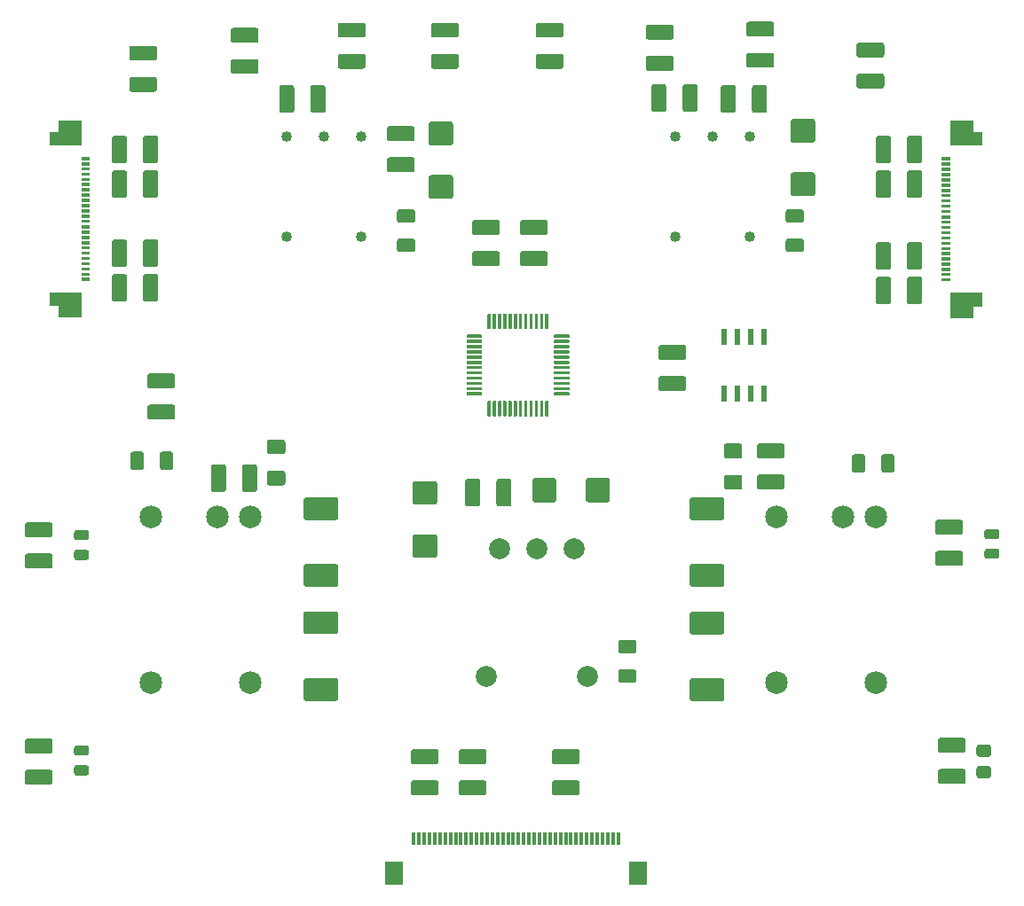
<source format=gbr>
%TF.GenerationSoftware,KiCad,Pcbnew,(5.1.5)-3*%
%TF.CreationDate,2020-05-13T22:36:07+03:00*%
%TF.ProjectId,dash-board,64617368-2d62-46f6-9172-642e6b696361,rev?*%
%TF.SameCoordinates,Original*%
%TF.FileFunction,Paste,Bot*%
%TF.FilePolarity,Positive*%
%FSLAX46Y46*%
G04 Gerber Fmt 4.6, Leading zero omitted, Abs format (unit mm)*
G04 Created by KiCad (PCBNEW (5.1.5)-3) date 2020-05-13 22:36:07*
%MOMM*%
%LPD*%
G04 APERTURE LIST*
%ADD10C,0.100000*%
%ADD11C,1.016000*%
%ADD12C,2.160000*%
%ADD13C,2.000000*%
%ADD14R,0.600000X1.500000*%
%ADD15R,0.300000X1.300000*%
%ADD16R,1.800000X2.200000*%
G04 APERTURE END LIST*
D10*
G36*
X94199504Y-65276204D02*
G01*
X94223773Y-65279804D01*
X94247571Y-65285765D01*
X94270671Y-65294030D01*
X94292849Y-65304520D01*
X94313893Y-65317133D01*
X94333598Y-65331747D01*
X94351777Y-65348223D01*
X94368253Y-65366402D01*
X94382867Y-65386107D01*
X94395480Y-65407151D01*
X94405970Y-65429329D01*
X94414235Y-65452429D01*
X94420196Y-65476227D01*
X94423796Y-65500496D01*
X94425000Y-65525000D01*
X94425000Y-66450000D01*
X94423796Y-66474504D01*
X94420196Y-66498773D01*
X94414235Y-66522571D01*
X94405970Y-66545671D01*
X94395480Y-66567849D01*
X94382867Y-66588893D01*
X94368253Y-66608598D01*
X94351777Y-66626777D01*
X94333598Y-66643253D01*
X94313893Y-66657867D01*
X94292849Y-66670480D01*
X94270671Y-66680970D01*
X94247571Y-66689235D01*
X94223773Y-66695196D01*
X94199504Y-66698796D01*
X94175000Y-66700000D01*
X92025000Y-66700000D01*
X92000496Y-66698796D01*
X91976227Y-66695196D01*
X91952429Y-66689235D01*
X91929329Y-66680970D01*
X91907151Y-66670480D01*
X91886107Y-66657867D01*
X91866402Y-66643253D01*
X91848223Y-66626777D01*
X91831747Y-66608598D01*
X91817133Y-66588893D01*
X91804520Y-66567849D01*
X91794030Y-66545671D01*
X91785765Y-66522571D01*
X91779804Y-66498773D01*
X91776204Y-66474504D01*
X91775000Y-66450000D01*
X91775000Y-65525000D01*
X91776204Y-65500496D01*
X91779804Y-65476227D01*
X91785765Y-65452429D01*
X91794030Y-65429329D01*
X91804520Y-65407151D01*
X91817133Y-65386107D01*
X91831747Y-65366402D01*
X91848223Y-65348223D01*
X91866402Y-65331747D01*
X91886107Y-65317133D01*
X91907151Y-65304520D01*
X91929329Y-65294030D01*
X91952429Y-65285765D01*
X91976227Y-65279804D01*
X92000496Y-65276204D01*
X92025000Y-65275000D01*
X94175000Y-65275000D01*
X94199504Y-65276204D01*
G37*
G36*
X94199504Y-62301204D02*
G01*
X94223773Y-62304804D01*
X94247571Y-62310765D01*
X94270671Y-62319030D01*
X94292849Y-62329520D01*
X94313893Y-62342133D01*
X94333598Y-62356747D01*
X94351777Y-62373223D01*
X94368253Y-62391402D01*
X94382867Y-62411107D01*
X94395480Y-62432151D01*
X94405970Y-62454329D01*
X94414235Y-62477429D01*
X94420196Y-62501227D01*
X94423796Y-62525496D01*
X94425000Y-62550000D01*
X94425000Y-63475000D01*
X94423796Y-63499504D01*
X94420196Y-63523773D01*
X94414235Y-63547571D01*
X94405970Y-63570671D01*
X94395480Y-63592849D01*
X94382867Y-63613893D01*
X94368253Y-63633598D01*
X94351777Y-63651777D01*
X94333598Y-63668253D01*
X94313893Y-63682867D01*
X94292849Y-63695480D01*
X94270671Y-63705970D01*
X94247571Y-63714235D01*
X94223773Y-63720196D01*
X94199504Y-63723796D01*
X94175000Y-63725000D01*
X92025000Y-63725000D01*
X92000496Y-63723796D01*
X91976227Y-63720196D01*
X91952429Y-63714235D01*
X91929329Y-63705970D01*
X91907151Y-63695480D01*
X91886107Y-63682867D01*
X91866402Y-63668253D01*
X91848223Y-63651777D01*
X91831747Y-63633598D01*
X91817133Y-63613893D01*
X91804520Y-63592849D01*
X91794030Y-63570671D01*
X91785765Y-63547571D01*
X91779804Y-63523773D01*
X91776204Y-63499504D01*
X91775000Y-63475000D01*
X91775000Y-62550000D01*
X91776204Y-62525496D01*
X91779804Y-62501227D01*
X91785765Y-62477429D01*
X91794030Y-62454329D01*
X91804520Y-62432151D01*
X91817133Y-62411107D01*
X91831747Y-62391402D01*
X91848223Y-62373223D01*
X91866402Y-62356747D01*
X91886107Y-62342133D01*
X91907151Y-62329520D01*
X91929329Y-62319030D01*
X91952429Y-62310765D01*
X91976227Y-62304804D01*
X92000496Y-62301204D01*
X92025000Y-62300000D01*
X94175000Y-62300000D01*
X94199504Y-62301204D01*
G37*
G36*
X124299504Y-65176204D02*
G01*
X124323773Y-65179804D01*
X124347571Y-65185765D01*
X124370671Y-65194030D01*
X124392849Y-65204520D01*
X124413893Y-65217133D01*
X124433598Y-65231747D01*
X124451777Y-65248223D01*
X124468253Y-65266402D01*
X124482867Y-65286107D01*
X124495480Y-65307151D01*
X124505970Y-65329329D01*
X124514235Y-65352429D01*
X124520196Y-65376227D01*
X124523796Y-65400496D01*
X124525000Y-65425000D01*
X124525000Y-66350000D01*
X124523796Y-66374504D01*
X124520196Y-66398773D01*
X124514235Y-66422571D01*
X124505970Y-66445671D01*
X124495480Y-66467849D01*
X124482867Y-66488893D01*
X124468253Y-66508598D01*
X124451777Y-66526777D01*
X124433598Y-66543253D01*
X124413893Y-66557867D01*
X124392849Y-66570480D01*
X124370671Y-66580970D01*
X124347571Y-66589235D01*
X124323773Y-66595196D01*
X124299504Y-66598796D01*
X124275000Y-66600000D01*
X122125000Y-66600000D01*
X122100496Y-66598796D01*
X122076227Y-66595196D01*
X122052429Y-66589235D01*
X122029329Y-66580970D01*
X122007151Y-66570480D01*
X121986107Y-66557867D01*
X121966402Y-66543253D01*
X121948223Y-66526777D01*
X121931747Y-66508598D01*
X121917133Y-66488893D01*
X121904520Y-66467849D01*
X121894030Y-66445671D01*
X121885765Y-66422571D01*
X121879804Y-66398773D01*
X121876204Y-66374504D01*
X121875000Y-66350000D01*
X121875000Y-65425000D01*
X121876204Y-65400496D01*
X121879804Y-65376227D01*
X121885765Y-65352429D01*
X121894030Y-65329329D01*
X121904520Y-65307151D01*
X121917133Y-65286107D01*
X121931747Y-65266402D01*
X121948223Y-65248223D01*
X121966402Y-65231747D01*
X121986107Y-65217133D01*
X122007151Y-65204520D01*
X122029329Y-65194030D01*
X122052429Y-65185765D01*
X122076227Y-65179804D01*
X122100496Y-65176204D01*
X122125000Y-65175000D01*
X124275000Y-65175000D01*
X124299504Y-65176204D01*
G37*
G36*
X124299504Y-62201204D02*
G01*
X124323773Y-62204804D01*
X124347571Y-62210765D01*
X124370671Y-62219030D01*
X124392849Y-62229520D01*
X124413893Y-62242133D01*
X124433598Y-62256747D01*
X124451777Y-62273223D01*
X124468253Y-62291402D01*
X124482867Y-62311107D01*
X124495480Y-62332151D01*
X124505970Y-62354329D01*
X124514235Y-62377429D01*
X124520196Y-62401227D01*
X124523796Y-62425496D01*
X124525000Y-62450000D01*
X124525000Y-63375000D01*
X124523796Y-63399504D01*
X124520196Y-63423773D01*
X124514235Y-63447571D01*
X124505970Y-63470671D01*
X124495480Y-63492849D01*
X124482867Y-63513893D01*
X124468253Y-63533598D01*
X124451777Y-63551777D01*
X124433598Y-63568253D01*
X124413893Y-63582867D01*
X124392849Y-63595480D01*
X124370671Y-63605970D01*
X124347571Y-63614235D01*
X124323773Y-63620196D01*
X124299504Y-63623796D01*
X124275000Y-63625000D01*
X122125000Y-63625000D01*
X122100496Y-63623796D01*
X122076227Y-63620196D01*
X122052429Y-63614235D01*
X122029329Y-63605970D01*
X122007151Y-63595480D01*
X121986107Y-63582867D01*
X121966402Y-63568253D01*
X121948223Y-63551777D01*
X121931747Y-63533598D01*
X121917133Y-63513893D01*
X121904520Y-63492849D01*
X121894030Y-63470671D01*
X121885765Y-63447571D01*
X121879804Y-63423773D01*
X121876204Y-63399504D01*
X121875000Y-63375000D01*
X121875000Y-62450000D01*
X121876204Y-62425496D01*
X121879804Y-62401227D01*
X121885765Y-62377429D01*
X121894030Y-62354329D01*
X121904520Y-62332151D01*
X121917133Y-62311107D01*
X121931747Y-62291402D01*
X121948223Y-62273223D01*
X121966402Y-62256747D01*
X121986107Y-62242133D01*
X122007151Y-62229520D01*
X122029329Y-62219030D01*
X122052429Y-62210765D01*
X122076227Y-62204804D01*
X122100496Y-62201204D01*
X122125000Y-62200000D01*
X124275000Y-62200000D01*
X124299504Y-62201204D01*
G37*
G36*
X104199504Y-65276204D02*
G01*
X104223773Y-65279804D01*
X104247571Y-65285765D01*
X104270671Y-65294030D01*
X104292849Y-65304520D01*
X104313893Y-65317133D01*
X104333598Y-65331747D01*
X104351777Y-65348223D01*
X104368253Y-65366402D01*
X104382867Y-65386107D01*
X104395480Y-65407151D01*
X104405970Y-65429329D01*
X104414235Y-65452429D01*
X104420196Y-65476227D01*
X104423796Y-65500496D01*
X104425000Y-65525000D01*
X104425000Y-66450000D01*
X104423796Y-66474504D01*
X104420196Y-66498773D01*
X104414235Y-66522571D01*
X104405970Y-66545671D01*
X104395480Y-66567849D01*
X104382867Y-66588893D01*
X104368253Y-66608598D01*
X104351777Y-66626777D01*
X104333598Y-66643253D01*
X104313893Y-66657867D01*
X104292849Y-66670480D01*
X104270671Y-66680970D01*
X104247571Y-66689235D01*
X104223773Y-66695196D01*
X104199504Y-66698796D01*
X104175000Y-66700000D01*
X102025000Y-66700000D01*
X102000496Y-66698796D01*
X101976227Y-66695196D01*
X101952429Y-66689235D01*
X101929329Y-66680970D01*
X101907151Y-66670480D01*
X101886107Y-66657867D01*
X101866402Y-66643253D01*
X101848223Y-66626777D01*
X101831747Y-66608598D01*
X101817133Y-66588893D01*
X101804520Y-66567849D01*
X101794030Y-66545671D01*
X101785765Y-66522571D01*
X101779804Y-66498773D01*
X101776204Y-66474504D01*
X101775000Y-66450000D01*
X101775000Y-65525000D01*
X101776204Y-65500496D01*
X101779804Y-65476227D01*
X101785765Y-65452429D01*
X101794030Y-65429329D01*
X101804520Y-65407151D01*
X101817133Y-65386107D01*
X101831747Y-65366402D01*
X101848223Y-65348223D01*
X101866402Y-65331747D01*
X101886107Y-65317133D01*
X101907151Y-65304520D01*
X101929329Y-65294030D01*
X101952429Y-65285765D01*
X101976227Y-65279804D01*
X102000496Y-65276204D01*
X102025000Y-65275000D01*
X104175000Y-65275000D01*
X104199504Y-65276204D01*
G37*
G36*
X104199504Y-62301204D02*
G01*
X104223773Y-62304804D01*
X104247571Y-62310765D01*
X104270671Y-62319030D01*
X104292849Y-62329520D01*
X104313893Y-62342133D01*
X104333598Y-62356747D01*
X104351777Y-62373223D01*
X104368253Y-62391402D01*
X104382867Y-62411107D01*
X104395480Y-62432151D01*
X104405970Y-62454329D01*
X104414235Y-62477429D01*
X104420196Y-62501227D01*
X104423796Y-62525496D01*
X104425000Y-62550000D01*
X104425000Y-63475000D01*
X104423796Y-63499504D01*
X104420196Y-63523773D01*
X104414235Y-63547571D01*
X104405970Y-63570671D01*
X104395480Y-63592849D01*
X104382867Y-63613893D01*
X104368253Y-63633598D01*
X104351777Y-63651777D01*
X104333598Y-63668253D01*
X104313893Y-63682867D01*
X104292849Y-63695480D01*
X104270671Y-63705970D01*
X104247571Y-63714235D01*
X104223773Y-63720196D01*
X104199504Y-63723796D01*
X104175000Y-63725000D01*
X102025000Y-63725000D01*
X102000496Y-63723796D01*
X101976227Y-63720196D01*
X101952429Y-63714235D01*
X101929329Y-63705970D01*
X101907151Y-63695480D01*
X101886107Y-63682867D01*
X101866402Y-63668253D01*
X101848223Y-63651777D01*
X101831747Y-63633598D01*
X101817133Y-63613893D01*
X101804520Y-63592849D01*
X101794030Y-63570671D01*
X101785765Y-63547571D01*
X101779804Y-63523773D01*
X101776204Y-63499504D01*
X101775000Y-63475000D01*
X101775000Y-62550000D01*
X101776204Y-62525496D01*
X101779804Y-62501227D01*
X101785765Y-62477429D01*
X101794030Y-62454329D01*
X101804520Y-62432151D01*
X101817133Y-62411107D01*
X101831747Y-62391402D01*
X101848223Y-62373223D01*
X101866402Y-62356747D01*
X101886107Y-62342133D01*
X101907151Y-62329520D01*
X101929329Y-62319030D01*
X101952429Y-62310765D01*
X101976227Y-62304804D01*
X102000496Y-62301204D01*
X102025000Y-62300000D01*
X104175000Y-62300000D01*
X104199504Y-62301204D01*
G37*
D11*
X122174000Y-73215500D03*
X118618000Y-73215500D03*
X115062000Y-73215500D03*
X122174000Y-82740500D03*
X115062000Y-82740500D03*
X85090000Y-73215500D03*
X81534000Y-73215500D03*
X77978000Y-73215500D03*
X85090000Y-82740500D03*
X77978000Y-82740500D03*
D10*
G36*
X74962004Y-104476204D02*
G01*
X74986273Y-104479804D01*
X75010071Y-104485765D01*
X75033171Y-104494030D01*
X75055349Y-104504520D01*
X75076393Y-104517133D01*
X75096098Y-104531747D01*
X75114277Y-104548223D01*
X75130753Y-104566402D01*
X75145367Y-104586107D01*
X75157980Y-104607151D01*
X75168470Y-104629329D01*
X75176735Y-104652429D01*
X75182696Y-104676227D01*
X75186296Y-104700496D01*
X75187500Y-104725000D01*
X75187500Y-106875000D01*
X75186296Y-106899504D01*
X75182696Y-106923773D01*
X75176735Y-106947571D01*
X75168470Y-106970671D01*
X75157980Y-106992849D01*
X75145367Y-107013893D01*
X75130753Y-107033598D01*
X75114277Y-107051777D01*
X75096098Y-107068253D01*
X75076393Y-107082867D01*
X75055349Y-107095480D01*
X75033171Y-107105970D01*
X75010071Y-107114235D01*
X74986273Y-107120196D01*
X74962004Y-107123796D01*
X74937500Y-107125000D01*
X74012500Y-107125000D01*
X73987996Y-107123796D01*
X73963727Y-107120196D01*
X73939929Y-107114235D01*
X73916829Y-107105970D01*
X73894651Y-107095480D01*
X73873607Y-107082867D01*
X73853902Y-107068253D01*
X73835723Y-107051777D01*
X73819247Y-107033598D01*
X73804633Y-107013893D01*
X73792020Y-106992849D01*
X73781530Y-106970671D01*
X73773265Y-106947571D01*
X73767304Y-106923773D01*
X73763704Y-106899504D01*
X73762500Y-106875000D01*
X73762500Y-104725000D01*
X73763704Y-104700496D01*
X73767304Y-104676227D01*
X73773265Y-104652429D01*
X73781530Y-104629329D01*
X73792020Y-104607151D01*
X73804633Y-104586107D01*
X73819247Y-104566402D01*
X73835723Y-104548223D01*
X73853902Y-104531747D01*
X73873607Y-104517133D01*
X73894651Y-104504520D01*
X73916829Y-104494030D01*
X73939929Y-104485765D01*
X73963727Y-104479804D01*
X73987996Y-104476204D01*
X74012500Y-104475000D01*
X74937500Y-104475000D01*
X74962004Y-104476204D01*
G37*
G36*
X71987004Y-104476204D02*
G01*
X72011273Y-104479804D01*
X72035071Y-104485765D01*
X72058171Y-104494030D01*
X72080349Y-104504520D01*
X72101393Y-104517133D01*
X72121098Y-104531747D01*
X72139277Y-104548223D01*
X72155753Y-104566402D01*
X72170367Y-104586107D01*
X72182980Y-104607151D01*
X72193470Y-104629329D01*
X72201735Y-104652429D01*
X72207696Y-104676227D01*
X72211296Y-104700496D01*
X72212500Y-104725000D01*
X72212500Y-106875000D01*
X72211296Y-106899504D01*
X72207696Y-106923773D01*
X72201735Y-106947571D01*
X72193470Y-106970671D01*
X72182980Y-106992849D01*
X72170367Y-107013893D01*
X72155753Y-107033598D01*
X72139277Y-107051777D01*
X72121098Y-107068253D01*
X72101393Y-107082867D01*
X72080349Y-107095480D01*
X72058171Y-107105970D01*
X72035071Y-107114235D01*
X72011273Y-107120196D01*
X71987004Y-107123796D01*
X71962500Y-107125000D01*
X71037500Y-107125000D01*
X71012996Y-107123796D01*
X70988727Y-107120196D01*
X70964929Y-107114235D01*
X70941829Y-107105970D01*
X70919651Y-107095480D01*
X70898607Y-107082867D01*
X70878902Y-107068253D01*
X70860723Y-107051777D01*
X70844247Y-107033598D01*
X70829633Y-107013893D01*
X70817020Y-106992849D01*
X70806530Y-106970671D01*
X70798265Y-106947571D01*
X70792304Y-106923773D01*
X70788704Y-106899504D01*
X70787500Y-106875000D01*
X70787500Y-104725000D01*
X70788704Y-104700496D01*
X70792304Y-104676227D01*
X70798265Y-104652429D01*
X70806530Y-104629329D01*
X70817020Y-104607151D01*
X70829633Y-104586107D01*
X70844247Y-104566402D01*
X70860723Y-104548223D01*
X70878902Y-104531747D01*
X70898607Y-104517133D01*
X70919651Y-104504520D01*
X70941829Y-104494030D01*
X70964929Y-104485765D01*
X70988727Y-104479804D01*
X71012996Y-104476204D01*
X71037500Y-104475000D01*
X71962500Y-104475000D01*
X71987004Y-104476204D01*
G37*
G36*
X77649504Y-105076204D02*
G01*
X77673773Y-105079804D01*
X77697571Y-105085765D01*
X77720671Y-105094030D01*
X77742849Y-105104520D01*
X77763893Y-105117133D01*
X77783598Y-105131747D01*
X77801777Y-105148223D01*
X77818253Y-105166402D01*
X77832867Y-105186107D01*
X77845480Y-105207151D01*
X77855970Y-105229329D01*
X77864235Y-105252429D01*
X77870196Y-105276227D01*
X77873796Y-105300496D01*
X77875000Y-105325000D01*
X77875000Y-106250000D01*
X77873796Y-106274504D01*
X77870196Y-106298773D01*
X77864235Y-106322571D01*
X77855970Y-106345671D01*
X77845480Y-106367849D01*
X77832867Y-106388893D01*
X77818253Y-106408598D01*
X77801777Y-106426777D01*
X77783598Y-106443253D01*
X77763893Y-106457867D01*
X77742849Y-106470480D01*
X77720671Y-106480970D01*
X77697571Y-106489235D01*
X77673773Y-106495196D01*
X77649504Y-106498796D01*
X77625000Y-106500000D01*
X76375000Y-106500000D01*
X76350496Y-106498796D01*
X76326227Y-106495196D01*
X76302429Y-106489235D01*
X76279329Y-106480970D01*
X76257151Y-106470480D01*
X76236107Y-106457867D01*
X76216402Y-106443253D01*
X76198223Y-106426777D01*
X76181747Y-106408598D01*
X76167133Y-106388893D01*
X76154520Y-106367849D01*
X76144030Y-106345671D01*
X76135765Y-106322571D01*
X76129804Y-106298773D01*
X76126204Y-106274504D01*
X76125000Y-106250000D01*
X76125000Y-105325000D01*
X76126204Y-105300496D01*
X76129804Y-105276227D01*
X76135765Y-105252429D01*
X76144030Y-105229329D01*
X76154520Y-105207151D01*
X76167133Y-105186107D01*
X76181747Y-105166402D01*
X76198223Y-105148223D01*
X76216402Y-105131747D01*
X76236107Y-105117133D01*
X76257151Y-105104520D01*
X76279329Y-105094030D01*
X76302429Y-105085765D01*
X76326227Y-105079804D01*
X76350496Y-105076204D01*
X76375000Y-105075000D01*
X77625000Y-105075000D01*
X77649504Y-105076204D01*
G37*
G36*
X77649504Y-102101204D02*
G01*
X77673773Y-102104804D01*
X77697571Y-102110765D01*
X77720671Y-102119030D01*
X77742849Y-102129520D01*
X77763893Y-102142133D01*
X77783598Y-102156747D01*
X77801777Y-102173223D01*
X77818253Y-102191402D01*
X77832867Y-102211107D01*
X77845480Y-102232151D01*
X77855970Y-102254329D01*
X77864235Y-102277429D01*
X77870196Y-102301227D01*
X77873796Y-102325496D01*
X77875000Y-102350000D01*
X77875000Y-103275000D01*
X77873796Y-103299504D01*
X77870196Y-103323773D01*
X77864235Y-103347571D01*
X77855970Y-103370671D01*
X77845480Y-103392849D01*
X77832867Y-103413893D01*
X77818253Y-103433598D01*
X77801777Y-103451777D01*
X77783598Y-103468253D01*
X77763893Y-103482867D01*
X77742849Y-103495480D01*
X77720671Y-103505970D01*
X77697571Y-103514235D01*
X77673773Y-103520196D01*
X77649504Y-103523796D01*
X77625000Y-103525000D01*
X76375000Y-103525000D01*
X76350496Y-103523796D01*
X76326227Y-103520196D01*
X76302429Y-103514235D01*
X76279329Y-103505970D01*
X76257151Y-103495480D01*
X76236107Y-103482867D01*
X76216402Y-103468253D01*
X76198223Y-103451777D01*
X76181747Y-103433598D01*
X76167133Y-103413893D01*
X76154520Y-103392849D01*
X76144030Y-103370671D01*
X76135765Y-103347571D01*
X76129804Y-103323773D01*
X76126204Y-103299504D01*
X76125000Y-103275000D01*
X76125000Y-102350000D01*
X76126204Y-102325496D01*
X76129804Y-102301227D01*
X76135765Y-102277429D01*
X76144030Y-102254329D01*
X76154520Y-102232151D01*
X76167133Y-102211107D01*
X76181747Y-102191402D01*
X76198223Y-102173223D01*
X76216402Y-102156747D01*
X76236107Y-102142133D01*
X76257151Y-102129520D01*
X76279329Y-102119030D01*
X76302429Y-102110765D01*
X76326227Y-102104804D01*
X76350496Y-102101204D01*
X76375000Y-102100000D01*
X77625000Y-102100000D01*
X77649504Y-102101204D01*
G37*
D12*
X65024000Y-109474000D03*
X71374000Y-109474000D03*
X74554000Y-109474000D03*
X74544000Y-125354000D03*
X65024000Y-125354000D03*
D10*
G36*
X67139504Y-95808704D02*
G01*
X67163773Y-95812304D01*
X67187571Y-95818265D01*
X67210671Y-95826530D01*
X67232849Y-95837020D01*
X67253893Y-95849633D01*
X67273598Y-95864247D01*
X67291777Y-95880723D01*
X67308253Y-95898902D01*
X67322867Y-95918607D01*
X67335480Y-95939651D01*
X67345970Y-95961829D01*
X67354235Y-95984929D01*
X67360196Y-96008727D01*
X67363796Y-96032996D01*
X67365000Y-96057500D01*
X67365000Y-96982500D01*
X67363796Y-97007004D01*
X67360196Y-97031273D01*
X67354235Y-97055071D01*
X67345970Y-97078171D01*
X67335480Y-97100349D01*
X67322867Y-97121393D01*
X67308253Y-97141098D01*
X67291777Y-97159277D01*
X67273598Y-97175753D01*
X67253893Y-97190367D01*
X67232849Y-97202980D01*
X67210671Y-97213470D01*
X67187571Y-97221735D01*
X67163773Y-97227696D01*
X67139504Y-97231296D01*
X67115000Y-97232500D01*
X64965000Y-97232500D01*
X64940496Y-97231296D01*
X64916227Y-97227696D01*
X64892429Y-97221735D01*
X64869329Y-97213470D01*
X64847151Y-97202980D01*
X64826107Y-97190367D01*
X64806402Y-97175753D01*
X64788223Y-97159277D01*
X64771747Y-97141098D01*
X64757133Y-97121393D01*
X64744520Y-97100349D01*
X64734030Y-97078171D01*
X64725765Y-97055071D01*
X64719804Y-97031273D01*
X64716204Y-97007004D01*
X64715000Y-96982500D01*
X64715000Y-96057500D01*
X64716204Y-96032996D01*
X64719804Y-96008727D01*
X64725765Y-95984929D01*
X64734030Y-95961829D01*
X64744520Y-95939651D01*
X64757133Y-95918607D01*
X64771747Y-95898902D01*
X64788223Y-95880723D01*
X64806402Y-95864247D01*
X64826107Y-95849633D01*
X64847151Y-95837020D01*
X64869329Y-95826530D01*
X64892429Y-95818265D01*
X64916227Y-95812304D01*
X64940496Y-95808704D01*
X64965000Y-95807500D01*
X67115000Y-95807500D01*
X67139504Y-95808704D01*
G37*
G36*
X67139504Y-98783704D02*
G01*
X67163773Y-98787304D01*
X67187571Y-98793265D01*
X67210671Y-98801530D01*
X67232849Y-98812020D01*
X67253893Y-98824633D01*
X67273598Y-98839247D01*
X67291777Y-98855723D01*
X67308253Y-98873902D01*
X67322867Y-98893607D01*
X67335480Y-98914651D01*
X67345970Y-98936829D01*
X67354235Y-98959929D01*
X67360196Y-98983727D01*
X67363796Y-99007996D01*
X67365000Y-99032500D01*
X67365000Y-99957500D01*
X67363796Y-99982004D01*
X67360196Y-100006273D01*
X67354235Y-100030071D01*
X67345970Y-100053171D01*
X67335480Y-100075349D01*
X67322867Y-100096393D01*
X67308253Y-100116098D01*
X67291777Y-100134277D01*
X67273598Y-100150753D01*
X67253893Y-100165367D01*
X67232849Y-100177980D01*
X67210671Y-100188470D01*
X67187571Y-100196735D01*
X67163773Y-100202696D01*
X67139504Y-100206296D01*
X67115000Y-100207500D01*
X64965000Y-100207500D01*
X64940496Y-100206296D01*
X64916227Y-100202696D01*
X64892429Y-100196735D01*
X64869329Y-100188470D01*
X64847151Y-100177980D01*
X64826107Y-100165367D01*
X64806402Y-100150753D01*
X64788223Y-100134277D01*
X64771747Y-100116098D01*
X64757133Y-100096393D01*
X64744520Y-100075349D01*
X64734030Y-100053171D01*
X64725765Y-100030071D01*
X64719804Y-100006273D01*
X64716204Y-99982004D01*
X64715000Y-99957500D01*
X64715000Y-99032500D01*
X64716204Y-99007996D01*
X64719804Y-98983727D01*
X64725765Y-98959929D01*
X64734030Y-98936829D01*
X64744520Y-98914651D01*
X64757133Y-98893607D01*
X64771747Y-98873902D01*
X64788223Y-98855723D01*
X64806402Y-98839247D01*
X64826107Y-98824633D01*
X64847151Y-98812020D01*
X64869329Y-98801530D01*
X64892429Y-98793265D01*
X64916227Y-98787304D01*
X64940496Y-98783704D01*
X64965000Y-98782500D01*
X67115000Y-98782500D01*
X67139504Y-98783704D01*
G37*
G36*
X96857504Y-134670704D02*
G01*
X96881773Y-134674304D01*
X96905571Y-134680265D01*
X96928671Y-134688530D01*
X96950849Y-134699020D01*
X96971893Y-134711633D01*
X96991598Y-134726247D01*
X97009777Y-134742723D01*
X97026253Y-134760902D01*
X97040867Y-134780607D01*
X97053480Y-134801651D01*
X97063970Y-134823829D01*
X97072235Y-134846929D01*
X97078196Y-134870727D01*
X97081796Y-134894996D01*
X97083000Y-134919500D01*
X97083000Y-135844500D01*
X97081796Y-135869004D01*
X97078196Y-135893273D01*
X97072235Y-135917071D01*
X97063970Y-135940171D01*
X97053480Y-135962349D01*
X97040867Y-135983393D01*
X97026253Y-136003098D01*
X97009777Y-136021277D01*
X96991598Y-136037753D01*
X96971893Y-136052367D01*
X96950849Y-136064980D01*
X96928671Y-136075470D01*
X96905571Y-136083735D01*
X96881773Y-136089696D01*
X96857504Y-136093296D01*
X96833000Y-136094500D01*
X94683000Y-136094500D01*
X94658496Y-136093296D01*
X94634227Y-136089696D01*
X94610429Y-136083735D01*
X94587329Y-136075470D01*
X94565151Y-136064980D01*
X94544107Y-136052367D01*
X94524402Y-136037753D01*
X94506223Y-136021277D01*
X94489747Y-136003098D01*
X94475133Y-135983393D01*
X94462520Y-135962349D01*
X94452030Y-135940171D01*
X94443765Y-135917071D01*
X94437804Y-135893273D01*
X94434204Y-135869004D01*
X94433000Y-135844500D01*
X94433000Y-134919500D01*
X94434204Y-134894996D01*
X94437804Y-134870727D01*
X94443765Y-134846929D01*
X94452030Y-134823829D01*
X94462520Y-134801651D01*
X94475133Y-134780607D01*
X94489747Y-134760902D01*
X94506223Y-134742723D01*
X94524402Y-134726247D01*
X94544107Y-134711633D01*
X94565151Y-134699020D01*
X94587329Y-134688530D01*
X94610429Y-134680265D01*
X94634227Y-134674304D01*
X94658496Y-134670704D01*
X94683000Y-134669500D01*
X96833000Y-134669500D01*
X96857504Y-134670704D01*
G37*
G36*
X96857504Y-131695704D02*
G01*
X96881773Y-131699304D01*
X96905571Y-131705265D01*
X96928671Y-131713530D01*
X96950849Y-131724020D01*
X96971893Y-131736633D01*
X96991598Y-131751247D01*
X97009777Y-131767723D01*
X97026253Y-131785902D01*
X97040867Y-131805607D01*
X97053480Y-131826651D01*
X97063970Y-131848829D01*
X97072235Y-131871929D01*
X97078196Y-131895727D01*
X97081796Y-131919996D01*
X97083000Y-131944500D01*
X97083000Y-132869500D01*
X97081796Y-132894004D01*
X97078196Y-132918273D01*
X97072235Y-132942071D01*
X97063970Y-132965171D01*
X97053480Y-132987349D01*
X97040867Y-133008393D01*
X97026253Y-133028098D01*
X97009777Y-133046277D01*
X96991598Y-133062753D01*
X96971893Y-133077367D01*
X96950849Y-133089980D01*
X96928671Y-133100470D01*
X96905571Y-133108735D01*
X96881773Y-133114696D01*
X96857504Y-133118296D01*
X96833000Y-133119500D01*
X94683000Y-133119500D01*
X94658496Y-133118296D01*
X94634227Y-133114696D01*
X94610429Y-133108735D01*
X94587329Y-133100470D01*
X94565151Y-133089980D01*
X94544107Y-133077367D01*
X94524402Y-133062753D01*
X94506223Y-133046277D01*
X94489747Y-133028098D01*
X94475133Y-133008393D01*
X94462520Y-132987349D01*
X94452030Y-132965171D01*
X94443765Y-132942071D01*
X94437804Y-132918273D01*
X94434204Y-132894004D01*
X94433000Y-132869500D01*
X94433000Y-131944500D01*
X94434204Y-131919996D01*
X94437804Y-131895727D01*
X94443765Y-131871929D01*
X94452030Y-131848829D01*
X94462520Y-131826651D01*
X94475133Y-131805607D01*
X94489747Y-131785902D01*
X94506223Y-131767723D01*
X94524402Y-131751247D01*
X94544107Y-131736633D01*
X94565151Y-131724020D01*
X94587329Y-131713530D01*
X94610429Y-131705265D01*
X94634227Y-131699304D01*
X94658496Y-131695704D01*
X94683000Y-131694500D01*
X96833000Y-131694500D01*
X96857504Y-131695704D01*
G37*
G36*
X62536004Y-76400204D02*
G01*
X62560273Y-76403804D01*
X62584071Y-76409765D01*
X62607171Y-76418030D01*
X62629349Y-76428520D01*
X62650393Y-76441133D01*
X62670098Y-76455747D01*
X62688277Y-76472223D01*
X62704753Y-76490402D01*
X62719367Y-76510107D01*
X62731980Y-76531151D01*
X62742470Y-76553329D01*
X62750735Y-76576429D01*
X62756696Y-76600227D01*
X62760296Y-76624496D01*
X62761500Y-76649000D01*
X62761500Y-78799000D01*
X62760296Y-78823504D01*
X62756696Y-78847773D01*
X62750735Y-78871571D01*
X62742470Y-78894671D01*
X62731980Y-78916849D01*
X62719367Y-78937893D01*
X62704753Y-78957598D01*
X62688277Y-78975777D01*
X62670098Y-78992253D01*
X62650393Y-79006867D01*
X62629349Y-79019480D01*
X62607171Y-79029970D01*
X62584071Y-79038235D01*
X62560273Y-79044196D01*
X62536004Y-79047796D01*
X62511500Y-79049000D01*
X61586500Y-79049000D01*
X61561996Y-79047796D01*
X61537727Y-79044196D01*
X61513929Y-79038235D01*
X61490829Y-79029970D01*
X61468651Y-79019480D01*
X61447607Y-79006867D01*
X61427902Y-78992253D01*
X61409723Y-78975777D01*
X61393247Y-78957598D01*
X61378633Y-78937893D01*
X61366020Y-78916849D01*
X61355530Y-78894671D01*
X61347265Y-78871571D01*
X61341304Y-78847773D01*
X61337704Y-78823504D01*
X61336500Y-78799000D01*
X61336500Y-76649000D01*
X61337704Y-76624496D01*
X61341304Y-76600227D01*
X61347265Y-76576429D01*
X61355530Y-76553329D01*
X61366020Y-76531151D01*
X61378633Y-76510107D01*
X61393247Y-76490402D01*
X61409723Y-76472223D01*
X61427902Y-76455747D01*
X61447607Y-76441133D01*
X61468651Y-76428520D01*
X61490829Y-76418030D01*
X61513929Y-76409765D01*
X61537727Y-76403804D01*
X61561996Y-76400204D01*
X61586500Y-76399000D01*
X62511500Y-76399000D01*
X62536004Y-76400204D01*
G37*
G36*
X65511004Y-76400204D02*
G01*
X65535273Y-76403804D01*
X65559071Y-76409765D01*
X65582171Y-76418030D01*
X65604349Y-76428520D01*
X65625393Y-76441133D01*
X65645098Y-76455747D01*
X65663277Y-76472223D01*
X65679753Y-76490402D01*
X65694367Y-76510107D01*
X65706980Y-76531151D01*
X65717470Y-76553329D01*
X65725735Y-76576429D01*
X65731696Y-76600227D01*
X65735296Y-76624496D01*
X65736500Y-76649000D01*
X65736500Y-78799000D01*
X65735296Y-78823504D01*
X65731696Y-78847773D01*
X65725735Y-78871571D01*
X65717470Y-78894671D01*
X65706980Y-78916849D01*
X65694367Y-78937893D01*
X65679753Y-78957598D01*
X65663277Y-78975777D01*
X65645098Y-78992253D01*
X65625393Y-79006867D01*
X65604349Y-79019480D01*
X65582171Y-79029970D01*
X65559071Y-79038235D01*
X65535273Y-79044196D01*
X65511004Y-79047796D01*
X65486500Y-79049000D01*
X64561500Y-79049000D01*
X64536996Y-79047796D01*
X64512727Y-79044196D01*
X64488929Y-79038235D01*
X64465829Y-79029970D01*
X64443651Y-79019480D01*
X64422607Y-79006867D01*
X64402902Y-78992253D01*
X64384723Y-78975777D01*
X64368247Y-78957598D01*
X64353633Y-78937893D01*
X64341020Y-78916849D01*
X64330530Y-78894671D01*
X64322265Y-78871571D01*
X64316304Y-78847773D01*
X64312704Y-78823504D01*
X64311500Y-78799000D01*
X64311500Y-76649000D01*
X64312704Y-76624496D01*
X64316304Y-76600227D01*
X64322265Y-76576429D01*
X64330530Y-76553329D01*
X64341020Y-76531151D01*
X64353633Y-76510107D01*
X64368247Y-76490402D01*
X64384723Y-76472223D01*
X64402902Y-76455747D01*
X64422607Y-76441133D01*
X64443651Y-76428520D01*
X64465829Y-76418030D01*
X64488929Y-76409765D01*
X64512727Y-76403804D01*
X64536996Y-76400204D01*
X64561500Y-76399000D01*
X65486500Y-76399000D01*
X65511004Y-76400204D01*
G37*
G36*
X134799504Y-67176204D02*
G01*
X134823773Y-67179804D01*
X134847571Y-67185765D01*
X134870671Y-67194030D01*
X134892849Y-67204520D01*
X134913893Y-67217133D01*
X134933598Y-67231747D01*
X134951777Y-67248223D01*
X134968253Y-67266402D01*
X134982867Y-67286107D01*
X134995480Y-67307151D01*
X135005970Y-67329329D01*
X135014235Y-67352429D01*
X135020196Y-67376227D01*
X135023796Y-67400496D01*
X135025000Y-67425000D01*
X135025000Y-68350000D01*
X135023796Y-68374504D01*
X135020196Y-68398773D01*
X135014235Y-68422571D01*
X135005970Y-68445671D01*
X134995480Y-68467849D01*
X134982867Y-68488893D01*
X134968253Y-68508598D01*
X134951777Y-68526777D01*
X134933598Y-68543253D01*
X134913893Y-68557867D01*
X134892849Y-68570480D01*
X134870671Y-68580970D01*
X134847571Y-68589235D01*
X134823773Y-68595196D01*
X134799504Y-68598796D01*
X134775000Y-68600000D01*
X132625000Y-68600000D01*
X132600496Y-68598796D01*
X132576227Y-68595196D01*
X132552429Y-68589235D01*
X132529329Y-68580970D01*
X132507151Y-68570480D01*
X132486107Y-68557867D01*
X132466402Y-68543253D01*
X132448223Y-68526777D01*
X132431747Y-68508598D01*
X132417133Y-68488893D01*
X132404520Y-68467849D01*
X132394030Y-68445671D01*
X132385765Y-68422571D01*
X132379804Y-68398773D01*
X132376204Y-68374504D01*
X132375000Y-68350000D01*
X132375000Y-67425000D01*
X132376204Y-67400496D01*
X132379804Y-67376227D01*
X132385765Y-67352429D01*
X132394030Y-67329329D01*
X132404520Y-67307151D01*
X132417133Y-67286107D01*
X132431747Y-67266402D01*
X132448223Y-67248223D01*
X132466402Y-67231747D01*
X132486107Y-67217133D01*
X132507151Y-67204520D01*
X132529329Y-67194030D01*
X132552429Y-67185765D01*
X132576227Y-67179804D01*
X132600496Y-67176204D01*
X132625000Y-67175000D01*
X134775000Y-67175000D01*
X134799504Y-67176204D01*
G37*
G36*
X134799504Y-64201204D02*
G01*
X134823773Y-64204804D01*
X134847571Y-64210765D01*
X134870671Y-64219030D01*
X134892849Y-64229520D01*
X134913893Y-64242133D01*
X134933598Y-64256747D01*
X134951777Y-64273223D01*
X134968253Y-64291402D01*
X134982867Y-64311107D01*
X134995480Y-64332151D01*
X135005970Y-64354329D01*
X135014235Y-64377429D01*
X135020196Y-64401227D01*
X135023796Y-64425496D01*
X135025000Y-64450000D01*
X135025000Y-65375000D01*
X135023796Y-65399504D01*
X135020196Y-65423773D01*
X135014235Y-65447571D01*
X135005970Y-65470671D01*
X134995480Y-65492849D01*
X134982867Y-65513893D01*
X134968253Y-65533598D01*
X134951777Y-65551777D01*
X134933598Y-65568253D01*
X134913893Y-65582867D01*
X134892849Y-65595480D01*
X134870671Y-65605970D01*
X134847571Y-65614235D01*
X134823773Y-65620196D01*
X134799504Y-65623796D01*
X134775000Y-65625000D01*
X132625000Y-65625000D01*
X132600496Y-65623796D01*
X132576227Y-65620196D01*
X132552429Y-65614235D01*
X132529329Y-65605970D01*
X132507151Y-65595480D01*
X132486107Y-65582867D01*
X132466402Y-65568253D01*
X132448223Y-65551777D01*
X132431747Y-65533598D01*
X132417133Y-65513893D01*
X132404520Y-65492849D01*
X132394030Y-65470671D01*
X132385765Y-65447571D01*
X132379804Y-65423773D01*
X132376204Y-65399504D01*
X132375000Y-65375000D01*
X132375000Y-64450000D01*
X132376204Y-64425496D01*
X132379804Y-64401227D01*
X132385765Y-64377429D01*
X132394030Y-64354329D01*
X132404520Y-64332151D01*
X132417133Y-64311107D01*
X132431747Y-64291402D01*
X132448223Y-64273223D01*
X132466402Y-64256747D01*
X132486107Y-64242133D01*
X132507151Y-64229520D01*
X132529329Y-64219030D01*
X132552429Y-64210765D01*
X132576227Y-64204804D01*
X132600496Y-64201204D01*
X132625000Y-64200000D01*
X134775000Y-64200000D01*
X134799504Y-64201204D01*
G37*
G36*
X114699504Y-65463704D02*
G01*
X114723773Y-65467304D01*
X114747571Y-65473265D01*
X114770671Y-65481530D01*
X114792849Y-65492020D01*
X114813893Y-65504633D01*
X114833598Y-65519247D01*
X114851777Y-65535723D01*
X114868253Y-65553902D01*
X114882867Y-65573607D01*
X114895480Y-65594651D01*
X114905970Y-65616829D01*
X114914235Y-65639929D01*
X114920196Y-65663727D01*
X114923796Y-65687996D01*
X114925000Y-65712500D01*
X114925000Y-66637500D01*
X114923796Y-66662004D01*
X114920196Y-66686273D01*
X114914235Y-66710071D01*
X114905970Y-66733171D01*
X114895480Y-66755349D01*
X114882867Y-66776393D01*
X114868253Y-66796098D01*
X114851777Y-66814277D01*
X114833598Y-66830753D01*
X114813893Y-66845367D01*
X114792849Y-66857980D01*
X114770671Y-66868470D01*
X114747571Y-66876735D01*
X114723773Y-66882696D01*
X114699504Y-66886296D01*
X114675000Y-66887500D01*
X112525000Y-66887500D01*
X112500496Y-66886296D01*
X112476227Y-66882696D01*
X112452429Y-66876735D01*
X112429329Y-66868470D01*
X112407151Y-66857980D01*
X112386107Y-66845367D01*
X112366402Y-66830753D01*
X112348223Y-66814277D01*
X112331747Y-66796098D01*
X112317133Y-66776393D01*
X112304520Y-66755349D01*
X112294030Y-66733171D01*
X112285765Y-66710071D01*
X112279804Y-66686273D01*
X112276204Y-66662004D01*
X112275000Y-66637500D01*
X112275000Y-65712500D01*
X112276204Y-65687996D01*
X112279804Y-65663727D01*
X112285765Y-65639929D01*
X112294030Y-65616829D01*
X112304520Y-65594651D01*
X112317133Y-65573607D01*
X112331747Y-65553902D01*
X112348223Y-65535723D01*
X112366402Y-65519247D01*
X112386107Y-65504633D01*
X112407151Y-65492020D01*
X112429329Y-65481530D01*
X112452429Y-65473265D01*
X112476227Y-65467304D01*
X112500496Y-65463704D01*
X112525000Y-65462500D01*
X114675000Y-65462500D01*
X114699504Y-65463704D01*
G37*
G36*
X114699504Y-62488704D02*
G01*
X114723773Y-62492304D01*
X114747571Y-62498265D01*
X114770671Y-62506530D01*
X114792849Y-62517020D01*
X114813893Y-62529633D01*
X114833598Y-62544247D01*
X114851777Y-62560723D01*
X114868253Y-62578902D01*
X114882867Y-62598607D01*
X114895480Y-62619651D01*
X114905970Y-62641829D01*
X114914235Y-62664929D01*
X114920196Y-62688727D01*
X114923796Y-62712996D01*
X114925000Y-62737500D01*
X114925000Y-63662500D01*
X114923796Y-63687004D01*
X114920196Y-63711273D01*
X114914235Y-63735071D01*
X114905970Y-63758171D01*
X114895480Y-63780349D01*
X114882867Y-63801393D01*
X114868253Y-63821098D01*
X114851777Y-63839277D01*
X114833598Y-63855753D01*
X114813893Y-63870367D01*
X114792849Y-63882980D01*
X114770671Y-63893470D01*
X114747571Y-63901735D01*
X114723773Y-63907696D01*
X114699504Y-63911296D01*
X114675000Y-63912500D01*
X112525000Y-63912500D01*
X112500496Y-63911296D01*
X112476227Y-63907696D01*
X112452429Y-63901735D01*
X112429329Y-63893470D01*
X112407151Y-63882980D01*
X112386107Y-63870367D01*
X112366402Y-63855753D01*
X112348223Y-63839277D01*
X112331747Y-63821098D01*
X112317133Y-63801393D01*
X112304520Y-63780349D01*
X112294030Y-63758171D01*
X112285765Y-63735071D01*
X112279804Y-63711273D01*
X112276204Y-63687004D01*
X112275000Y-63662500D01*
X112275000Y-62737500D01*
X112276204Y-62712996D01*
X112279804Y-62688727D01*
X112285765Y-62664929D01*
X112294030Y-62641829D01*
X112304520Y-62619651D01*
X112317133Y-62598607D01*
X112331747Y-62578902D01*
X112348223Y-62560723D01*
X112366402Y-62544247D01*
X112386107Y-62529633D01*
X112407151Y-62517020D01*
X112429329Y-62506530D01*
X112452429Y-62498265D01*
X112476227Y-62492304D01*
X112500496Y-62488704D01*
X112525000Y-62487500D01*
X114675000Y-62487500D01*
X114699504Y-62488704D01*
G37*
G36*
X85299504Y-65276204D02*
G01*
X85323773Y-65279804D01*
X85347571Y-65285765D01*
X85370671Y-65294030D01*
X85392849Y-65304520D01*
X85413893Y-65317133D01*
X85433598Y-65331747D01*
X85451777Y-65348223D01*
X85468253Y-65366402D01*
X85482867Y-65386107D01*
X85495480Y-65407151D01*
X85505970Y-65429329D01*
X85514235Y-65452429D01*
X85520196Y-65476227D01*
X85523796Y-65500496D01*
X85525000Y-65525000D01*
X85525000Y-66450000D01*
X85523796Y-66474504D01*
X85520196Y-66498773D01*
X85514235Y-66522571D01*
X85505970Y-66545671D01*
X85495480Y-66567849D01*
X85482867Y-66588893D01*
X85468253Y-66608598D01*
X85451777Y-66626777D01*
X85433598Y-66643253D01*
X85413893Y-66657867D01*
X85392849Y-66670480D01*
X85370671Y-66680970D01*
X85347571Y-66689235D01*
X85323773Y-66695196D01*
X85299504Y-66698796D01*
X85275000Y-66700000D01*
X83125000Y-66700000D01*
X83100496Y-66698796D01*
X83076227Y-66695196D01*
X83052429Y-66689235D01*
X83029329Y-66680970D01*
X83007151Y-66670480D01*
X82986107Y-66657867D01*
X82966402Y-66643253D01*
X82948223Y-66626777D01*
X82931747Y-66608598D01*
X82917133Y-66588893D01*
X82904520Y-66567849D01*
X82894030Y-66545671D01*
X82885765Y-66522571D01*
X82879804Y-66498773D01*
X82876204Y-66474504D01*
X82875000Y-66450000D01*
X82875000Y-65525000D01*
X82876204Y-65500496D01*
X82879804Y-65476227D01*
X82885765Y-65452429D01*
X82894030Y-65429329D01*
X82904520Y-65407151D01*
X82917133Y-65386107D01*
X82931747Y-65366402D01*
X82948223Y-65348223D01*
X82966402Y-65331747D01*
X82986107Y-65317133D01*
X83007151Y-65304520D01*
X83029329Y-65294030D01*
X83052429Y-65285765D01*
X83076227Y-65279804D01*
X83100496Y-65276204D01*
X83125000Y-65275000D01*
X85275000Y-65275000D01*
X85299504Y-65276204D01*
G37*
G36*
X85299504Y-62301204D02*
G01*
X85323773Y-62304804D01*
X85347571Y-62310765D01*
X85370671Y-62319030D01*
X85392849Y-62329520D01*
X85413893Y-62342133D01*
X85433598Y-62356747D01*
X85451777Y-62373223D01*
X85468253Y-62391402D01*
X85482867Y-62411107D01*
X85495480Y-62432151D01*
X85505970Y-62454329D01*
X85514235Y-62477429D01*
X85520196Y-62501227D01*
X85523796Y-62525496D01*
X85525000Y-62550000D01*
X85525000Y-63475000D01*
X85523796Y-63499504D01*
X85520196Y-63523773D01*
X85514235Y-63547571D01*
X85505970Y-63570671D01*
X85495480Y-63592849D01*
X85482867Y-63613893D01*
X85468253Y-63633598D01*
X85451777Y-63651777D01*
X85433598Y-63668253D01*
X85413893Y-63682867D01*
X85392849Y-63695480D01*
X85370671Y-63705970D01*
X85347571Y-63714235D01*
X85323773Y-63720196D01*
X85299504Y-63723796D01*
X85275000Y-63725000D01*
X83125000Y-63725000D01*
X83100496Y-63723796D01*
X83076227Y-63720196D01*
X83052429Y-63714235D01*
X83029329Y-63705970D01*
X83007151Y-63695480D01*
X82986107Y-63682867D01*
X82966402Y-63668253D01*
X82948223Y-63651777D01*
X82931747Y-63633598D01*
X82917133Y-63613893D01*
X82904520Y-63592849D01*
X82894030Y-63570671D01*
X82885765Y-63547571D01*
X82879804Y-63523773D01*
X82876204Y-63499504D01*
X82875000Y-63475000D01*
X82875000Y-62550000D01*
X82876204Y-62525496D01*
X82879804Y-62501227D01*
X82885765Y-62477429D01*
X82894030Y-62454329D01*
X82904520Y-62432151D01*
X82917133Y-62411107D01*
X82931747Y-62391402D01*
X82948223Y-62373223D01*
X82966402Y-62356747D01*
X82986107Y-62342133D01*
X83007151Y-62329520D01*
X83029329Y-62319030D01*
X83052429Y-62310765D01*
X83076227Y-62304804D01*
X83100496Y-62301204D01*
X83125000Y-62300000D01*
X85275000Y-62300000D01*
X85299504Y-62301204D01*
G37*
G36*
X75099504Y-65776204D02*
G01*
X75123773Y-65779804D01*
X75147571Y-65785765D01*
X75170671Y-65794030D01*
X75192849Y-65804520D01*
X75213893Y-65817133D01*
X75233598Y-65831747D01*
X75251777Y-65848223D01*
X75268253Y-65866402D01*
X75282867Y-65886107D01*
X75295480Y-65907151D01*
X75305970Y-65929329D01*
X75314235Y-65952429D01*
X75320196Y-65976227D01*
X75323796Y-66000496D01*
X75325000Y-66025000D01*
X75325000Y-66950000D01*
X75323796Y-66974504D01*
X75320196Y-66998773D01*
X75314235Y-67022571D01*
X75305970Y-67045671D01*
X75295480Y-67067849D01*
X75282867Y-67088893D01*
X75268253Y-67108598D01*
X75251777Y-67126777D01*
X75233598Y-67143253D01*
X75213893Y-67157867D01*
X75192849Y-67170480D01*
X75170671Y-67180970D01*
X75147571Y-67189235D01*
X75123773Y-67195196D01*
X75099504Y-67198796D01*
X75075000Y-67200000D01*
X72925000Y-67200000D01*
X72900496Y-67198796D01*
X72876227Y-67195196D01*
X72852429Y-67189235D01*
X72829329Y-67180970D01*
X72807151Y-67170480D01*
X72786107Y-67157867D01*
X72766402Y-67143253D01*
X72748223Y-67126777D01*
X72731747Y-67108598D01*
X72717133Y-67088893D01*
X72704520Y-67067849D01*
X72694030Y-67045671D01*
X72685765Y-67022571D01*
X72679804Y-66998773D01*
X72676204Y-66974504D01*
X72675000Y-66950000D01*
X72675000Y-66025000D01*
X72676204Y-66000496D01*
X72679804Y-65976227D01*
X72685765Y-65952429D01*
X72694030Y-65929329D01*
X72704520Y-65907151D01*
X72717133Y-65886107D01*
X72731747Y-65866402D01*
X72748223Y-65848223D01*
X72766402Y-65831747D01*
X72786107Y-65817133D01*
X72807151Y-65804520D01*
X72829329Y-65794030D01*
X72852429Y-65785765D01*
X72876227Y-65779804D01*
X72900496Y-65776204D01*
X72925000Y-65775000D01*
X75075000Y-65775000D01*
X75099504Y-65776204D01*
G37*
G36*
X75099504Y-62801204D02*
G01*
X75123773Y-62804804D01*
X75147571Y-62810765D01*
X75170671Y-62819030D01*
X75192849Y-62829520D01*
X75213893Y-62842133D01*
X75233598Y-62856747D01*
X75251777Y-62873223D01*
X75268253Y-62891402D01*
X75282867Y-62911107D01*
X75295480Y-62932151D01*
X75305970Y-62954329D01*
X75314235Y-62977429D01*
X75320196Y-63001227D01*
X75323796Y-63025496D01*
X75325000Y-63050000D01*
X75325000Y-63975000D01*
X75323796Y-63999504D01*
X75320196Y-64023773D01*
X75314235Y-64047571D01*
X75305970Y-64070671D01*
X75295480Y-64092849D01*
X75282867Y-64113893D01*
X75268253Y-64133598D01*
X75251777Y-64151777D01*
X75233598Y-64168253D01*
X75213893Y-64182867D01*
X75192849Y-64195480D01*
X75170671Y-64205970D01*
X75147571Y-64214235D01*
X75123773Y-64220196D01*
X75099504Y-64223796D01*
X75075000Y-64225000D01*
X72925000Y-64225000D01*
X72900496Y-64223796D01*
X72876227Y-64220196D01*
X72852429Y-64214235D01*
X72829329Y-64205970D01*
X72807151Y-64195480D01*
X72786107Y-64182867D01*
X72766402Y-64168253D01*
X72748223Y-64151777D01*
X72731747Y-64133598D01*
X72717133Y-64113893D01*
X72704520Y-64092849D01*
X72694030Y-64070671D01*
X72685765Y-64047571D01*
X72679804Y-64023773D01*
X72676204Y-63999504D01*
X72675000Y-63975000D01*
X72675000Y-63050000D01*
X72676204Y-63025496D01*
X72679804Y-63001227D01*
X72685765Y-62977429D01*
X72694030Y-62954329D01*
X72704520Y-62932151D01*
X72717133Y-62911107D01*
X72731747Y-62891402D01*
X72748223Y-62873223D01*
X72766402Y-62856747D01*
X72786107Y-62842133D01*
X72807151Y-62829520D01*
X72829329Y-62819030D01*
X72852429Y-62810765D01*
X72876227Y-62804804D01*
X72900496Y-62801204D01*
X72925000Y-62800000D01*
X75075000Y-62800000D01*
X75099504Y-62801204D01*
G37*
G36*
X65399504Y-67476204D02*
G01*
X65423773Y-67479804D01*
X65447571Y-67485765D01*
X65470671Y-67494030D01*
X65492849Y-67504520D01*
X65513893Y-67517133D01*
X65533598Y-67531747D01*
X65551777Y-67548223D01*
X65568253Y-67566402D01*
X65582867Y-67586107D01*
X65595480Y-67607151D01*
X65605970Y-67629329D01*
X65614235Y-67652429D01*
X65620196Y-67676227D01*
X65623796Y-67700496D01*
X65625000Y-67725000D01*
X65625000Y-68650000D01*
X65623796Y-68674504D01*
X65620196Y-68698773D01*
X65614235Y-68722571D01*
X65605970Y-68745671D01*
X65595480Y-68767849D01*
X65582867Y-68788893D01*
X65568253Y-68808598D01*
X65551777Y-68826777D01*
X65533598Y-68843253D01*
X65513893Y-68857867D01*
X65492849Y-68870480D01*
X65470671Y-68880970D01*
X65447571Y-68889235D01*
X65423773Y-68895196D01*
X65399504Y-68898796D01*
X65375000Y-68900000D01*
X63225000Y-68900000D01*
X63200496Y-68898796D01*
X63176227Y-68895196D01*
X63152429Y-68889235D01*
X63129329Y-68880970D01*
X63107151Y-68870480D01*
X63086107Y-68857867D01*
X63066402Y-68843253D01*
X63048223Y-68826777D01*
X63031747Y-68808598D01*
X63017133Y-68788893D01*
X63004520Y-68767849D01*
X62994030Y-68745671D01*
X62985765Y-68722571D01*
X62979804Y-68698773D01*
X62976204Y-68674504D01*
X62975000Y-68650000D01*
X62975000Y-67725000D01*
X62976204Y-67700496D01*
X62979804Y-67676227D01*
X62985765Y-67652429D01*
X62994030Y-67629329D01*
X63004520Y-67607151D01*
X63017133Y-67586107D01*
X63031747Y-67566402D01*
X63048223Y-67548223D01*
X63066402Y-67531747D01*
X63086107Y-67517133D01*
X63107151Y-67504520D01*
X63129329Y-67494030D01*
X63152429Y-67485765D01*
X63176227Y-67479804D01*
X63200496Y-67476204D01*
X63225000Y-67475000D01*
X65375000Y-67475000D01*
X65399504Y-67476204D01*
G37*
G36*
X65399504Y-64501204D02*
G01*
X65423773Y-64504804D01*
X65447571Y-64510765D01*
X65470671Y-64519030D01*
X65492849Y-64529520D01*
X65513893Y-64542133D01*
X65533598Y-64556747D01*
X65551777Y-64573223D01*
X65568253Y-64591402D01*
X65582867Y-64611107D01*
X65595480Y-64632151D01*
X65605970Y-64654329D01*
X65614235Y-64677429D01*
X65620196Y-64701227D01*
X65623796Y-64725496D01*
X65625000Y-64750000D01*
X65625000Y-65675000D01*
X65623796Y-65699504D01*
X65620196Y-65723773D01*
X65614235Y-65747571D01*
X65605970Y-65770671D01*
X65595480Y-65792849D01*
X65582867Y-65813893D01*
X65568253Y-65833598D01*
X65551777Y-65851777D01*
X65533598Y-65868253D01*
X65513893Y-65882867D01*
X65492849Y-65895480D01*
X65470671Y-65905970D01*
X65447571Y-65914235D01*
X65423773Y-65920196D01*
X65399504Y-65923796D01*
X65375000Y-65925000D01*
X63225000Y-65925000D01*
X63200496Y-65923796D01*
X63176227Y-65920196D01*
X63152429Y-65914235D01*
X63129329Y-65905970D01*
X63107151Y-65895480D01*
X63086107Y-65882867D01*
X63066402Y-65868253D01*
X63048223Y-65851777D01*
X63031747Y-65833598D01*
X63017133Y-65813893D01*
X63004520Y-65792849D01*
X62994030Y-65770671D01*
X62985765Y-65747571D01*
X62979804Y-65723773D01*
X62976204Y-65699504D01*
X62975000Y-65675000D01*
X62975000Y-64750000D01*
X62976204Y-64725496D01*
X62979804Y-64701227D01*
X62985765Y-64677429D01*
X62994030Y-64654329D01*
X63004520Y-64632151D01*
X63017133Y-64611107D01*
X63031747Y-64591402D01*
X63048223Y-64573223D01*
X63066402Y-64556747D01*
X63086107Y-64542133D01*
X63107151Y-64529520D01*
X63129329Y-64519030D01*
X63152429Y-64510765D01*
X63176227Y-64504804D01*
X63200496Y-64501204D01*
X63225000Y-64500000D01*
X65375000Y-64500000D01*
X65399504Y-64501204D01*
G37*
G36*
X97408351Y-98421361D02*
G01*
X97415632Y-98422441D01*
X97422771Y-98424229D01*
X97429701Y-98426709D01*
X97436355Y-98429856D01*
X97442668Y-98433640D01*
X97448579Y-98438024D01*
X97454033Y-98442967D01*
X97458976Y-98448421D01*
X97463360Y-98454332D01*
X97467144Y-98460645D01*
X97470291Y-98467299D01*
X97472771Y-98474229D01*
X97474559Y-98481368D01*
X97475639Y-98488649D01*
X97476000Y-98496000D01*
X97476000Y-99821000D01*
X97475639Y-99828351D01*
X97474559Y-99835632D01*
X97472771Y-99842771D01*
X97470291Y-99849701D01*
X97467144Y-99856355D01*
X97463360Y-99862668D01*
X97458976Y-99868579D01*
X97454033Y-99874033D01*
X97448579Y-99878976D01*
X97442668Y-99883360D01*
X97436355Y-99887144D01*
X97429701Y-99890291D01*
X97422771Y-99892771D01*
X97415632Y-99894559D01*
X97408351Y-99895639D01*
X97401000Y-99896000D01*
X97251000Y-99896000D01*
X97243649Y-99895639D01*
X97236368Y-99894559D01*
X97229229Y-99892771D01*
X97222299Y-99890291D01*
X97215645Y-99887144D01*
X97209332Y-99883360D01*
X97203421Y-99878976D01*
X97197967Y-99874033D01*
X97193024Y-99868579D01*
X97188640Y-99862668D01*
X97184856Y-99856355D01*
X97181709Y-99849701D01*
X97179229Y-99842771D01*
X97177441Y-99835632D01*
X97176361Y-99828351D01*
X97176000Y-99821000D01*
X97176000Y-98496000D01*
X97176361Y-98488649D01*
X97177441Y-98481368D01*
X97179229Y-98474229D01*
X97181709Y-98467299D01*
X97184856Y-98460645D01*
X97188640Y-98454332D01*
X97193024Y-98448421D01*
X97197967Y-98442967D01*
X97203421Y-98438024D01*
X97209332Y-98433640D01*
X97215645Y-98429856D01*
X97222299Y-98426709D01*
X97229229Y-98424229D01*
X97236368Y-98422441D01*
X97243649Y-98421361D01*
X97251000Y-98421000D01*
X97401000Y-98421000D01*
X97408351Y-98421361D01*
G37*
G36*
X97908351Y-98421361D02*
G01*
X97915632Y-98422441D01*
X97922771Y-98424229D01*
X97929701Y-98426709D01*
X97936355Y-98429856D01*
X97942668Y-98433640D01*
X97948579Y-98438024D01*
X97954033Y-98442967D01*
X97958976Y-98448421D01*
X97963360Y-98454332D01*
X97967144Y-98460645D01*
X97970291Y-98467299D01*
X97972771Y-98474229D01*
X97974559Y-98481368D01*
X97975639Y-98488649D01*
X97976000Y-98496000D01*
X97976000Y-99821000D01*
X97975639Y-99828351D01*
X97974559Y-99835632D01*
X97972771Y-99842771D01*
X97970291Y-99849701D01*
X97967144Y-99856355D01*
X97963360Y-99862668D01*
X97958976Y-99868579D01*
X97954033Y-99874033D01*
X97948579Y-99878976D01*
X97942668Y-99883360D01*
X97936355Y-99887144D01*
X97929701Y-99890291D01*
X97922771Y-99892771D01*
X97915632Y-99894559D01*
X97908351Y-99895639D01*
X97901000Y-99896000D01*
X97751000Y-99896000D01*
X97743649Y-99895639D01*
X97736368Y-99894559D01*
X97729229Y-99892771D01*
X97722299Y-99890291D01*
X97715645Y-99887144D01*
X97709332Y-99883360D01*
X97703421Y-99878976D01*
X97697967Y-99874033D01*
X97693024Y-99868579D01*
X97688640Y-99862668D01*
X97684856Y-99856355D01*
X97681709Y-99849701D01*
X97679229Y-99842771D01*
X97677441Y-99835632D01*
X97676361Y-99828351D01*
X97676000Y-99821000D01*
X97676000Y-98496000D01*
X97676361Y-98488649D01*
X97677441Y-98481368D01*
X97679229Y-98474229D01*
X97681709Y-98467299D01*
X97684856Y-98460645D01*
X97688640Y-98454332D01*
X97693024Y-98448421D01*
X97697967Y-98442967D01*
X97703421Y-98438024D01*
X97709332Y-98433640D01*
X97715645Y-98429856D01*
X97722299Y-98426709D01*
X97729229Y-98424229D01*
X97736368Y-98422441D01*
X97743649Y-98421361D01*
X97751000Y-98421000D01*
X97901000Y-98421000D01*
X97908351Y-98421361D01*
G37*
G36*
X98408351Y-98421361D02*
G01*
X98415632Y-98422441D01*
X98422771Y-98424229D01*
X98429701Y-98426709D01*
X98436355Y-98429856D01*
X98442668Y-98433640D01*
X98448579Y-98438024D01*
X98454033Y-98442967D01*
X98458976Y-98448421D01*
X98463360Y-98454332D01*
X98467144Y-98460645D01*
X98470291Y-98467299D01*
X98472771Y-98474229D01*
X98474559Y-98481368D01*
X98475639Y-98488649D01*
X98476000Y-98496000D01*
X98476000Y-99821000D01*
X98475639Y-99828351D01*
X98474559Y-99835632D01*
X98472771Y-99842771D01*
X98470291Y-99849701D01*
X98467144Y-99856355D01*
X98463360Y-99862668D01*
X98458976Y-99868579D01*
X98454033Y-99874033D01*
X98448579Y-99878976D01*
X98442668Y-99883360D01*
X98436355Y-99887144D01*
X98429701Y-99890291D01*
X98422771Y-99892771D01*
X98415632Y-99894559D01*
X98408351Y-99895639D01*
X98401000Y-99896000D01*
X98251000Y-99896000D01*
X98243649Y-99895639D01*
X98236368Y-99894559D01*
X98229229Y-99892771D01*
X98222299Y-99890291D01*
X98215645Y-99887144D01*
X98209332Y-99883360D01*
X98203421Y-99878976D01*
X98197967Y-99874033D01*
X98193024Y-99868579D01*
X98188640Y-99862668D01*
X98184856Y-99856355D01*
X98181709Y-99849701D01*
X98179229Y-99842771D01*
X98177441Y-99835632D01*
X98176361Y-99828351D01*
X98176000Y-99821000D01*
X98176000Y-98496000D01*
X98176361Y-98488649D01*
X98177441Y-98481368D01*
X98179229Y-98474229D01*
X98181709Y-98467299D01*
X98184856Y-98460645D01*
X98188640Y-98454332D01*
X98193024Y-98448421D01*
X98197967Y-98442967D01*
X98203421Y-98438024D01*
X98209332Y-98433640D01*
X98215645Y-98429856D01*
X98222299Y-98426709D01*
X98229229Y-98424229D01*
X98236368Y-98422441D01*
X98243649Y-98421361D01*
X98251000Y-98421000D01*
X98401000Y-98421000D01*
X98408351Y-98421361D01*
G37*
G36*
X98908351Y-98421361D02*
G01*
X98915632Y-98422441D01*
X98922771Y-98424229D01*
X98929701Y-98426709D01*
X98936355Y-98429856D01*
X98942668Y-98433640D01*
X98948579Y-98438024D01*
X98954033Y-98442967D01*
X98958976Y-98448421D01*
X98963360Y-98454332D01*
X98967144Y-98460645D01*
X98970291Y-98467299D01*
X98972771Y-98474229D01*
X98974559Y-98481368D01*
X98975639Y-98488649D01*
X98976000Y-98496000D01*
X98976000Y-99821000D01*
X98975639Y-99828351D01*
X98974559Y-99835632D01*
X98972771Y-99842771D01*
X98970291Y-99849701D01*
X98967144Y-99856355D01*
X98963360Y-99862668D01*
X98958976Y-99868579D01*
X98954033Y-99874033D01*
X98948579Y-99878976D01*
X98942668Y-99883360D01*
X98936355Y-99887144D01*
X98929701Y-99890291D01*
X98922771Y-99892771D01*
X98915632Y-99894559D01*
X98908351Y-99895639D01*
X98901000Y-99896000D01*
X98751000Y-99896000D01*
X98743649Y-99895639D01*
X98736368Y-99894559D01*
X98729229Y-99892771D01*
X98722299Y-99890291D01*
X98715645Y-99887144D01*
X98709332Y-99883360D01*
X98703421Y-99878976D01*
X98697967Y-99874033D01*
X98693024Y-99868579D01*
X98688640Y-99862668D01*
X98684856Y-99856355D01*
X98681709Y-99849701D01*
X98679229Y-99842771D01*
X98677441Y-99835632D01*
X98676361Y-99828351D01*
X98676000Y-99821000D01*
X98676000Y-98496000D01*
X98676361Y-98488649D01*
X98677441Y-98481368D01*
X98679229Y-98474229D01*
X98681709Y-98467299D01*
X98684856Y-98460645D01*
X98688640Y-98454332D01*
X98693024Y-98448421D01*
X98697967Y-98442967D01*
X98703421Y-98438024D01*
X98709332Y-98433640D01*
X98715645Y-98429856D01*
X98722299Y-98426709D01*
X98729229Y-98424229D01*
X98736368Y-98422441D01*
X98743649Y-98421361D01*
X98751000Y-98421000D01*
X98901000Y-98421000D01*
X98908351Y-98421361D01*
G37*
G36*
X99408351Y-98421361D02*
G01*
X99415632Y-98422441D01*
X99422771Y-98424229D01*
X99429701Y-98426709D01*
X99436355Y-98429856D01*
X99442668Y-98433640D01*
X99448579Y-98438024D01*
X99454033Y-98442967D01*
X99458976Y-98448421D01*
X99463360Y-98454332D01*
X99467144Y-98460645D01*
X99470291Y-98467299D01*
X99472771Y-98474229D01*
X99474559Y-98481368D01*
X99475639Y-98488649D01*
X99476000Y-98496000D01*
X99476000Y-99821000D01*
X99475639Y-99828351D01*
X99474559Y-99835632D01*
X99472771Y-99842771D01*
X99470291Y-99849701D01*
X99467144Y-99856355D01*
X99463360Y-99862668D01*
X99458976Y-99868579D01*
X99454033Y-99874033D01*
X99448579Y-99878976D01*
X99442668Y-99883360D01*
X99436355Y-99887144D01*
X99429701Y-99890291D01*
X99422771Y-99892771D01*
X99415632Y-99894559D01*
X99408351Y-99895639D01*
X99401000Y-99896000D01*
X99251000Y-99896000D01*
X99243649Y-99895639D01*
X99236368Y-99894559D01*
X99229229Y-99892771D01*
X99222299Y-99890291D01*
X99215645Y-99887144D01*
X99209332Y-99883360D01*
X99203421Y-99878976D01*
X99197967Y-99874033D01*
X99193024Y-99868579D01*
X99188640Y-99862668D01*
X99184856Y-99856355D01*
X99181709Y-99849701D01*
X99179229Y-99842771D01*
X99177441Y-99835632D01*
X99176361Y-99828351D01*
X99176000Y-99821000D01*
X99176000Y-98496000D01*
X99176361Y-98488649D01*
X99177441Y-98481368D01*
X99179229Y-98474229D01*
X99181709Y-98467299D01*
X99184856Y-98460645D01*
X99188640Y-98454332D01*
X99193024Y-98448421D01*
X99197967Y-98442967D01*
X99203421Y-98438024D01*
X99209332Y-98433640D01*
X99215645Y-98429856D01*
X99222299Y-98426709D01*
X99229229Y-98424229D01*
X99236368Y-98422441D01*
X99243649Y-98421361D01*
X99251000Y-98421000D01*
X99401000Y-98421000D01*
X99408351Y-98421361D01*
G37*
G36*
X99908351Y-98421361D02*
G01*
X99915632Y-98422441D01*
X99922771Y-98424229D01*
X99929701Y-98426709D01*
X99936355Y-98429856D01*
X99942668Y-98433640D01*
X99948579Y-98438024D01*
X99954033Y-98442967D01*
X99958976Y-98448421D01*
X99963360Y-98454332D01*
X99967144Y-98460645D01*
X99970291Y-98467299D01*
X99972771Y-98474229D01*
X99974559Y-98481368D01*
X99975639Y-98488649D01*
X99976000Y-98496000D01*
X99976000Y-99821000D01*
X99975639Y-99828351D01*
X99974559Y-99835632D01*
X99972771Y-99842771D01*
X99970291Y-99849701D01*
X99967144Y-99856355D01*
X99963360Y-99862668D01*
X99958976Y-99868579D01*
X99954033Y-99874033D01*
X99948579Y-99878976D01*
X99942668Y-99883360D01*
X99936355Y-99887144D01*
X99929701Y-99890291D01*
X99922771Y-99892771D01*
X99915632Y-99894559D01*
X99908351Y-99895639D01*
X99901000Y-99896000D01*
X99751000Y-99896000D01*
X99743649Y-99895639D01*
X99736368Y-99894559D01*
X99729229Y-99892771D01*
X99722299Y-99890291D01*
X99715645Y-99887144D01*
X99709332Y-99883360D01*
X99703421Y-99878976D01*
X99697967Y-99874033D01*
X99693024Y-99868579D01*
X99688640Y-99862668D01*
X99684856Y-99856355D01*
X99681709Y-99849701D01*
X99679229Y-99842771D01*
X99677441Y-99835632D01*
X99676361Y-99828351D01*
X99676000Y-99821000D01*
X99676000Y-98496000D01*
X99676361Y-98488649D01*
X99677441Y-98481368D01*
X99679229Y-98474229D01*
X99681709Y-98467299D01*
X99684856Y-98460645D01*
X99688640Y-98454332D01*
X99693024Y-98448421D01*
X99697967Y-98442967D01*
X99703421Y-98438024D01*
X99709332Y-98433640D01*
X99715645Y-98429856D01*
X99722299Y-98426709D01*
X99729229Y-98424229D01*
X99736368Y-98422441D01*
X99743649Y-98421361D01*
X99751000Y-98421000D01*
X99901000Y-98421000D01*
X99908351Y-98421361D01*
G37*
G36*
X100408351Y-98421361D02*
G01*
X100415632Y-98422441D01*
X100422771Y-98424229D01*
X100429701Y-98426709D01*
X100436355Y-98429856D01*
X100442668Y-98433640D01*
X100448579Y-98438024D01*
X100454033Y-98442967D01*
X100458976Y-98448421D01*
X100463360Y-98454332D01*
X100467144Y-98460645D01*
X100470291Y-98467299D01*
X100472771Y-98474229D01*
X100474559Y-98481368D01*
X100475639Y-98488649D01*
X100476000Y-98496000D01*
X100476000Y-99821000D01*
X100475639Y-99828351D01*
X100474559Y-99835632D01*
X100472771Y-99842771D01*
X100470291Y-99849701D01*
X100467144Y-99856355D01*
X100463360Y-99862668D01*
X100458976Y-99868579D01*
X100454033Y-99874033D01*
X100448579Y-99878976D01*
X100442668Y-99883360D01*
X100436355Y-99887144D01*
X100429701Y-99890291D01*
X100422771Y-99892771D01*
X100415632Y-99894559D01*
X100408351Y-99895639D01*
X100401000Y-99896000D01*
X100251000Y-99896000D01*
X100243649Y-99895639D01*
X100236368Y-99894559D01*
X100229229Y-99892771D01*
X100222299Y-99890291D01*
X100215645Y-99887144D01*
X100209332Y-99883360D01*
X100203421Y-99878976D01*
X100197967Y-99874033D01*
X100193024Y-99868579D01*
X100188640Y-99862668D01*
X100184856Y-99856355D01*
X100181709Y-99849701D01*
X100179229Y-99842771D01*
X100177441Y-99835632D01*
X100176361Y-99828351D01*
X100176000Y-99821000D01*
X100176000Y-98496000D01*
X100176361Y-98488649D01*
X100177441Y-98481368D01*
X100179229Y-98474229D01*
X100181709Y-98467299D01*
X100184856Y-98460645D01*
X100188640Y-98454332D01*
X100193024Y-98448421D01*
X100197967Y-98442967D01*
X100203421Y-98438024D01*
X100209332Y-98433640D01*
X100215645Y-98429856D01*
X100222299Y-98426709D01*
X100229229Y-98424229D01*
X100236368Y-98422441D01*
X100243649Y-98421361D01*
X100251000Y-98421000D01*
X100401000Y-98421000D01*
X100408351Y-98421361D01*
G37*
G36*
X100908351Y-98421361D02*
G01*
X100915632Y-98422441D01*
X100922771Y-98424229D01*
X100929701Y-98426709D01*
X100936355Y-98429856D01*
X100942668Y-98433640D01*
X100948579Y-98438024D01*
X100954033Y-98442967D01*
X100958976Y-98448421D01*
X100963360Y-98454332D01*
X100967144Y-98460645D01*
X100970291Y-98467299D01*
X100972771Y-98474229D01*
X100974559Y-98481368D01*
X100975639Y-98488649D01*
X100976000Y-98496000D01*
X100976000Y-99821000D01*
X100975639Y-99828351D01*
X100974559Y-99835632D01*
X100972771Y-99842771D01*
X100970291Y-99849701D01*
X100967144Y-99856355D01*
X100963360Y-99862668D01*
X100958976Y-99868579D01*
X100954033Y-99874033D01*
X100948579Y-99878976D01*
X100942668Y-99883360D01*
X100936355Y-99887144D01*
X100929701Y-99890291D01*
X100922771Y-99892771D01*
X100915632Y-99894559D01*
X100908351Y-99895639D01*
X100901000Y-99896000D01*
X100751000Y-99896000D01*
X100743649Y-99895639D01*
X100736368Y-99894559D01*
X100729229Y-99892771D01*
X100722299Y-99890291D01*
X100715645Y-99887144D01*
X100709332Y-99883360D01*
X100703421Y-99878976D01*
X100697967Y-99874033D01*
X100693024Y-99868579D01*
X100688640Y-99862668D01*
X100684856Y-99856355D01*
X100681709Y-99849701D01*
X100679229Y-99842771D01*
X100677441Y-99835632D01*
X100676361Y-99828351D01*
X100676000Y-99821000D01*
X100676000Y-98496000D01*
X100676361Y-98488649D01*
X100677441Y-98481368D01*
X100679229Y-98474229D01*
X100681709Y-98467299D01*
X100684856Y-98460645D01*
X100688640Y-98454332D01*
X100693024Y-98448421D01*
X100697967Y-98442967D01*
X100703421Y-98438024D01*
X100709332Y-98433640D01*
X100715645Y-98429856D01*
X100722299Y-98426709D01*
X100729229Y-98424229D01*
X100736368Y-98422441D01*
X100743649Y-98421361D01*
X100751000Y-98421000D01*
X100901000Y-98421000D01*
X100908351Y-98421361D01*
G37*
G36*
X101408351Y-98421361D02*
G01*
X101415632Y-98422441D01*
X101422771Y-98424229D01*
X101429701Y-98426709D01*
X101436355Y-98429856D01*
X101442668Y-98433640D01*
X101448579Y-98438024D01*
X101454033Y-98442967D01*
X101458976Y-98448421D01*
X101463360Y-98454332D01*
X101467144Y-98460645D01*
X101470291Y-98467299D01*
X101472771Y-98474229D01*
X101474559Y-98481368D01*
X101475639Y-98488649D01*
X101476000Y-98496000D01*
X101476000Y-99821000D01*
X101475639Y-99828351D01*
X101474559Y-99835632D01*
X101472771Y-99842771D01*
X101470291Y-99849701D01*
X101467144Y-99856355D01*
X101463360Y-99862668D01*
X101458976Y-99868579D01*
X101454033Y-99874033D01*
X101448579Y-99878976D01*
X101442668Y-99883360D01*
X101436355Y-99887144D01*
X101429701Y-99890291D01*
X101422771Y-99892771D01*
X101415632Y-99894559D01*
X101408351Y-99895639D01*
X101401000Y-99896000D01*
X101251000Y-99896000D01*
X101243649Y-99895639D01*
X101236368Y-99894559D01*
X101229229Y-99892771D01*
X101222299Y-99890291D01*
X101215645Y-99887144D01*
X101209332Y-99883360D01*
X101203421Y-99878976D01*
X101197967Y-99874033D01*
X101193024Y-99868579D01*
X101188640Y-99862668D01*
X101184856Y-99856355D01*
X101181709Y-99849701D01*
X101179229Y-99842771D01*
X101177441Y-99835632D01*
X101176361Y-99828351D01*
X101176000Y-99821000D01*
X101176000Y-98496000D01*
X101176361Y-98488649D01*
X101177441Y-98481368D01*
X101179229Y-98474229D01*
X101181709Y-98467299D01*
X101184856Y-98460645D01*
X101188640Y-98454332D01*
X101193024Y-98448421D01*
X101197967Y-98442967D01*
X101203421Y-98438024D01*
X101209332Y-98433640D01*
X101215645Y-98429856D01*
X101222299Y-98426709D01*
X101229229Y-98424229D01*
X101236368Y-98422441D01*
X101243649Y-98421361D01*
X101251000Y-98421000D01*
X101401000Y-98421000D01*
X101408351Y-98421361D01*
G37*
G36*
X101908351Y-98421361D02*
G01*
X101915632Y-98422441D01*
X101922771Y-98424229D01*
X101929701Y-98426709D01*
X101936355Y-98429856D01*
X101942668Y-98433640D01*
X101948579Y-98438024D01*
X101954033Y-98442967D01*
X101958976Y-98448421D01*
X101963360Y-98454332D01*
X101967144Y-98460645D01*
X101970291Y-98467299D01*
X101972771Y-98474229D01*
X101974559Y-98481368D01*
X101975639Y-98488649D01*
X101976000Y-98496000D01*
X101976000Y-99821000D01*
X101975639Y-99828351D01*
X101974559Y-99835632D01*
X101972771Y-99842771D01*
X101970291Y-99849701D01*
X101967144Y-99856355D01*
X101963360Y-99862668D01*
X101958976Y-99868579D01*
X101954033Y-99874033D01*
X101948579Y-99878976D01*
X101942668Y-99883360D01*
X101936355Y-99887144D01*
X101929701Y-99890291D01*
X101922771Y-99892771D01*
X101915632Y-99894559D01*
X101908351Y-99895639D01*
X101901000Y-99896000D01*
X101751000Y-99896000D01*
X101743649Y-99895639D01*
X101736368Y-99894559D01*
X101729229Y-99892771D01*
X101722299Y-99890291D01*
X101715645Y-99887144D01*
X101709332Y-99883360D01*
X101703421Y-99878976D01*
X101697967Y-99874033D01*
X101693024Y-99868579D01*
X101688640Y-99862668D01*
X101684856Y-99856355D01*
X101681709Y-99849701D01*
X101679229Y-99842771D01*
X101677441Y-99835632D01*
X101676361Y-99828351D01*
X101676000Y-99821000D01*
X101676000Y-98496000D01*
X101676361Y-98488649D01*
X101677441Y-98481368D01*
X101679229Y-98474229D01*
X101681709Y-98467299D01*
X101684856Y-98460645D01*
X101688640Y-98454332D01*
X101693024Y-98448421D01*
X101697967Y-98442967D01*
X101703421Y-98438024D01*
X101709332Y-98433640D01*
X101715645Y-98429856D01*
X101722299Y-98426709D01*
X101729229Y-98424229D01*
X101736368Y-98422441D01*
X101743649Y-98421361D01*
X101751000Y-98421000D01*
X101901000Y-98421000D01*
X101908351Y-98421361D01*
G37*
G36*
X102408351Y-98421361D02*
G01*
X102415632Y-98422441D01*
X102422771Y-98424229D01*
X102429701Y-98426709D01*
X102436355Y-98429856D01*
X102442668Y-98433640D01*
X102448579Y-98438024D01*
X102454033Y-98442967D01*
X102458976Y-98448421D01*
X102463360Y-98454332D01*
X102467144Y-98460645D01*
X102470291Y-98467299D01*
X102472771Y-98474229D01*
X102474559Y-98481368D01*
X102475639Y-98488649D01*
X102476000Y-98496000D01*
X102476000Y-99821000D01*
X102475639Y-99828351D01*
X102474559Y-99835632D01*
X102472771Y-99842771D01*
X102470291Y-99849701D01*
X102467144Y-99856355D01*
X102463360Y-99862668D01*
X102458976Y-99868579D01*
X102454033Y-99874033D01*
X102448579Y-99878976D01*
X102442668Y-99883360D01*
X102436355Y-99887144D01*
X102429701Y-99890291D01*
X102422771Y-99892771D01*
X102415632Y-99894559D01*
X102408351Y-99895639D01*
X102401000Y-99896000D01*
X102251000Y-99896000D01*
X102243649Y-99895639D01*
X102236368Y-99894559D01*
X102229229Y-99892771D01*
X102222299Y-99890291D01*
X102215645Y-99887144D01*
X102209332Y-99883360D01*
X102203421Y-99878976D01*
X102197967Y-99874033D01*
X102193024Y-99868579D01*
X102188640Y-99862668D01*
X102184856Y-99856355D01*
X102181709Y-99849701D01*
X102179229Y-99842771D01*
X102177441Y-99835632D01*
X102176361Y-99828351D01*
X102176000Y-99821000D01*
X102176000Y-98496000D01*
X102176361Y-98488649D01*
X102177441Y-98481368D01*
X102179229Y-98474229D01*
X102181709Y-98467299D01*
X102184856Y-98460645D01*
X102188640Y-98454332D01*
X102193024Y-98448421D01*
X102197967Y-98442967D01*
X102203421Y-98438024D01*
X102209332Y-98433640D01*
X102215645Y-98429856D01*
X102222299Y-98426709D01*
X102229229Y-98424229D01*
X102236368Y-98422441D01*
X102243649Y-98421361D01*
X102251000Y-98421000D01*
X102401000Y-98421000D01*
X102408351Y-98421361D01*
G37*
G36*
X102908351Y-98421361D02*
G01*
X102915632Y-98422441D01*
X102922771Y-98424229D01*
X102929701Y-98426709D01*
X102936355Y-98429856D01*
X102942668Y-98433640D01*
X102948579Y-98438024D01*
X102954033Y-98442967D01*
X102958976Y-98448421D01*
X102963360Y-98454332D01*
X102967144Y-98460645D01*
X102970291Y-98467299D01*
X102972771Y-98474229D01*
X102974559Y-98481368D01*
X102975639Y-98488649D01*
X102976000Y-98496000D01*
X102976000Y-99821000D01*
X102975639Y-99828351D01*
X102974559Y-99835632D01*
X102972771Y-99842771D01*
X102970291Y-99849701D01*
X102967144Y-99856355D01*
X102963360Y-99862668D01*
X102958976Y-99868579D01*
X102954033Y-99874033D01*
X102948579Y-99878976D01*
X102942668Y-99883360D01*
X102936355Y-99887144D01*
X102929701Y-99890291D01*
X102922771Y-99892771D01*
X102915632Y-99894559D01*
X102908351Y-99895639D01*
X102901000Y-99896000D01*
X102751000Y-99896000D01*
X102743649Y-99895639D01*
X102736368Y-99894559D01*
X102729229Y-99892771D01*
X102722299Y-99890291D01*
X102715645Y-99887144D01*
X102709332Y-99883360D01*
X102703421Y-99878976D01*
X102697967Y-99874033D01*
X102693024Y-99868579D01*
X102688640Y-99862668D01*
X102684856Y-99856355D01*
X102681709Y-99849701D01*
X102679229Y-99842771D01*
X102677441Y-99835632D01*
X102676361Y-99828351D01*
X102676000Y-99821000D01*
X102676000Y-98496000D01*
X102676361Y-98488649D01*
X102677441Y-98481368D01*
X102679229Y-98474229D01*
X102681709Y-98467299D01*
X102684856Y-98460645D01*
X102688640Y-98454332D01*
X102693024Y-98448421D01*
X102697967Y-98442967D01*
X102703421Y-98438024D01*
X102709332Y-98433640D01*
X102715645Y-98429856D01*
X102722299Y-98426709D01*
X102729229Y-98424229D01*
X102736368Y-98422441D01*
X102743649Y-98421361D01*
X102751000Y-98421000D01*
X102901000Y-98421000D01*
X102908351Y-98421361D01*
G37*
G36*
X104908351Y-97596361D02*
G01*
X104915632Y-97597441D01*
X104922771Y-97599229D01*
X104929701Y-97601709D01*
X104936355Y-97604856D01*
X104942668Y-97608640D01*
X104948579Y-97613024D01*
X104954033Y-97617967D01*
X104958976Y-97623421D01*
X104963360Y-97629332D01*
X104967144Y-97635645D01*
X104970291Y-97642299D01*
X104972771Y-97649229D01*
X104974559Y-97656368D01*
X104975639Y-97663649D01*
X104976000Y-97671000D01*
X104976000Y-97821000D01*
X104975639Y-97828351D01*
X104974559Y-97835632D01*
X104972771Y-97842771D01*
X104970291Y-97849701D01*
X104967144Y-97856355D01*
X104963360Y-97862668D01*
X104958976Y-97868579D01*
X104954033Y-97874033D01*
X104948579Y-97878976D01*
X104942668Y-97883360D01*
X104936355Y-97887144D01*
X104929701Y-97890291D01*
X104922771Y-97892771D01*
X104915632Y-97894559D01*
X104908351Y-97895639D01*
X104901000Y-97896000D01*
X103576000Y-97896000D01*
X103568649Y-97895639D01*
X103561368Y-97894559D01*
X103554229Y-97892771D01*
X103547299Y-97890291D01*
X103540645Y-97887144D01*
X103534332Y-97883360D01*
X103528421Y-97878976D01*
X103522967Y-97874033D01*
X103518024Y-97868579D01*
X103513640Y-97862668D01*
X103509856Y-97856355D01*
X103506709Y-97849701D01*
X103504229Y-97842771D01*
X103502441Y-97835632D01*
X103501361Y-97828351D01*
X103501000Y-97821000D01*
X103501000Y-97671000D01*
X103501361Y-97663649D01*
X103502441Y-97656368D01*
X103504229Y-97649229D01*
X103506709Y-97642299D01*
X103509856Y-97635645D01*
X103513640Y-97629332D01*
X103518024Y-97623421D01*
X103522967Y-97617967D01*
X103528421Y-97613024D01*
X103534332Y-97608640D01*
X103540645Y-97604856D01*
X103547299Y-97601709D01*
X103554229Y-97599229D01*
X103561368Y-97597441D01*
X103568649Y-97596361D01*
X103576000Y-97596000D01*
X104901000Y-97596000D01*
X104908351Y-97596361D01*
G37*
G36*
X104908351Y-97096361D02*
G01*
X104915632Y-97097441D01*
X104922771Y-97099229D01*
X104929701Y-97101709D01*
X104936355Y-97104856D01*
X104942668Y-97108640D01*
X104948579Y-97113024D01*
X104954033Y-97117967D01*
X104958976Y-97123421D01*
X104963360Y-97129332D01*
X104967144Y-97135645D01*
X104970291Y-97142299D01*
X104972771Y-97149229D01*
X104974559Y-97156368D01*
X104975639Y-97163649D01*
X104976000Y-97171000D01*
X104976000Y-97321000D01*
X104975639Y-97328351D01*
X104974559Y-97335632D01*
X104972771Y-97342771D01*
X104970291Y-97349701D01*
X104967144Y-97356355D01*
X104963360Y-97362668D01*
X104958976Y-97368579D01*
X104954033Y-97374033D01*
X104948579Y-97378976D01*
X104942668Y-97383360D01*
X104936355Y-97387144D01*
X104929701Y-97390291D01*
X104922771Y-97392771D01*
X104915632Y-97394559D01*
X104908351Y-97395639D01*
X104901000Y-97396000D01*
X103576000Y-97396000D01*
X103568649Y-97395639D01*
X103561368Y-97394559D01*
X103554229Y-97392771D01*
X103547299Y-97390291D01*
X103540645Y-97387144D01*
X103534332Y-97383360D01*
X103528421Y-97378976D01*
X103522967Y-97374033D01*
X103518024Y-97368579D01*
X103513640Y-97362668D01*
X103509856Y-97356355D01*
X103506709Y-97349701D01*
X103504229Y-97342771D01*
X103502441Y-97335632D01*
X103501361Y-97328351D01*
X103501000Y-97321000D01*
X103501000Y-97171000D01*
X103501361Y-97163649D01*
X103502441Y-97156368D01*
X103504229Y-97149229D01*
X103506709Y-97142299D01*
X103509856Y-97135645D01*
X103513640Y-97129332D01*
X103518024Y-97123421D01*
X103522967Y-97117967D01*
X103528421Y-97113024D01*
X103534332Y-97108640D01*
X103540645Y-97104856D01*
X103547299Y-97101709D01*
X103554229Y-97099229D01*
X103561368Y-97097441D01*
X103568649Y-97096361D01*
X103576000Y-97096000D01*
X104901000Y-97096000D01*
X104908351Y-97096361D01*
G37*
G36*
X104908351Y-96596361D02*
G01*
X104915632Y-96597441D01*
X104922771Y-96599229D01*
X104929701Y-96601709D01*
X104936355Y-96604856D01*
X104942668Y-96608640D01*
X104948579Y-96613024D01*
X104954033Y-96617967D01*
X104958976Y-96623421D01*
X104963360Y-96629332D01*
X104967144Y-96635645D01*
X104970291Y-96642299D01*
X104972771Y-96649229D01*
X104974559Y-96656368D01*
X104975639Y-96663649D01*
X104976000Y-96671000D01*
X104976000Y-96821000D01*
X104975639Y-96828351D01*
X104974559Y-96835632D01*
X104972771Y-96842771D01*
X104970291Y-96849701D01*
X104967144Y-96856355D01*
X104963360Y-96862668D01*
X104958976Y-96868579D01*
X104954033Y-96874033D01*
X104948579Y-96878976D01*
X104942668Y-96883360D01*
X104936355Y-96887144D01*
X104929701Y-96890291D01*
X104922771Y-96892771D01*
X104915632Y-96894559D01*
X104908351Y-96895639D01*
X104901000Y-96896000D01*
X103576000Y-96896000D01*
X103568649Y-96895639D01*
X103561368Y-96894559D01*
X103554229Y-96892771D01*
X103547299Y-96890291D01*
X103540645Y-96887144D01*
X103534332Y-96883360D01*
X103528421Y-96878976D01*
X103522967Y-96874033D01*
X103518024Y-96868579D01*
X103513640Y-96862668D01*
X103509856Y-96856355D01*
X103506709Y-96849701D01*
X103504229Y-96842771D01*
X103502441Y-96835632D01*
X103501361Y-96828351D01*
X103501000Y-96821000D01*
X103501000Y-96671000D01*
X103501361Y-96663649D01*
X103502441Y-96656368D01*
X103504229Y-96649229D01*
X103506709Y-96642299D01*
X103509856Y-96635645D01*
X103513640Y-96629332D01*
X103518024Y-96623421D01*
X103522967Y-96617967D01*
X103528421Y-96613024D01*
X103534332Y-96608640D01*
X103540645Y-96604856D01*
X103547299Y-96601709D01*
X103554229Y-96599229D01*
X103561368Y-96597441D01*
X103568649Y-96596361D01*
X103576000Y-96596000D01*
X104901000Y-96596000D01*
X104908351Y-96596361D01*
G37*
G36*
X104908351Y-96096361D02*
G01*
X104915632Y-96097441D01*
X104922771Y-96099229D01*
X104929701Y-96101709D01*
X104936355Y-96104856D01*
X104942668Y-96108640D01*
X104948579Y-96113024D01*
X104954033Y-96117967D01*
X104958976Y-96123421D01*
X104963360Y-96129332D01*
X104967144Y-96135645D01*
X104970291Y-96142299D01*
X104972771Y-96149229D01*
X104974559Y-96156368D01*
X104975639Y-96163649D01*
X104976000Y-96171000D01*
X104976000Y-96321000D01*
X104975639Y-96328351D01*
X104974559Y-96335632D01*
X104972771Y-96342771D01*
X104970291Y-96349701D01*
X104967144Y-96356355D01*
X104963360Y-96362668D01*
X104958976Y-96368579D01*
X104954033Y-96374033D01*
X104948579Y-96378976D01*
X104942668Y-96383360D01*
X104936355Y-96387144D01*
X104929701Y-96390291D01*
X104922771Y-96392771D01*
X104915632Y-96394559D01*
X104908351Y-96395639D01*
X104901000Y-96396000D01*
X103576000Y-96396000D01*
X103568649Y-96395639D01*
X103561368Y-96394559D01*
X103554229Y-96392771D01*
X103547299Y-96390291D01*
X103540645Y-96387144D01*
X103534332Y-96383360D01*
X103528421Y-96378976D01*
X103522967Y-96374033D01*
X103518024Y-96368579D01*
X103513640Y-96362668D01*
X103509856Y-96356355D01*
X103506709Y-96349701D01*
X103504229Y-96342771D01*
X103502441Y-96335632D01*
X103501361Y-96328351D01*
X103501000Y-96321000D01*
X103501000Y-96171000D01*
X103501361Y-96163649D01*
X103502441Y-96156368D01*
X103504229Y-96149229D01*
X103506709Y-96142299D01*
X103509856Y-96135645D01*
X103513640Y-96129332D01*
X103518024Y-96123421D01*
X103522967Y-96117967D01*
X103528421Y-96113024D01*
X103534332Y-96108640D01*
X103540645Y-96104856D01*
X103547299Y-96101709D01*
X103554229Y-96099229D01*
X103561368Y-96097441D01*
X103568649Y-96096361D01*
X103576000Y-96096000D01*
X104901000Y-96096000D01*
X104908351Y-96096361D01*
G37*
G36*
X104908351Y-95596361D02*
G01*
X104915632Y-95597441D01*
X104922771Y-95599229D01*
X104929701Y-95601709D01*
X104936355Y-95604856D01*
X104942668Y-95608640D01*
X104948579Y-95613024D01*
X104954033Y-95617967D01*
X104958976Y-95623421D01*
X104963360Y-95629332D01*
X104967144Y-95635645D01*
X104970291Y-95642299D01*
X104972771Y-95649229D01*
X104974559Y-95656368D01*
X104975639Y-95663649D01*
X104976000Y-95671000D01*
X104976000Y-95821000D01*
X104975639Y-95828351D01*
X104974559Y-95835632D01*
X104972771Y-95842771D01*
X104970291Y-95849701D01*
X104967144Y-95856355D01*
X104963360Y-95862668D01*
X104958976Y-95868579D01*
X104954033Y-95874033D01*
X104948579Y-95878976D01*
X104942668Y-95883360D01*
X104936355Y-95887144D01*
X104929701Y-95890291D01*
X104922771Y-95892771D01*
X104915632Y-95894559D01*
X104908351Y-95895639D01*
X104901000Y-95896000D01*
X103576000Y-95896000D01*
X103568649Y-95895639D01*
X103561368Y-95894559D01*
X103554229Y-95892771D01*
X103547299Y-95890291D01*
X103540645Y-95887144D01*
X103534332Y-95883360D01*
X103528421Y-95878976D01*
X103522967Y-95874033D01*
X103518024Y-95868579D01*
X103513640Y-95862668D01*
X103509856Y-95856355D01*
X103506709Y-95849701D01*
X103504229Y-95842771D01*
X103502441Y-95835632D01*
X103501361Y-95828351D01*
X103501000Y-95821000D01*
X103501000Y-95671000D01*
X103501361Y-95663649D01*
X103502441Y-95656368D01*
X103504229Y-95649229D01*
X103506709Y-95642299D01*
X103509856Y-95635645D01*
X103513640Y-95629332D01*
X103518024Y-95623421D01*
X103522967Y-95617967D01*
X103528421Y-95613024D01*
X103534332Y-95608640D01*
X103540645Y-95604856D01*
X103547299Y-95601709D01*
X103554229Y-95599229D01*
X103561368Y-95597441D01*
X103568649Y-95596361D01*
X103576000Y-95596000D01*
X104901000Y-95596000D01*
X104908351Y-95596361D01*
G37*
G36*
X104908351Y-95096361D02*
G01*
X104915632Y-95097441D01*
X104922771Y-95099229D01*
X104929701Y-95101709D01*
X104936355Y-95104856D01*
X104942668Y-95108640D01*
X104948579Y-95113024D01*
X104954033Y-95117967D01*
X104958976Y-95123421D01*
X104963360Y-95129332D01*
X104967144Y-95135645D01*
X104970291Y-95142299D01*
X104972771Y-95149229D01*
X104974559Y-95156368D01*
X104975639Y-95163649D01*
X104976000Y-95171000D01*
X104976000Y-95321000D01*
X104975639Y-95328351D01*
X104974559Y-95335632D01*
X104972771Y-95342771D01*
X104970291Y-95349701D01*
X104967144Y-95356355D01*
X104963360Y-95362668D01*
X104958976Y-95368579D01*
X104954033Y-95374033D01*
X104948579Y-95378976D01*
X104942668Y-95383360D01*
X104936355Y-95387144D01*
X104929701Y-95390291D01*
X104922771Y-95392771D01*
X104915632Y-95394559D01*
X104908351Y-95395639D01*
X104901000Y-95396000D01*
X103576000Y-95396000D01*
X103568649Y-95395639D01*
X103561368Y-95394559D01*
X103554229Y-95392771D01*
X103547299Y-95390291D01*
X103540645Y-95387144D01*
X103534332Y-95383360D01*
X103528421Y-95378976D01*
X103522967Y-95374033D01*
X103518024Y-95368579D01*
X103513640Y-95362668D01*
X103509856Y-95356355D01*
X103506709Y-95349701D01*
X103504229Y-95342771D01*
X103502441Y-95335632D01*
X103501361Y-95328351D01*
X103501000Y-95321000D01*
X103501000Y-95171000D01*
X103501361Y-95163649D01*
X103502441Y-95156368D01*
X103504229Y-95149229D01*
X103506709Y-95142299D01*
X103509856Y-95135645D01*
X103513640Y-95129332D01*
X103518024Y-95123421D01*
X103522967Y-95117967D01*
X103528421Y-95113024D01*
X103534332Y-95108640D01*
X103540645Y-95104856D01*
X103547299Y-95101709D01*
X103554229Y-95099229D01*
X103561368Y-95097441D01*
X103568649Y-95096361D01*
X103576000Y-95096000D01*
X104901000Y-95096000D01*
X104908351Y-95096361D01*
G37*
G36*
X104908351Y-94596361D02*
G01*
X104915632Y-94597441D01*
X104922771Y-94599229D01*
X104929701Y-94601709D01*
X104936355Y-94604856D01*
X104942668Y-94608640D01*
X104948579Y-94613024D01*
X104954033Y-94617967D01*
X104958976Y-94623421D01*
X104963360Y-94629332D01*
X104967144Y-94635645D01*
X104970291Y-94642299D01*
X104972771Y-94649229D01*
X104974559Y-94656368D01*
X104975639Y-94663649D01*
X104976000Y-94671000D01*
X104976000Y-94821000D01*
X104975639Y-94828351D01*
X104974559Y-94835632D01*
X104972771Y-94842771D01*
X104970291Y-94849701D01*
X104967144Y-94856355D01*
X104963360Y-94862668D01*
X104958976Y-94868579D01*
X104954033Y-94874033D01*
X104948579Y-94878976D01*
X104942668Y-94883360D01*
X104936355Y-94887144D01*
X104929701Y-94890291D01*
X104922771Y-94892771D01*
X104915632Y-94894559D01*
X104908351Y-94895639D01*
X104901000Y-94896000D01*
X103576000Y-94896000D01*
X103568649Y-94895639D01*
X103561368Y-94894559D01*
X103554229Y-94892771D01*
X103547299Y-94890291D01*
X103540645Y-94887144D01*
X103534332Y-94883360D01*
X103528421Y-94878976D01*
X103522967Y-94874033D01*
X103518024Y-94868579D01*
X103513640Y-94862668D01*
X103509856Y-94856355D01*
X103506709Y-94849701D01*
X103504229Y-94842771D01*
X103502441Y-94835632D01*
X103501361Y-94828351D01*
X103501000Y-94821000D01*
X103501000Y-94671000D01*
X103501361Y-94663649D01*
X103502441Y-94656368D01*
X103504229Y-94649229D01*
X103506709Y-94642299D01*
X103509856Y-94635645D01*
X103513640Y-94629332D01*
X103518024Y-94623421D01*
X103522967Y-94617967D01*
X103528421Y-94613024D01*
X103534332Y-94608640D01*
X103540645Y-94604856D01*
X103547299Y-94601709D01*
X103554229Y-94599229D01*
X103561368Y-94597441D01*
X103568649Y-94596361D01*
X103576000Y-94596000D01*
X104901000Y-94596000D01*
X104908351Y-94596361D01*
G37*
G36*
X104908351Y-94096361D02*
G01*
X104915632Y-94097441D01*
X104922771Y-94099229D01*
X104929701Y-94101709D01*
X104936355Y-94104856D01*
X104942668Y-94108640D01*
X104948579Y-94113024D01*
X104954033Y-94117967D01*
X104958976Y-94123421D01*
X104963360Y-94129332D01*
X104967144Y-94135645D01*
X104970291Y-94142299D01*
X104972771Y-94149229D01*
X104974559Y-94156368D01*
X104975639Y-94163649D01*
X104976000Y-94171000D01*
X104976000Y-94321000D01*
X104975639Y-94328351D01*
X104974559Y-94335632D01*
X104972771Y-94342771D01*
X104970291Y-94349701D01*
X104967144Y-94356355D01*
X104963360Y-94362668D01*
X104958976Y-94368579D01*
X104954033Y-94374033D01*
X104948579Y-94378976D01*
X104942668Y-94383360D01*
X104936355Y-94387144D01*
X104929701Y-94390291D01*
X104922771Y-94392771D01*
X104915632Y-94394559D01*
X104908351Y-94395639D01*
X104901000Y-94396000D01*
X103576000Y-94396000D01*
X103568649Y-94395639D01*
X103561368Y-94394559D01*
X103554229Y-94392771D01*
X103547299Y-94390291D01*
X103540645Y-94387144D01*
X103534332Y-94383360D01*
X103528421Y-94378976D01*
X103522967Y-94374033D01*
X103518024Y-94368579D01*
X103513640Y-94362668D01*
X103509856Y-94356355D01*
X103506709Y-94349701D01*
X103504229Y-94342771D01*
X103502441Y-94335632D01*
X103501361Y-94328351D01*
X103501000Y-94321000D01*
X103501000Y-94171000D01*
X103501361Y-94163649D01*
X103502441Y-94156368D01*
X103504229Y-94149229D01*
X103506709Y-94142299D01*
X103509856Y-94135645D01*
X103513640Y-94129332D01*
X103518024Y-94123421D01*
X103522967Y-94117967D01*
X103528421Y-94113024D01*
X103534332Y-94108640D01*
X103540645Y-94104856D01*
X103547299Y-94101709D01*
X103554229Y-94099229D01*
X103561368Y-94097441D01*
X103568649Y-94096361D01*
X103576000Y-94096000D01*
X104901000Y-94096000D01*
X104908351Y-94096361D01*
G37*
G36*
X104908351Y-93596361D02*
G01*
X104915632Y-93597441D01*
X104922771Y-93599229D01*
X104929701Y-93601709D01*
X104936355Y-93604856D01*
X104942668Y-93608640D01*
X104948579Y-93613024D01*
X104954033Y-93617967D01*
X104958976Y-93623421D01*
X104963360Y-93629332D01*
X104967144Y-93635645D01*
X104970291Y-93642299D01*
X104972771Y-93649229D01*
X104974559Y-93656368D01*
X104975639Y-93663649D01*
X104976000Y-93671000D01*
X104976000Y-93821000D01*
X104975639Y-93828351D01*
X104974559Y-93835632D01*
X104972771Y-93842771D01*
X104970291Y-93849701D01*
X104967144Y-93856355D01*
X104963360Y-93862668D01*
X104958976Y-93868579D01*
X104954033Y-93874033D01*
X104948579Y-93878976D01*
X104942668Y-93883360D01*
X104936355Y-93887144D01*
X104929701Y-93890291D01*
X104922771Y-93892771D01*
X104915632Y-93894559D01*
X104908351Y-93895639D01*
X104901000Y-93896000D01*
X103576000Y-93896000D01*
X103568649Y-93895639D01*
X103561368Y-93894559D01*
X103554229Y-93892771D01*
X103547299Y-93890291D01*
X103540645Y-93887144D01*
X103534332Y-93883360D01*
X103528421Y-93878976D01*
X103522967Y-93874033D01*
X103518024Y-93868579D01*
X103513640Y-93862668D01*
X103509856Y-93856355D01*
X103506709Y-93849701D01*
X103504229Y-93842771D01*
X103502441Y-93835632D01*
X103501361Y-93828351D01*
X103501000Y-93821000D01*
X103501000Y-93671000D01*
X103501361Y-93663649D01*
X103502441Y-93656368D01*
X103504229Y-93649229D01*
X103506709Y-93642299D01*
X103509856Y-93635645D01*
X103513640Y-93629332D01*
X103518024Y-93623421D01*
X103522967Y-93617967D01*
X103528421Y-93613024D01*
X103534332Y-93608640D01*
X103540645Y-93604856D01*
X103547299Y-93601709D01*
X103554229Y-93599229D01*
X103561368Y-93597441D01*
X103568649Y-93596361D01*
X103576000Y-93596000D01*
X104901000Y-93596000D01*
X104908351Y-93596361D01*
G37*
G36*
X104908351Y-93096361D02*
G01*
X104915632Y-93097441D01*
X104922771Y-93099229D01*
X104929701Y-93101709D01*
X104936355Y-93104856D01*
X104942668Y-93108640D01*
X104948579Y-93113024D01*
X104954033Y-93117967D01*
X104958976Y-93123421D01*
X104963360Y-93129332D01*
X104967144Y-93135645D01*
X104970291Y-93142299D01*
X104972771Y-93149229D01*
X104974559Y-93156368D01*
X104975639Y-93163649D01*
X104976000Y-93171000D01*
X104976000Y-93321000D01*
X104975639Y-93328351D01*
X104974559Y-93335632D01*
X104972771Y-93342771D01*
X104970291Y-93349701D01*
X104967144Y-93356355D01*
X104963360Y-93362668D01*
X104958976Y-93368579D01*
X104954033Y-93374033D01*
X104948579Y-93378976D01*
X104942668Y-93383360D01*
X104936355Y-93387144D01*
X104929701Y-93390291D01*
X104922771Y-93392771D01*
X104915632Y-93394559D01*
X104908351Y-93395639D01*
X104901000Y-93396000D01*
X103576000Y-93396000D01*
X103568649Y-93395639D01*
X103561368Y-93394559D01*
X103554229Y-93392771D01*
X103547299Y-93390291D01*
X103540645Y-93387144D01*
X103534332Y-93383360D01*
X103528421Y-93378976D01*
X103522967Y-93374033D01*
X103518024Y-93368579D01*
X103513640Y-93362668D01*
X103509856Y-93356355D01*
X103506709Y-93349701D01*
X103504229Y-93342771D01*
X103502441Y-93335632D01*
X103501361Y-93328351D01*
X103501000Y-93321000D01*
X103501000Y-93171000D01*
X103501361Y-93163649D01*
X103502441Y-93156368D01*
X103504229Y-93149229D01*
X103506709Y-93142299D01*
X103509856Y-93135645D01*
X103513640Y-93129332D01*
X103518024Y-93123421D01*
X103522967Y-93117967D01*
X103528421Y-93113024D01*
X103534332Y-93108640D01*
X103540645Y-93104856D01*
X103547299Y-93101709D01*
X103554229Y-93099229D01*
X103561368Y-93097441D01*
X103568649Y-93096361D01*
X103576000Y-93096000D01*
X104901000Y-93096000D01*
X104908351Y-93096361D01*
G37*
G36*
X104908351Y-92596361D02*
G01*
X104915632Y-92597441D01*
X104922771Y-92599229D01*
X104929701Y-92601709D01*
X104936355Y-92604856D01*
X104942668Y-92608640D01*
X104948579Y-92613024D01*
X104954033Y-92617967D01*
X104958976Y-92623421D01*
X104963360Y-92629332D01*
X104967144Y-92635645D01*
X104970291Y-92642299D01*
X104972771Y-92649229D01*
X104974559Y-92656368D01*
X104975639Y-92663649D01*
X104976000Y-92671000D01*
X104976000Y-92821000D01*
X104975639Y-92828351D01*
X104974559Y-92835632D01*
X104972771Y-92842771D01*
X104970291Y-92849701D01*
X104967144Y-92856355D01*
X104963360Y-92862668D01*
X104958976Y-92868579D01*
X104954033Y-92874033D01*
X104948579Y-92878976D01*
X104942668Y-92883360D01*
X104936355Y-92887144D01*
X104929701Y-92890291D01*
X104922771Y-92892771D01*
X104915632Y-92894559D01*
X104908351Y-92895639D01*
X104901000Y-92896000D01*
X103576000Y-92896000D01*
X103568649Y-92895639D01*
X103561368Y-92894559D01*
X103554229Y-92892771D01*
X103547299Y-92890291D01*
X103540645Y-92887144D01*
X103534332Y-92883360D01*
X103528421Y-92878976D01*
X103522967Y-92874033D01*
X103518024Y-92868579D01*
X103513640Y-92862668D01*
X103509856Y-92856355D01*
X103506709Y-92849701D01*
X103504229Y-92842771D01*
X103502441Y-92835632D01*
X103501361Y-92828351D01*
X103501000Y-92821000D01*
X103501000Y-92671000D01*
X103501361Y-92663649D01*
X103502441Y-92656368D01*
X103504229Y-92649229D01*
X103506709Y-92642299D01*
X103509856Y-92635645D01*
X103513640Y-92629332D01*
X103518024Y-92623421D01*
X103522967Y-92617967D01*
X103528421Y-92613024D01*
X103534332Y-92608640D01*
X103540645Y-92604856D01*
X103547299Y-92601709D01*
X103554229Y-92599229D01*
X103561368Y-92597441D01*
X103568649Y-92596361D01*
X103576000Y-92596000D01*
X104901000Y-92596000D01*
X104908351Y-92596361D01*
G37*
G36*
X104908351Y-92096361D02*
G01*
X104915632Y-92097441D01*
X104922771Y-92099229D01*
X104929701Y-92101709D01*
X104936355Y-92104856D01*
X104942668Y-92108640D01*
X104948579Y-92113024D01*
X104954033Y-92117967D01*
X104958976Y-92123421D01*
X104963360Y-92129332D01*
X104967144Y-92135645D01*
X104970291Y-92142299D01*
X104972771Y-92149229D01*
X104974559Y-92156368D01*
X104975639Y-92163649D01*
X104976000Y-92171000D01*
X104976000Y-92321000D01*
X104975639Y-92328351D01*
X104974559Y-92335632D01*
X104972771Y-92342771D01*
X104970291Y-92349701D01*
X104967144Y-92356355D01*
X104963360Y-92362668D01*
X104958976Y-92368579D01*
X104954033Y-92374033D01*
X104948579Y-92378976D01*
X104942668Y-92383360D01*
X104936355Y-92387144D01*
X104929701Y-92390291D01*
X104922771Y-92392771D01*
X104915632Y-92394559D01*
X104908351Y-92395639D01*
X104901000Y-92396000D01*
X103576000Y-92396000D01*
X103568649Y-92395639D01*
X103561368Y-92394559D01*
X103554229Y-92392771D01*
X103547299Y-92390291D01*
X103540645Y-92387144D01*
X103534332Y-92383360D01*
X103528421Y-92378976D01*
X103522967Y-92374033D01*
X103518024Y-92368579D01*
X103513640Y-92362668D01*
X103509856Y-92356355D01*
X103506709Y-92349701D01*
X103504229Y-92342771D01*
X103502441Y-92335632D01*
X103501361Y-92328351D01*
X103501000Y-92321000D01*
X103501000Y-92171000D01*
X103501361Y-92163649D01*
X103502441Y-92156368D01*
X103504229Y-92149229D01*
X103506709Y-92142299D01*
X103509856Y-92135645D01*
X103513640Y-92129332D01*
X103518024Y-92123421D01*
X103522967Y-92117967D01*
X103528421Y-92113024D01*
X103534332Y-92108640D01*
X103540645Y-92104856D01*
X103547299Y-92101709D01*
X103554229Y-92099229D01*
X103561368Y-92097441D01*
X103568649Y-92096361D01*
X103576000Y-92096000D01*
X104901000Y-92096000D01*
X104908351Y-92096361D01*
G37*
G36*
X102908351Y-90096361D02*
G01*
X102915632Y-90097441D01*
X102922771Y-90099229D01*
X102929701Y-90101709D01*
X102936355Y-90104856D01*
X102942668Y-90108640D01*
X102948579Y-90113024D01*
X102954033Y-90117967D01*
X102958976Y-90123421D01*
X102963360Y-90129332D01*
X102967144Y-90135645D01*
X102970291Y-90142299D01*
X102972771Y-90149229D01*
X102974559Y-90156368D01*
X102975639Y-90163649D01*
X102976000Y-90171000D01*
X102976000Y-91496000D01*
X102975639Y-91503351D01*
X102974559Y-91510632D01*
X102972771Y-91517771D01*
X102970291Y-91524701D01*
X102967144Y-91531355D01*
X102963360Y-91537668D01*
X102958976Y-91543579D01*
X102954033Y-91549033D01*
X102948579Y-91553976D01*
X102942668Y-91558360D01*
X102936355Y-91562144D01*
X102929701Y-91565291D01*
X102922771Y-91567771D01*
X102915632Y-91569559D01*
X102908351Y-91570639D01*
X102901000Y-91571000D01*
X102751000Y-91571000D01*
X102743649Y-91570639D01*
X102736368Y-91569559D01*
X102729229Y-91567771D01*
X102722299Y-91565291D01*
X102715645Y-91562144D01*
X102709332Y-91558360D01*
X102703421Y-91553976D01*
X102697967Y-91549033D01*
X102693024Y-91543579D01*
X102688640Y-91537668D01*
X102684856Y-91531355D01*
X102681709Y-91524701D01*
X102679229Y-91517771D01*
X102677441Y-91510632D01*
X102676361Y-91503351D01*
X102676000Y-91496000D01*
X102676000Y-90171000D01*
X102676361Y-90163649D01*
X102677441Y-90156368D01*
X102679229Y-90149229D01*
X102681709Y-90142299D01*
X102684856Y-90135645D01*
X102688640Y-90129332D01*
X102693024Y-90123421D01*
X102697967Y-90117967D01*
X102703421Y-90113024D01*
X102709332Y-90108640D01*
X102715645Y-90104856D01*
X102722299Y-90101709D01*
X102729229Y-90099229D01*
X102736368Y-90097441D01*
X102743649Y-90096361D01*
X102751000Y-90096000D01*
X102901000Y-90096000D01*
X102908351Y-90096361D01*
G37*
G36*
X102408351Y-90096361D02*
G01*
X102415632Y-90097441D01*
X102422771Y-90099229D01*
X102429701Y-90101709D01*
X102436355Y-90104856D01*
X102442668Y-90108640D01*
X102448579Y-90113024D01*
X102454033Y-90117967D01*
X102458976Y-90123421D01*
X102463360Y-90129332D01*
X102467144Y-90135645D01*
X102470291Y-90142299D01*
X102472771Y-90149229D01*
X102474559Y-90156368D01*
X102475639Y-90163649D01*
X102476000Y-90171000D01*
X102476000Y-91496000D01*
X102475639Y-91503351D01*
X102474559Y-91510632D01*
X102472771Y-91517771D01*
X102470291Y-91524701D01*
X102467144Y-91531355D01*
X102463360Y-91537668D01*
X102458976Y-91543579D01*
X102454033Y-91549033D01*
X102448579Y-91553976D01*
X102442668Y-91558360D01*
X102436355Y-91562144D01*
X102429701Y-91565291D01*
X102422771Y-91567771D01*
X102415632Y-91569559D01*
X102408351Y-91570639D01*
X102401000Y-91571000D01*
X102251000Y-91571000D01*
X102243649Y-91570639D01*
X102236368Y-91569559D01*
X102229229Y-91567771D01*
X102222299Y-91565291D01*
X102215645Y-91562144D01*
X102209332Y-91558360D01*
X102203421Y-91553976D01*
X102197967Y-91549033D01*
X102193024Y-91543579D01*
X102188640Y-91537668D01*
X102184856Y-91531355D01*
X102181709Y-91524701D01*
X102179229Y-91517771D01*
X102177441Y-91510632D01*
X102176361Y-91503351D01*
X102176000Y-91496000D01*
X102176000Y-90171000D01*
X102176361Y-90163649D01*
X102177441Y-90156368D01*
X102179229Y-90149229D01*
X102181709Y-90142299D01*
X102184856Y-90135645D01*
X102188640Y-90129332D01*
X102193024Y-90123421D01*
X102197967Y-90117967D01*
X102203421Y-90113024D01*
X102209332Y-90108640D01*
X102215645Y-90104856D01*
X102222299Y-90101709D01*
X102229229Y-90099229D01*
X102236368Y-90097441D01*
X102243649Y-90096361D01*
X102251000Y-90096000D01*
X102401000Y-90096000D01*
X102408351Y-90096361D01*
G37*
G36*
X101908351Y-90096361D02*
G01*
X101915632Y-90097441D01*
X101922771Y-90099229D01*
X101929701Y-90101709D01*
X101936355Y-90104856D01*
X101942668Y-90108640D01*
X101948579Y-90113024D01*
X101954033Y-90117967D01*
X101958976Y-90123421D01*
X101963360Y-90129332D01*
X101967144Y-90135645D01*
X101970291Y-90142299D01*
X101972771Y-90149229D01*
X101974559Y-90156368D01*
X101975639Y-90163649D01*
X101976000Y-90171000D01*
X101976000Y-91496000D01*
X101975639Y-91503351D01*
X101974559Y-91510632D01*
X101972771Y-91517771D01*
X101970291Y-91524701D01*
X101967144Y-91531355D01*
X101963360Y-91537668D01*
X101958976Y-91543579D01*
X101954033Y-91549033D01*
X101948579Y-91553976D01*
X101942668Y-91558360D01*
X101936355Y-91562144D01*
X101929701Y-91565291D01*
X101922771Y-91567771D01*
X101915632Y-91569559D01*
X101908351Y-91570639D01*
X101901000Y-91571000D01*
X101751000Y-91571000D01*
X101743649Y-91570639D01*
X101736368Y-91569559D01*
X101729229Y-91567771D01*
X101722299Y-91565291D01*
X101715645Y-91562144D01*
X101709332Y-91558360D01*
X101703421Y-91553976D01*
X101697967Y-91549033D01*
X101693024Y-91543579D01*
X101688640Y-91537668D01*
X101684856Y-91531355D01*
X101681709Y-91524701D01*
X101679229Y-91517771D01*
X101677441Y-91510632D01*
X101676361Y-91503351D01*
X101676000Y-91496000D01*
X101676000Y-90171000D01*
X101676361Y-90163649D01*
X101677441Y-90156368D01*
X101679229Y-90149229D01*
X101681709Y-90142299D01*
X101684856Y-90135645D01*
X101688640Y-90129332D01*
X101693024Y-90123421D01*
X101697967Y-90117967D01*
X101703421Y-90113024D01*
X101709332Y-90108640D01*
X101715645Y-90104856D01*
X101722299Y-90101709D01*
X101729229Y-90099229D01*
X101736368Y-90097441D01*
X101743649Y-90096361D01*
X101751000Y-90096000D01*
X101901000Y-90096000D01*
X101908351Y-90096361D01*
G37*
G36*
X101408351Y-90096361D02*
G01*
X101415632Y-90097441D01*
X101422771Y-90099229D01*
X101429701Y-90101709D01*
X101436355Y-90104856D01*
X101442668Y-90108640D01*
X101448579Y-90113024D01*
X101454033Y-90117967D01*
X101458976Y-90123421D01*
X101463360Y-90129332D01*
X101467144Y-90135645D01*
X101470291Y-90142299D01*
X101472771Y-90149229D01*
X101474559Y-90156368D01*
X101475639Y-90163649D01*
X101476000Y-90171000D01*
X101476000Y-91496000D01*
X101475639Y-91503351D01*
X101474559Y-91510632D01*
X101472771Y-91517771D01*
X101470291Y-91524701D01*
X101467144Y-91531355D01*
X101463360Y-91537668D01*
X101458976Y-91543579D01*
X101454033Y-91549033D01*
X101448579Y-91553976D01*
X101442668Y-91558360D01*
X101436355Y-91562144D01*
X101429701Y-91565291D01*
X101422771Y-91567771D01*
X101415632Y-91569559D01*
X101408351Y-91570639D01*
X101401000Y-91571000D01*
X101251000Y-91571000D01*
X101243649Y-91570639D01*
X101236368Y-91569559D01*
X101229229Y-91567771D01*
X101222299Y-91565291D01*
X101215645Y-91562144D01*
X101209332Y-91558360D01*
X101203421Y-91553976D01*
X101197967Y-91549033D01*
X101193024Y-91543579D01*
X101188640Y-91537668D01*
X101184856Y-91531355D01*
X101181709Y-91524701D01*
X101179229Y-91517771D01*
X101177441Y-91510632D01*
X101176361Y-91503351D01*
X101176000Y-91496000D01*
X101176000Y-90171000D01*
X101176361Y-90163649D01*
X101177441Y-90156368D01*
X101179229Y-90149229D01*
X101181709Y-90142299D01*
X101184856Y-90135645D01*
X101188640Y-90129332D01*
X101193024Y-90123421D01*
X101197967Y-90117967D01*
X101203421Y-90113024D01*
X101209332Y-90108640D01*
X101215645Y-90104856D01*
X101222299Y-90101709D01*
X101229229Y-90099229D01*
X101236368Y-90097441D01*
X101243649Y-90096361D01*
X101251000Y-90096000D01*
X101401000Y-90096000D01*
X101408351Y-90096361D01*
G37*
G36*
X100908351Y-90096361D02*
G01*
X100915632Y-90097441D01*
X100922771Y-90099229D01*
X100929701Y-90101709D01*
X100936355Y-90104856D01*
X100942668Y-90108640D01*
X100948579Y-90113024D01*
X100954033Y-90117967D01*
X100958976Y-90123421D01*
X100963360Y-90129332D01*
X100967144Y-90135645D01*
X100970291Y-90142299D01*
X100972771Y-90149229D01*
X100974559Y-90156368D01*
X100975639Y-90163649D01*
X100976000Y-90171000D01*
X100976000Y-91496000D01*
X100975639Y-91503351D01*
X100974559Y-91510632D01*
X100972771Y-91517771D01*
X100970291Y-91524701D01*
X100967144Y-91531355D01*
X100963360Y-91537668D01*
X100958976Y-91543579D01*
X100954033Y-91549033D01*
X100948579Y-91553976D01*
X100942668Y-91558360D01*
X100936355Y-91562144D01*
X100929701Y-91565291D01*
X100922771Y-91567771D01*
X100915632Y-91569559D01*
X100908351Y-91570639D01*
X100901000Y-91571000D01*
X100751000Y-91571000D01*
X100743649Y-91570639D01*
X100736368Y-91569559D01*
X100729229Y-91567771D01*
X100722299Y-91565291D01*
X100715645Y-91562144D01*
X100709332Y-91558360D01*
X100703421Y-91553976D01*
X100697967Y-91549033D01*
X100693024Y-91543579D01*
X100688640Y-91537668D01*
X100684856Y-91531355D01*
X100681709Y-91524701D01*
X100679229Y-91517771D01*
X100677441Y-91510632D01*
X100676361Y-91503351D01*
X100676000Y-91496000D01*
X100676000Y-90171000D01*
X100676361Y-90163649D01*
X100677441Y-90156368D01*
X100679229Y-90149229D01*
X100681709Y-90142299D01*
X100684856Y-90135645D01*
X100688640Y-90129332D01*
X100693024Y-90123421D01*
X100697967Y-90117967D01*
X100703421Y-90113024D01*
X100709332Y-90108640D01*
X100715645Y-90104856D01*
X100722299Y-90101709D01*
X100729229Y-90099229D01*
X100736368Y-90097441D01*
X100743649Y-90096361D01*
X100751000Y-90096000D01*
X100901000Y-90096000D01*
X100908351Y-90096361D01*
G37*
G36*
X100408351Y-90096361D02*
G01*
X100415632Y-90097441D01*
X100422771Y-90099229D01*
X100429701Y-90101709D01*
X100436355Y-90104856D01*
X100442668Y-90108640D01*
X100448579Y-90113024D01*
X100454033Y-90117967D01*
X100458976Y-90123421D01*
X100463360Y-90129332D01*
X100467144Y-90135645D01*
X100470291Y-90142299D01*
X100472771Y-90149229D01*
X100474559Y-90156368D01*
X100475639Y-90163649D01*
X100476000Y-90171000D01*
X100476000Y-91496000D01*
X100475639Y-91503351D01*
X100474559Y-91510632D01*
X100472771Y-91517771D01*
X100470291Y-91524701D01*
X100467144Y-91531355D01*
X100463360Y-91537668D01*
X100458976Y-91543579D01*
X100454033Y-91549033D01*
X100448579Y-91553976D01*
X100442668Y-91558360D01*
X100436355Y-91562144D01*
X100429701Y-91565291D01*
X100422771Y-91567771D01*
X100415632Y-91569559D01*
X100408351Y-91570639D01*
X100401000Y-91571000D01*
X100251000Y-91571000D01*
X100243649Y-91570639D01*
X100236368Y-91569559D01*
X100229229Y-91567771D01*
X100222299Y-91565291D01*
X100215645Y-91562144D01*
X100209332Y-91558360D01*
X100203421Y-91553976D01*
X100197967Y-91549033D01*
X100193024Y-91543579D01*
X100188640Y-91537668D01*
X100184856Y-91531355D01*
X100181709Y-91524701D01*
X100179229Y-91517771D01*
X100177441Y-91510632D01*
X100176361Y-91503351D01*
X100176000Y-91496000D01*
X100176000Y-90171000D01*
X100176361Y-90163649D01*
X100177441Y-90156368D01*
X100179229Y-90149229D01*
X100181709Y-90142299D01*
X100184856Y-90135645D01*
X100188640Y-90129332D01*
X100193024Y-90123421D01*
X100197967Y-90117967D01*
X100203421Y-90113024D01*
X100209332Y-90108640D01*
X100215645Y-90104856D01*
X100222299Y-90101709D01*
X100229229Y-90099229D01*
X100236368Y-90097441D01*
X100243649Y-90096361D01*
X100251000Y-90096000D01*
X100401000Y-90096000D01*
X100408351Y-90096361D01*
G37*
G36*
X99908351Y-90096361D02*
G01*
X99915632Y-90097441D01*
X99922771Y-90099229D01*
X99929701Y-90101709D01*
X99936355Y-90104856D01*
X99942668Y-90108640D01*
X99948579Y-90113024D01*
X99954033Y-90117967D01*
X99958976Y-90123421D01*
X99963360Y-90129332D01*
X99967144Y-90135645D01*
X99970291Y-90142299D01*
X99972771Y-90149229D01*
X99974559Y-90156368D01*
X99975639Y-90163649D01*
X99976000Y-90171000D01*
X99976000Y-91496000D01*
X99975639Y-91503351D01*
X99974559Y-91510632D01*
X99972771Y-91517771D01*
X99970291Y-91524701D01*
X99967144Y-91531355D01*
X99963360Y-91537668D01*
X99958976Y-91543579D01*
X99954033Y-91549033D01*
X99948579Y-91553976D01*
X99942668Y-91558360D01*
X99936355Y-91562144D01*
X99929701Y-91565291D01*
X99922771Y-91567771D01*
X99915632Y-91569559D01*
X99908351Y-91570639D01*
X99901000Y-91571000D01*
X99751000Y-91571000D01*
X99743649Y-91570639D01*
X99736368Y-91569559D01*
X99729229Y-91567771D01*
X99722299Y-91565291D01*
X99715645Y-91562144D01*
X99709332Y-91558360D01*
X99703421Y-91553976D01*
X99697967Y-91549033D01*
X99693024Y-91543579D01*
X99688640Y-91537668D01*
X99684856Y-91531355D01*
X99681709Y-91524701D01*
X99679229Y-91517771D01*
X99677441Y-91510632D01*
X99676361Y-91503351D01*
X99676000Y-91496000D01*
X99676000Y-90171000D01*
X99676361Y-90163649D01*
X99677441Y-90156368D01*
X99679229Y-90149229D01*
X99681709Y-90142299D01*
X99684856Y-90135645D01*
X99688640Y-90129332D01*
X99693024Y-90123421D01*
X99697967Y-90117967D01*
X99703421Y-90113024D01*
X99709332Y-90108640D01*
X99715645Y-90104856D01*
X99722299Y-90101709D01*
X99729229Y-90099229D01*
X99736368Y-90097441D01*
X99743649Y-90096361D01*
X99751000Y-90096000D01*
X99901000Y-90096000D01*
X99908351Y-90096361D01*
G37*
G36*
X99408351Y-90096361D02*
G01*
X99415632Y-90097441D01*
X99422771Y-90099229D01*
X99429701Y-90101709D01*
X99436355Y-90104856D01*
X99442668Y-90108640D01*
X99448579Y-90113024D01*
X99454033Y-90117967D01*
X99458976Y-90123421D01*
X99463360Y-90129332D01*
X99467144Y-90135645D01*
X99470291Y-90142299D01*
X99472771Y-90149229D01*
X99474559Y-90156368D01*
X99475639Y-90163649D01*
X99476000Y-90171000D01*
X99476000Y-91496000D01*
X99475639Y-91503351D01*
X99474559Y-91510632D01*
X99472771Y-91517771D01*
X99470291Y-91524701D01*
X99467144Y-91531355D01*
X99463360Y-91537668D01*
X99458976Y-91543579D01*
X99454033Y-91549033D01*
X99448579Y-91553976D01*
X99442668Y-91558360D01*
X99436355Y-91562144D01*
X99429701Y-91565291D01*
X99422771Y-91567771D01*
X99415632Y-91569559D01*
X99408351Y-91570639D01*
X99401000Y-91571000D01*
X99251000Y-91571000D01*
X99243649Y-91570639D01*
X99236368Y-91569559D01*
X99229229Y-91567771D01*
X99222299Y-91565291D01*
X99215645Y-91562144D01*
X99209332Y-91558360D01*
X99203421Y-91553976D01*
X99197967Y-91549033D01*
X99193024Y-91543579D01*
X99188640Y-91537668D01*
X99184856Y-91531355D01*
X99181709Y-91524701D01*
X99179229Y-91517771D01*
X99177441Y-91510632D01*
X99176361Y-91503351D01*
X99176000Y-91496000D01*
X99176000Y-90171000D01*
X99176361Y-90163649D01*
X99177441Y-90156368D01*
X99179229Y-90149229D01*
X99181709Y-90142299D01*
X99184856Y-90135645D01*
X99188640Y-90129332D01*
X99193024Y-90123421D01*
X99197967Y-90117967D01*
X99203421Y-90113024D01*
X99209332Y-90108640D01*
X99215645Y-90104856D01*
X99222299Y-90101709D01*
X99229229Y-90099229D01*
X99236368Y-90097441D01*
X99243649Y-90096361D01*
X99251000Y-90096000D01*
X99401000Y-90096000D01*
X99408351Y-90096361D01*
G37*
G36*
X98908351Y-90096361D02*
G01*
X98915632Y-90097441D01*
X98922771Y-90099229D01*
X98929701Y-90101709D01*
X98936355Y-90104856D01*
X98942668Y-90108640D01*
X98948579Y-90113024D01*
X98954033Y-90117967D01*
X98958976Y-90123421D01*
X98963360Y-90129332D01*
X98967144Y-90135645D01*
X98970291Y-90142299D01*
X98972771Y-90149229D01*
X98974559Y-90156368D01*
X98975639Y-90163649D01*
X98976000Y-90171000D01*
X98976000Y-91496000D01*
X98975639Y-91503351D01*
X98974559Y-91510632D01*
X98972771Y-91517771D01*
X98970291Y-91524701D01*
X98967144Y-91531355D01*
X98963360Y-91537668D01*
X98958976Y-91543579D01*
X98954033Y-91549033D01*
X98948579Y-91553976D01*
X98942668Y-91558360D01*
X98936355Y-91562144D01*
X98929701Y-91565291D01*
X98922771Y-91567771D01*
X98915632Y-91569559D01*
X98908351Y-91570639D01*
X98901000Y-91571000D01*
X98751000Y-91571000D01*
X98743649Y-91570639D01*
X98736368Y-91569559D01*
X98729229Y-91567771D01*
X98722299Y-91565291D01*
X98715645Y-91562144D01*
X98709332Y-91558360D01*
X98703421Y-91553976D01*
X98697967Y-91549033D01*
X98693024Y-91543579D01*
X98688640Y-91537668D01*
X98684856Y-91531355D01*
X98681709Y-91524701D01*
X98679229Y-91517771D01*
X98677441Y-91510632D01*
X98676361Y-91503351D01*
X98676000Y-91496000D01*
X98676000Y-90171000D01*
X98676361Y-90163649D01*
X98677441Y-90156368D01*
X98679229Y-90149229D01*
X98681709Y-90142299D01*
X98684856Y-90135645D01*
X98688640Y-90129332D01*
X98693024Y-90123421D01*
X98697967Y-90117967D01*
X98703421Y-90113024D01*
X98709332Y-90108640D01*
X98715645Y-90104856D01*
X98722299Y-90101709D01*
X98729229Y-90099229D01*
X98736368Y-90097441D01*
X98743649Y-90096361D01*
X98751000Y-90096000D01*
X98901000Y-90096000D01*
X98908351Y-90096361D01*
G37*
G36*
X98408351Y-90096361D02*
G01*
X98415632Y-90097441D01*
X98422771Y-90099229D01*
X98429701Y-90101709D01*
X98436355Y-90104856D01*
X98442668Y-90108640D01*
X98448579Y-90113024D01*
X98454033Y-90117967D01*
X98458976Y-90123421D01*
X98463360Y-90129332D01*
X98467144Y-90135645D01*
X98470291Y-90142299D01*
X98472771Y-90149229D01*
X98474559Y-90156368D01*
X98475639Y-90163649D01*
X98476000Y-90171000D01*
X98476000Y-91496000D01*
X98475639Y-91503351D01*
X98474559Y-91510632D01*
X98472771Y-91517771D01*
X98470291Y-91524701D01*
X98467144Y-91531355D01*
X98463360Y-91537668D01*
X98458976Y-91543579D01*
X98454033Y-91549033D01*
X98448579Y-91553976D01*
X98442668Y-91558360D01*
X98436355Y-91562144D01*
X98429701Y-91565291D01*
X98422771Y-91567771D01*
X98415632Y-91569559D01*
X98408351Y-91570639D01*
X98401000Y-91571000D01*
X98251000Y-91571000D01*
X98243649Y-91570639D01*
X98236368Y-91569559D01*
X98229229Y-91567771D01*
X98222299Y-91565291D01*
X98215645Y-91562144D01*
X98209332Y-91558360D01*
X98203421Y-91553976D01*
X98197967Y-91549033D01*
X98193024Y-91543579D01*
X98188640Y-91537668D01*
X98184856Y-91531355D01*
X98181709Y-91524701D01*
X98179229Y-91517771D01*
X98177441Y-91510632D01*
X98176361Y-91503351D01*
X98176000Y-91496000D01*
X98176000Y-90171000D01*
X98176361Y-90163649D01*
X98177441Y-90156368D01*
X98179229Y-90149229D01*
X98181709Y-90142299D01*
X98184856Y-90135645D01*
X98188640Y-90129332D01*
X98193024Y-90123421D01*
X98197967Y-90117967D01*
X98203421Y-90113024D01*
X98209332Y-90108640D01*
X98215645Y-90104856D01*
X98222299Y-90101709D01*
X98229229Y-90099229D01*
X98236368Y-90097441D01*
X98243649Y-90096361D01*
X98251000Y-90096000D01*
X98401000Y-90096000D01*
X98408351Y-90096361D01*
G37*
G36*
X97908351Y-90096361D02*
G01*
X97915632Y-90097441D01*
X97922771Y-90099229D01*
X97929701Y-90101709D01*
X97936355Y-90104856D01*
X97942668Y-90108640D01*
X97948579Y-90113024D01*
X97954033Y-90117967D01*
X97958976Y-90123421D01*
X97963360Y-90129332D01*
X97967144Y-90135645D01*
X97970291Y-90142299D01*
X97972771Y-90149229D01*
X97974559Y-90156368D01*
X97975639Y-90163649D01*
X97976000Y-90171000D01*
X97976000Y-91496000D01*
X97975639Y-91503351D01*
X97974559Y-91510632D01*
X97972771Y-91517771D01*
X97970291Y-91524701D01*
X97967144Y-91531355D01*
X97963360Y-91537668D01*
X97958976Y-91543579D01*
X97954033Y-91549033D01*
X97948579Y-91553976D01*
X97942668Y-91558360D01*
X97936355Y-91562144D01*
X97929701Y-91565291D01*
X97922771Y-91567771D01*
X97915632Y-91569559D01*
X97908351Y-91570639D01*
X97901000Y-91571000D01*
X97751000Y-91571000D01*
X97743649Y-91570639D01*
X97736368Y-91569559D01*
X97729229Y-91567771D01*
X97722299Y-91565291D01*
X97715645Y-91562144D01*
X97709332Y-91558360D01*
X97703421Y-91553976D01*
X97697967Y-91549033D01*
X97693024Y-91543579D01*
X97688640Y-91537668D01*
X97684856Y-91531355D01*
X97681709Y-91524701D01*
X97679229Y-91517771D01*
X97677441Y-91510632D01*
X97676361Y-91503351D01*
X97676000Y-91496000D01*
X97676000Y-90171000D01*
X97676361Y-90163649D01*
X97677441Y-90156368D01*
X97679229Y-90149229D01*
X97681709Y-90142299D01*
X97684856Y-90135645D01*
X97688640Y-90129332D01*
X97693024Y-90123421D01*
X97697967Y-90117967D01*
X97703421Y-90113024D01*
X97709332Y-90108640D01*
X97715645Y-90104856D01*
X97722299Y-90101709D01*
X97729229Y-90099229D01*
X97736368Y-90097441D01*
X97743649Y-90096361D01*
X97751000Y-90096000D01*
X97901000Y-90096000D01*
X97908351Y-90096361D01*
G37*
G36*
X97408351Y-90096361D02*
G01*
X97415632Y-90097441D01*
X97422771Y-90099229D01*
X97429701Y-90101709D01*
X97436355Y-90104856D01*
X97442668Y-90108640D01*
X97448579Y-90113024D01*
X97454033Y-90117967D01*
X97458976Y-90123421D01*
X97463360Y-90129332D01*
X97467144Y-90135645D01*
X97470291Y-90142299D01*
X97472771Y-90149229D01*
X97474559Y-90156368D01*
X97475639Y-90163649D01*
X97476000Y-90171000D01*
X97476000Y-91496000D01*
X97475639Y-91503351D01*
X97474559Y-91510632D01*
X97472771Y-91517771D01*
X97470291Y-91524701D01*
X97467144Y-91531355D01*
X97463360Y-91537668D01*
X97458976Y-91543579D01*
X97454033Y-91549033D01*
X97448579Y-91553976D01*
X97442668Y-91558360D01*
X97436355Y-91562144D01*
X97429701Y-91565291D01*
X97422771Y-91567771D01*
X97415632Y-91569559D01*
X97408351Y-91570639D01*
X97401000Y-91571000D01*
X97251000Y-91571000D01*
X97243649Y-91570639D01*
X97236368Y-91569559D01*
X97229229Y-91567771D01*
X97222299Y-91565291D01*
X97215645Y-91562144D01*
X97209332Y-91558360D01*
X97203421Y-91553976D01*
X97197967Y-91549033D01*
X97193024Y-91543579D01*
X97188640Y-91537668D01*
X97184856Y-91531355D01*
X97181709Y-91524701D01*
X97179229Y-91517771D01*
X97177441Y-91510632D01*
X97176361Y-91503351D01*
X97176000Y-91496000D01*
X97176000Y-90171000D01*
X97176361Y-90163649D01*
X97177441Y-90156368D01*
X97179229Y-90149229D01*
X97181709Y-90142299D01*
X97184856Y-90135645D01*
X97188640Y-90129332D01*
X97193024Y-90123421D01*
X97197967Y-90117967D01*
X97203421Y-90113024D01*
X97209332Y-90108640D01*
X97215645Y-90104856D01*
X97222299Y-90101709D01*
X97229229Y-90099229D01*
X97236368Y-90097441D01*
X97243649Y-90096361D01*
X97251000Y-90096000D01*
X97401000Y-90096000D01*
X97408351Y-90096361D01*
G37*
G36*
X96583351Y-92096361D02*
G01*
X96590632Y-92097441D01*
X96597771Y-92099229D01*
X96604701Y-92101709D01*
X96611355Y-92104856D01*
X96617668Y-92108640D01*
X96623579Y-92113024D01*
X96629033Y-92117967D01*
X96633976Y-92123421D01*
X96638360Y-92129332D01*
X96642144Y-92135645D01*
X96645291Y-92142299D01*
X96647771Y-92149229D01*
X96649559Y-92156368D01*
X96650639Y-92163649D01*
X96651000Y-92171000D01*
X96651000Y-92321000D01*
X96650639Y-92328351D01*
X96649559Y-92335632D01*
X96647771Y-92342771D01*
X96645291Y-92349701D01*
X96642144Y-92356355D01*
X96638360Y-92362668D01*
X96633976Y-92368579D01*
X96629033Y-92374033D01*
X96623579Y-92378976D01*
X96617668Y-92383360D01*
X96611355Y-92387144D01*
X96604701Y-92390291D01*
X96597771Y-92392771D01*
X96590632Y-92394559D01*
X96583351Y-92395639D01*
X96576000Y-92396000D01*
X95251000Y-92396000D01*
X95243649Y-92395639D01*
X95236368Y-92394559D01*
X95229229Y-92392771D01*
X95222299Y-92390291D01*
X95215645Y-92387144D01*
X95209332Y-92383360D01*
X95203421Y-92378976D01*
X95197967Y-92374033D01*
X95193024Y-92368579D01*
X95188640Y-92362668D01*
X95184856Y-92356355D01*
X95181709Y-92349701D01*
X95179229Y-92342771D01*
X95177441Y-92335632D01*
X95176361Y-92328351D01*
X95176000Y-92321000D01*
X95176000Y-92171000D01*
X95176361Y-92163649D01*
X95177441Y-92156368D01*
X95179229Y-92149229D01*
X95181709Y-92142299D01*
X95184856Y-92135645D01*
X95188640Y-92129332D01*
X95193024Y-92123421D01*
X95197967Y-92117967D01*
X95203421Y-92113024D01*
X95209332Y-92108640D01*
X95215645Y-92104856D01*
X95222299Y-92101709D01*
X95229229Y-92099229D01*
X95236368Y-92097441D01*
X95243649Y-92096361D01*
X95251000Y-92096000D01*
X96576000Y-92096000D01*
X96583351Y-92096361D01*
G37*
G36*
X96583351Y-92596361D02*
G01*
X96590632Y-92597441D01*
X96597771Y-92599229D01*
X96604701Y-92601709D01*
X96611355Y-92604856D01*
X96617668Y-92608640D01*
X96623579Y-92613024D01*
X96629033Y-92617967D01*
X96633976Y-92623421D01*
X96638360Y-92629332D01*
X96642144Y-92635645D01*
X96645291Y-92642299D01*
X96647771Y-92649229D01*
X96649559Y-92656368D01*
X96650639Y-92663649D01*
X96651000Y-92671000D01*
X96651000Y-92821000D01*
X96650639Y-92828351D01*
X96649559Y-92835632D01*
X96647771Y-92842771D01*
X96645291Y-92849701D01*
X96642144Y-92856355D01*
X96638360Y-92862668D01*
X96633976Y-92868579D01*
X96629033Y-92874033D01*
X96623579Y-92878976D01*
X96617668Y-92883360D01*
X96611355Y-92887144D01*
X96604701Y-92890291D01*
X96597771Y-92892771D01*
X96590632Y-92894559D01*
X96583351Y-92895639D01*
X96576000Y-92896000D01*
X95251000Y-92896000D01*
X95243649Y-92895639D01*
X95236368Y-92894559D01*
X95229229Y-92892771D01*
X95222299Y-92890291D01*
X95215645Y-92887144D01*
X95209332Y-92883360D01*
X95203421Y-92878976D01*
X95197967Y-92874033D01*
X95193024Y-92868579D01*
X95188640Y-92862668D01*
X95184856Y-92856355D01*
X95181709Y-92849701D01*
X95179229Y-92842771D01*
X95177441Y-92835632D01*
X95176361Y-92828351D01*
X95176000Y-92821000D01*
X95176000Y-92671000D01*
X95176361Y-92663649D01*
X95177441Y-92656368D01*
X95179229Y-92649229D01*
X95181709Y-92642299D01*
X95184856Y-92635645D01*
X95188640Y-92629332D01*
X95193024Y-92623421D01*
X95197967Y-92617967D01*
X95203421Y-92613024D01*
X95209332Y-92608640D01*
X95215645Y-92604856D01*
X95222299Y-92601709D01*
X95229229Y-92599229D01*
X95236368Y-92597441D01*
X95243649Y-92596361D01*
X95251000Y-92596000D01*
X96576000Y-92596000D01*
X96583351Y-92596361D01*
G37*
G36*
X96583351Y-93096361D02*
G01*
X96590632Y-93097441D01*
X96597771Y-93099229D01*
X96604701Y-93101709D01*
X96611355Y-93104856D01*
X96617668Y-93108640D01*
X96623579Y-93113024D01*
X96629033Y-93117967D01*
X96633976Y-93123421D01*
X96638360Y-93129332D01*
X96642144Y-93135645D01*
X96645291Y-93142299D01*
X96647771Y-93149229D01*
X96649559Y-93156368D01*
X96650639Y-93163649D01*
X96651000Y-93171000D01*
X96651000Y-93321000D01*
X96650639Y-93328351D01*
X96649559Y-93335632D01*
X96647771Y-93342771D01*
X96645291Y-93349701D01*
X96642144Y-93356355D01*
X96638360Y-93362668D01*
X96633976Y-93368579D01*
X96629033Y-93374033D01*
X96623579Y-93378976D01*
X96617668Y-93383360D01*
X96611355Y-93387144D01*
X96604701Y-93390291D01*
X96597771Y-93392771D01*
X96590632Y-93394559D01*
X96583351Y-93395639D01*
X96576000Y-93396000D01*
X95251000Y-93396000D01*
X95243649Y-93395639D01*
X95236368Y-93394559D01*
X95229229Y-93392771D01*
X95222299Y-93390291D01*
X95215645Y-93387144D01*
X95209332Y-93383360D01*
X95203421Y-93378976D01*
X95197967Y-93374033D01*
X95193024Y-93368579D01*
X95188640Y-93362668D01*
X95184856Y-93356355D01*
X95181709Y-93349701D01*
X95179229Y-93342771D01*
X95177441Y-93335632D01*
X95176361Y-93328351D01*
X95176000Y-93321000D01*
X95176000Y-93171000D01*
X95176361Y-93163649D01*
X95177441Y-93156368D01*
X95179229Y-93149229D01*
X95181709Y-93142299D01*
X95184856Y-93135645D01*
X95188640Y-93129332D01*
X95193024Y-93123421D01*
X95197967Y-93117967D01*
X95203421Y-93113024D01*
X95209332Y-93108640D01*
X95215645Y-93104856D01*
X95222299Y-93101709D01*
X95229229Y-93099229D01*
X95236368Y-93097441D01*
X95243649Y-93096361D01*
X95251000Y-93096000D01*
X96576000Y-93096000D01*
X96583351Y-93096361D01*
G37*
G36*
X96583351Y-93596361D02*
G01*
X96590632Y-93597441D01*
X96597771Y-93599229D01*
X96604701Y-93601709D01*
X96611355Y-93604856D01*
X96617668Y-93608640D01*
X96623579Y-93613024D01*
X96629033Y-93617967D01*
X96633976Y-93623421D01*
X96638360Y-93629332D01*
X96642144Y-93635645D01*
X96645291Y-93642299D01*
X96647771Y-93649229D01*
X96649559Y-93656368D01*
X96650639Y-93663649D01*
X96651000Y-93671000D01*
X96651000Y-93821000D01*
X96650639Y-93828351D01*
X96649559Y-93835632D01*
X96647771Y-93842771D01*
X96645291Y-93849701D01*
X96642144Y-93856355D01*
X96638360Y-93862668D01*
X96633976Y-93868579D01*
X96629033Y-93874033D01*
X96623579Y-93878976D01*
X96617668Y-93883360D01*
X96611355Y-93887144D01*
X96604701Y-93890291D01*
X96597771Y-93892771D01*
X96590632Y-93894559D01*
X96583351Y-93895639D01*
X96576000Y-93896000D01*
X95251000Y-93896000D01*
X95243649Y-93895639D01*
X95236368Y-93894559D01*
X95229229Y-93892771D01*
X95222299Y-93890291D01*
X95215645Y-93887144D01*
X95209332Y-93883360D01*
X95203421Y-93878976D01*
X95197967Y-93874033D01*
X95193024Y-93868579D01*
X95188640Y-93862668D01*
X95184856Y-93856355D01*
X95181709Y-93849701D01*
X95179229Y-93842771D01*
X95177441Y-93835632D01*
X95176361Y-93828351D01*
X95176000Y-93821000D01*
X95176000Y-93671000D01*
X95176361Y-93663649D01*
X95177441Y-93656368D01*
X95179229Y-93649229D01*
X95181709Y-93642299D01*
X95184856Y-93635645D01*
X95188640Y-93629332D01*
X95193024Y-93623421D01*
X95197967Y-93617967D01*
X95203421Y-93613024D01*
X95209332Y-93608640D01*
X95215645Y-93604856D01*
X95222299Y-93601709D01*
X95229229Y-93599229D01*
X95236368Y-93597441D01*
X95243649Y-93596361D01*
X95251000Y-93596000D01*
X96576000Y-93596000D01*
X96583351Y-93596361D01*
G37*
G36*
X96583351Y-94096361D02*
G01*
X96590632Y-94097441D01*
X96597771Y-94099229D01*
X96604701Y-94101709D01*
X96611355Y-94104856D01*
X96617668Y-94108640D01*
X96623579Y-94113024D01*
X96629033Y-94117967D01*
X96633976Y-94123421D01*
X96638360Y-94129332D01*
X96642144Y-94135645D01*
X96645291Y-94142299D01*
X96647771Y-94149229D01*
X96649559Y-94156368D01*
X96650639Y-94163649D01*
X96651000Y-94171000D01*
X96651000Y-94321000D01*
X96650639Y-94328351D01*
X96649559Y-94335632D01*
X96647771Y-94342771D01*
X96645291Y-94349701D01*
X96642144Y-94356355D01*
X96638360Y-94362668D01*
X96633976Y-94368579D01*
X96629033Y-94374033D01*
X96623579Y-94378976D01*
X96617668Y-94383360D01*
X96611355Y-94387144D01*
X96604701Y-94390291D01*
X96597771Y-94392771D01*
X96590632Y-94394559D01*
X96583351Y-94395639D01*
X96576000Y-94396000D01*
X95251000Y-94396000D01*
X95243649Y-94395639D01*
X95236368Y-94394559D01*
X95229229Y-94392771D01*
X95222299Y-94390291D01*
X95215645Y-94387144D01*
X95209332Y-94383360D01*
X95203421Y-94378976D01*
X95197967Y-94374033D01*
X95193024Y-94368579D01*
X95188640Y-94362668D01*
X95184856Y-94356355D01*
X95181709Y-94349701D01*
X95179229Y-94342771D01*
X95177441Y-94335632D01*
X95176361Y-94328351D01*
X95176000Y-94321000D01*
X95176000Y-94171000D01*
X95176361Y-94163649D01*
X95177441Y-94156368D01*
X95179229Y-94149229D01*
X95181709Y-94142299D01*
X95184856Y-94135645D01*
X95188640Y-94129332D01*
X95193024Y-94123421D01*
X95197967Y-94117967D01*
X95203421Y-94113024D01*
X95209332Y-94108640D01*
X95215645Y-94104856D01*
X95222299Y-94101709D01*
X95229229Y-94099229D01*
X95236368Y-94097441D01*
X95243649Y-94096361D01*
X95251000Y-94096000D01*
X96576000Y-94096000D01*
X96583351Y-94096361D01*
G37*
G36*
X96583351Y-94596361D02*
G01*
X96590632Y-94597441D01*
X96597771Y-94599229D01*
X96604701Y-94601709D01*
X96611355Y-94604856D01*
X96617668Y-94608640D01*
X96623579Y-94613024D01*
X96629033Y-94617967D01*
X96633976Y-94623421D01*
X96638360Y-94629332D01*
X96642144Y-94635645D01*
X96645291Y-94642299D01*
X96647771Y-94649229D01*
X96649559Y-94656368D01*
X96650639Y-94663649D01*
X96651000Y-94671000D01*
X96651000Y-94821000D01*
X96650639Y-94828351D01*
X96649559Y-94835632D01*
X96647771Y-94842771D01*
X96645291Y-94849701D01*
X96642144Y-94856355D01*
X96638360Y-94862668D01*
X96633976Y-94868579D01*
X96629033Y-94874033D01*
X96623579Y-94878976D01*
X96617668Y-94883360D01*
X96611355Y-94887144D01*
X96604701Y-94890291D01*
X96597771Y-94892771D01*
X96590632Y-94894559D01*
X96583351Y-94895639D01*
X96576000Y-94896000D01*
X95251000Y-94896000D01*
X95243649Y-94895639D01*
X95236368Y-94894559D01*
X95229229Y-94892771D01*
X95222299Y-94890291D01*
X95215645Y-94887144D01*
X95209332Y-94883360D01*
X95203421Y-94878976D01*
X95197967Y-94874033D01*
X95193024Y-94868579D01*
X95188640Y-94862668D01*
X95184856Y-94856355D01*
X95181709Y-94849701D01*
X95179229Y-94842771D01*
X95177441Y-94835632D01*
X95176361Y-94828351D01*
X95176000Y-94821000D01*
X95176000Y-94671000D01*
X95176361Y-94663649D01*
X95177441Y-94656368D01*
X95179229Y-94649229D01*
X95181709Y-94642299D01*
X95184856Y-94635645D01*
X95188640Y-94629332D01*
X95193024Y-94623421D01*
X95197967Y-94617967D01*
X95203421Y-94613024D01*
X95209332Y-94608640D01*
X95215645Y-94604856D01*
X95222299Y-94601709D01*
X95229229Y-94599229D01*
X95236368Y-94597441D01*
X95243649Y-94596361D01*
X95251000Y-94596000D01*
X96576000Y-94596000D01*
X96583351Y-94596361D01*
G37*
G36*
X96583351Y-95096361D02*
G01*
X96590632Y-95097441D01*
X96597771Y-95099229D01*
X96604701Y-95101709D01*
X96611355Y-95104856D01*
X96617668Y-95108640D01*
X96623579Y-95113024D01*
X96629033Y-95117967D01*
X96633976Y-95123421D01*
X96638360Y-95129332D01*
X96642144Y-95135645D01*
X96645291Y-95142299D01*
X96647771Y-95149229D01*
X96649559Y-95156368D01*
X96650639Y-95163649D01*
X96651000Y-95171000D01*
X96651000Y-95321000D01*
X96650639Y-95328351D01*
X96649559Y-95335632D01*
X96647771Y-95342771D01*
X96645291Y-95349701D01*
X96642144Y-95356355D01*
X96638360Y-95362668D01*
X96633976Y-95368579D01*
X96629033Y-95374033D01*
X96623579Y-95378976D01*
X96617668Y-95383360D01*
X96611355Y-95387144D01*
X96604701Y-95390291D01*
X96597771Y-95392771D01*
X96590632Y-95394559D01*
X96583351Y-95395639D01*
X96576000Y-95396000D01*
X95251000Y-95396000D01*
X95243649Y-95395639D01*
X95236368Y-95394559D01*
X95229229Y-95392771D01*
X95222299Y-95390291D01*
X95215645Y-95387144D01*
X95209332Y-95383360D01*
X95203421Y-95378976D01*
X95197967Y-95374033D01*
X95193024Y-95368579D01*
X95188640Y-95362668D01*
X95184856Y-95356355D01*
X95181709Y-95349701D01*
X95179229Y-95342771D01*
X95177441Y-95335632D01*
X95176361Y-95328351D01*
X95176000Y-95321000D01*
X95176000Y-95171000D01*
X95176361Y-95163649D01*
X95177441Y-95156368D01*
X95179229Y-95149229D01*
X95181709Y-95142299D01*
X95184856Y-95135645D01*
X95188640Y-95129332D01*
X95193024Y-95123421D01*
X95197967Y-95117967D01*
X95203421Y-95113024D01*
X95209332Y-95108640D01*
X95215645Y-95104856D01*
X95222299Y-95101709D01*
X95229229Y-95099229D01*
X95236368Y-95097441D01*
X95243649Y-95096361D01*
X95251000Y-95096000D01*
X96576000Y-95096000D01*
X96583351Y-95096361D01*
G37*
G36*
X96583351Y-95596361D02*
G01*
X96590632Y-95597441D01*
X96597771Y-95599229D01*
X96604701Y-95601709D01*
X96611355Y-95604856D01*
X96617668Y-95608640D01*
X96623579Y-95613024D01*
X96629033Y-95617967D01*
X96633976Y-95623421D01*
X96638360Y-95629332D01*
X96642144Y-95635645D01*
X96645291Y-95642299D01*
X96647771Y-95649229D01*
X96649559Y-95656368D01*
X96650639Y-95663649D01*
X96651000Y-95671000D01*
X96651000Y-95821000D01*
X96650639Y-95828351D01*
X96649559Y-95835632D01*
X96647771Y-95842771D01*
X96645291Y-95849701D01*
X96642144Y-95856355D01*
X96638360Y-95862668D01*
X96633976Y-95868579D01*
X96629033Y-95874033D01*
X96623579Y-95878976D01*
X96617668Y-95883360D01*
X96611355Y-95887144D01*
X96604701Y-95890291D01*
X96597771Y-95892771D01*
X96590632Y-95894559D01*
X96583351Y-95895639D01*
X96576000Y-95896000D01*
X95251000Y-95896000D01*
X95243649Y-95895639D01*
X95236368Y-95894559D01*
X95229229Y-95892771D01*
X95222299Y-95890291D01*
X95215645Y-95887144D01*
X95209332Y-95883360D01*
X95203421Y-95878976D01*
X95197967Y-95874033D01*
X95193024Y-95868579D01*
X95188640Y-95862668D01*
X95184856Y-95856355D01*
X95181709Y-95849701D01*
X95179229Y-95842771D01*
X95177441Y-95835632D01*
X95176361Y-95828351D01*
X95176000Y-95821000D01*
X95176000Y-95671000D01*
X95176361Y-95663649D01*
X95177441Y-95656368D01*
X95179229Y-95649229D01*
X95181709Y-95642299D01*
X95184856Y-95635645D01*
X95188640Y-95629332D01*
X95193024Y-95623421D01*
X95197967Y-95617967D01*
X95203421Y-95613024D01*
X95209332Y-95608640D01*
X95215645Y-95604856D01*
X95222299Y-95601709D01*
X95229229Y-95599229D01*
X95236368Y-95597441D01*
X95243649Y-95596361D01*
X95251000Y-95596000D01*
X96576000Y-95596000D01*
X96583351Y-95596361D01*
G37*
G36*
X96583351Y-96096361D02*
G01*
X96590632Y-96097441D01*
X96597771Y-96099229D01*
X96604701Y-96101709D01*
X96611355Y-96104856D01*
X96617668Y-96108640D01*
X96623579Y-96113024D01*
X96629033Y-96117967D01*
X96633976Y-96123421D01*
X96638360Y-96129332D01*
X96642144Y-96135645D01*
X96645291Y-96142299D01*
X96647771Y-96149229D01*
X96649559Y-96156368D01*
X96650639Y-96163649D01*
X96651000Y-96171000D01*
X96651000Y-96321000D01*
X96650639Y-96328351D01*
X96649559Y-96335632D01*
X96647771Y-96342771D01*
X96645291Y-96349701D01*
X96642144Y-96356355D01*
X96638360Y-96362668D01*
X96633976Y-96368579D01*
X96629033Y-96374033D01*
X96623579Y-96378976D01*
X96617668Y-96383360D01*
X96611355Y-96387144D01*
X96604701Y-96390291D01*
X96597771Y-96392771D01*
X96590632Y-96394559D01*
X96583351Y-96395639D01*
X96576000Y-96396000D01*
X95251000Y-96396000D01*
X95243649Y-96395639D01*
X95236368Y-96394559D01*
X95229229Y-96392771D01*
X95222299Y-96390291D01*
X95215645Y-96387144D01*
X95209332Y-96383360D01*
X95203421Y-96378976D01*
X95197967Y-96374033D01*
X95193024Y-96368579D01*
X95188640Y-96362668D01*
X95184856Y-96356355D01*
X95181709Y-96349701D01*
X95179229Y-96342771D01*
X95177441Y-96335632D01*
X95176361Y-96328351D01*
X95176000Y-96321000D01*
X95176000Y-96171000D01*
X95176361Y-96163649D01*
X95177441Y-96156368D01*
X95179229Y-96149229D01*
X95181709Y-96142299D01*
X95184856Y-96135645D01*
X95188640Y-96129332D01*
X95193024Y-96123421D01*
X95197967Y-96117967D01*
X95203421Y-96113024D01*
X95209332Y-96108640D01*
X95215645Y-96104856D01*
X95222299Y-96101709D01*
X95229229Y-96099229D01*
X95236368Y-96097441D01*
X95243649Y-96096361D01*
X95251000Y-96096000D01*
X96576000Y-96096000D01*
X96583351Y-96096361D01*
G37*
G36*
X96583351Y-96596361D02*
G01*
X96590632Y-96597441D01*
X96597771Y-96599229D01*
X96604701Y-96601709D01*
X96611355Y-96604856D01*
X96617668Y-96608640D01*
X96623579Y-96613024D01*
X96629033Y-96617967D01*
X96633976Y-96623421D01*
X96638360Y-96629332D01*
X96642144Y-96635645D01*
X96645291Y-96642299D01*
X96647771Y-96649229D01*
X96649559Y-96656368D01*
X96650639Y-96663649D01*
X96651000Y-96671000D01*
X96651000Y-96821000D01*
X96650639Y-96828351D01*
X96649559Y-96835632D01*
X96647771Y-96842771D01*
X96645291Y-96849701D01*
X96642144Y-96856355D01*
X96638360Y-96862668D01*
X96633976Y-96868579D01*
X96629033Y-96874033D01*
X96623579Y-96878976D01*
X96617668Y-96883360D01*
X96611355Y-96887144D01*
X96604701Y-96890291D01*
X96597771Y-96892771D01*
X96590632Y-96894559D01*
X96583351Y-96895639D01*
X96576000Y-96896000D01*
X95251000Y-96896000D01*
X95243649Y-96895639D01*
X95236368Y-96894559D01*
X95229229Y-96892771D01*
X95222299Y-96890291D01*
X95215645Y-96887144D01*
X95209332Y-96883360D01*
X95203421Y-96878976D01*
X95197967Y-96874033D01*
X95193024Y-96868579D01*
X95188640Y-96862668D01*
X95184856Y-96856355D01*
X95181709Y-96849701D01*
X95179229Y-96842771D01*
X95177441Y-96835632D01*
X95176361Y-96828351D01*
X95176000Y-96821000D01*
X95176000Y-96671000D01*
X95176361Y-96663649D01*
X95177441Y-96656368D01*
X95179229Y-96649229D01*
X95181709Y-96642299D01*
X95184856Y-96635645D01*
X95188640Y-96629332D01*
X95193024Y-96623421D01*
X95197967Y-96617967D01*
X95203421Y-96613024D01*
X95209332Y-96608640D01*
X95215645Y-96604856D01*
X95222299Y-96601709D01*
X95229229Y-96599229D01*
X95236368Y-96597441D01*
X95243649Y-96596361D01*
X95251000Y-96596000D01*
X96576000Y-96596000D01*
X96583351Y-96596361D01*
G37*
G36*
X96583351Y-97096361D02*
G01*
X96590632Y-97097441D01*
X96597771Y-97099229D01*
X96604701Y-97101709D01*
X96611355Y-97104856D01*
X96617668Y-97108640D01*
X96623579Y-97113024D01*
X96629033Y-97117967D01*
X96633976Y-97123421D01*
X96638360Y-97129332D01*
X96642144Y-97135645D01*
X96645291Y-97142299D01*
X96647771Y-97149229D01*
X96649559Y-97156368D01*
X96650639Y-97163649D01*
X96651000Y-97171000D01*
X96651000Y-97321000D01*
X96650639Y-97328351D01*
X96649559Y-97335632D01*
X96647771Y-97342771D01*
X96645291Y-97349701D01*
X96642144Y-97356355D01*
X96638360Y-97362668D01*
X96633976Y-97368579D01*
X96629033Y-97374033D01*
X96623579Y-97378976D01*
X96617668Y-97383360D01*
X96611355Y-97387144D01*
X96604701Y-97390291D01*
X96597771Y-97392771D01*
X96590632Y-97394559D01*
X96583351Y-97395639D01*
X96576000Y-97396000D01*
X95251000Y-97396000D01*
X95243649Y-97395639D01*
X95236368Y-97394559D01*
X95229229Y-97392771D01*
X95222299Y-97390291D01*
X95215645Y-97387144D01*
X95209332Y-97383360D01*
X95203421Y-97378976D01*
X95197967Y-97374033D01*
X95193024Y-97368579D01*
X95188640Y-97362668D01*
X95184856Y-97356355D01*
X95181709Y-97349701D01*
X95179229Y-97342771D01*
X95177441Y-97335632D01*
X95176361Y-97328351D01*
X95176000Y-97321000D01*
X95176000Y-97171000D01*
X95176361Y-97163649D01*
X95177441Y-97156368D01*
X95179229Y-97149229D01*
X95181709Y-97142299D01*
X95184856Y-97135645D01*
X95188640Y-97129332D01*
X95193024Y-97123421D01*
X95197967Y-97117967D01*
X95203421Y-97113024D01*
X95209332Y-97108640D01*
X95215645Y-97104856D01*
X95222299Y-97101709D01*
X95229229Y-97099229D01*
X95236368Y-97097441D01*
X95243649Y-97096361D01*
X95251000Y-97096000D01*
X96576000Y-97096000D01*
X96583351Y-97096361D01*
G37*
G36*
X96583351Y-97596361D02*
G01*
X96590632Y-97597441D01*
X96597771Y-97599229D01*
X96604701Y-97601709D01*
X96611355Y-97604856D01*
X96617668Y-97608640D01*
X96623579Y-97613024D01*
X96629033Y-97617967D01*
X96633976Y-97623421D01*
X96638360Y-97629332D01*
X96642144Y-97635645D01*
X96645291Y-97642299D01*
X96647771Y-97649229D01*
X96649559Y-97656368D01*
X96650639Y-97663649D01*
X96651000Y-97671000D01*
X96651000Y-97821000D01*
X96650639Y-97828351D01*
X96649559Y-97835632D01*
X96647771Y-97842771D01*
X96645291Y-97849701D01*
X96642144Y-97856355D01*
X96638360Y-97862668D01*
X96633976Y-97868579D01*
X96629033Y-97874033D01*
X96623579Y-97878976D01*
X96617668Y-97883360D01*
X96611355Y-97887144D01*
X96604701Y-97890291D01*
X96597771Y-97892771D01*
X96590632Y-97894559D01*
X96583351Y-97895639D01*
X96576000Y-97896000D01*
X95251000Y-97896000D01*
X95243649Y-97895639D01*
X95236368Y-97894559D01*
X95229229Y-97892771D01*
X95222299Y-97890291D01*
X95215645Y-97887144D01*
X95209332Y-97883360D01*
X95203421Y-97878976D01*
X95197967Y-97874033D01*
X95193024Y-97868579D01*
X95188640Y-97862668D01*
X95184856Y-97856355D01*
X95181709Y-97849701D01*
X95179229Y-97842771D01*
X95177441Y-97835632D01*
X95176361Y-97828351D01*
X95176000Y-97821000D01*
X95176000Y-97671000D01*
X95176361Y-97663649D01*
X95177441Y-97656368D01*
X95179229Y-97649229D01*
X95181709Y-97642299D01*
X95184856Y-97635645D01*
X95188640Y-97629332D01*
X95193024Y-97623421D01*
X95197967Y-97617967D01*
X95203421Y-97613024D01*
X95209332Y-97608640D01*
X95215645Y-97604856D01*
X95222299Y-97601709D01*
X95229229Y-97599229D01*
X95236368Y-97597441D01*
X95243649Y-97596361D01*
X95251000Y-97596000D01*
X96576000Y-97596000D01*
X96583351Y-97596361D01*
G37*
G36*
X58421000Y-88076000D02*
G01*
X58421000Y-90476000D01*
X56221000Y-90476000D01*
X56221000Y-89376000D01*
X55371000Y-89376000D01*
X55371000Y-88076000D01*
X58421000Y-88076000D01*
G37*
G36*
X56221000Y-72726000D02*
G01*
X56221000Y-71626000D01*
X58421000Y-71626000D01*
X58421000Y-74026000D01*
X55371000Y-74026000D01*
X55371000Y-72726000D01*
X56221000Y-72726000D01*
G37*
G36*
X59246000Y-75126000D02*
G01*
X59246000Y-75426000D01*
X58446000Y-75426000D01*
X58446000Y-75126000D01*
X59246000Y-75126000D01*
G37*
G36*
X59246000Y-75626000D02*
G01*
X59246000Y-75926000D01*
X58446000Y-75926000D01*
X58446000Y-75626000D01*
X59246000Y-75626000D01*
G37*
G36*
X59246000Y-79616000D02*
G01*
X59246000Y-79916000D01*
X58446000Y-79916000D01*
X58446000Y-79616000D01*
X59246000Y-79616000D01*
G37*
G36*
X59246000Y-80116000D02*
G01*
X59246000Y-80416000D01*
X58446000Y-80416000D01*
X58446000Y-80116000D01*
X59246000Y-80116000D01*
G37*
G36*
X59246000Y-77616000D02*
G01*
X59246000Y-77916000D01*
X58446000Y-77916000D01*
X58446000Y-77616000D01*
X59246000Y-77616000D01*
G37*
G36*
X59246000Y-81126000D02*
G01*
X59246000Y-81426000D01*
X58446000Y-81426000D01*
X58446000Y-81126000D01*
X59246000Y-81126000D01*
G37*
G36*
X59246000Y-78616000D02*
G01*
X59246000Y-78916000D01*
X58446000Y-78916000D01*
X58446000Y-78616000D01*
X59246000Y-78616000D01*
G37*
G36*
X59246000Y-79116000D02*
G01*
X59246000Y-79416000D01*
X58446000Y-79416000D01*
X58446000Y-79116000D01*
X59246000Y-79116000D01*
G37*
G36*
X59246000Y-76616000D02*
G01*
X59246000Y-76916000D01*
X58446000Y-76916000D01*
X58446000Y-76616000D01*
X59246000Y-76616000D01*
G37*
G36*
X59246000Y-77116000D02*
G01*
X59246000Y-77416000D01*
X58446000Y-77416000D01*
X58446000Y-77116000D01*
X59246000Y-77116000D01*
G37*
G36*
X59246000Y-76116000D02*
G01*
X59246000Y-76416000D01*
X58446000Y-76416000D01*
X58446000Y-76116000D01*
X59246000Y-76116000D01*
G37*
G36*
X59246000Y-80626000D02*
G01*
X59246000Y-80926000D01*
X58446000Y-80926000D01*
X58446000Y-80626000D01*
X59246000Y-80626000D01*
G37*
G36*
X59246000Y-78116000D02*
G01*
X59246000Y-78416000D01*
X58446000Y-78416000D01*
X58446000Y-78116000D01*
X59246000Y-78116000D01*
G37*
G36*
X59246000Y-86676000D02*
G01*
X59246000Y-86976000D01*
X58446000Y-86976000D01*
X58446000Y-86676000D01*
X59246000Y-86676000D01*
G37*
G36*
X59246000Y-81666000D02*
G01*
X59246000Y-81966000D01*
X58446000Y-81966000D01*
X58446000Y-81666000D01*
X59246000Y-81666000D01*
G37*
G36*
X59246000Y-86176000D02*
G01*
X59246000Y-86476000D01*
X58446000Y-86476000D01*
X58446000Y-86176000D01*
X59246000Y-86176000D01*
G37*
G36*
X59246000Y-82166000D02*
G01*
X59246000Y-82466000D01*
X58446000Y-82466000D01*
X58446000Y-82166000D01*
X59246000Y-82166000D01*
G37*
G36*
X59246000Y-82666000D02*
G01*
X59246000Y-82966000D01*
X58446000Y-82966000D01*
X58446000Y-82666000D01*
X59246000Y-82666000D01*
G37*
G36*
X59246000Y-83166000D02*
G01*
X59246000Y-83466000D01*
X58446000Y-83466000D01*
X58446000Y-83166000D01*
X59246000Y-83166000D01*
G37*
G36*
X59246000Y-83666000D02*
G01*
X59246000Y-83966000D01*
X58446000Y-83966000D01*
X58446000Y-83666000D01*
X59246000Y-83666000D01*
G37*
G36*
X59246000Y-84166000D02*
G01*
X59246000Y-84466000D01*
X58446000Y-84466000D01*
X58446000Y-84166000D01*
X59246000Y-84166000D01*
G37*
G36*
X59246000Y-84666000D02*
G01*
X59246000Y-84966000D01*
X58446000Y-84966000D01*
X58446000Y-84666000D01*
X59246000Y-84666000D01*
G37*
G36*
X59246000Y-85166000D02*
G01*
X59246000Y-85466000D01*
X58446000Y-85466000D01*
X58446000Y-85166000D01*
X59246000Y-85166000D01*
G37*
G36*
X59246000Y-85666000D02*
G01*
X59246000Y-85966000D01*
X58446000Y-85966000D01*
X58446000Y-85666000D01*
X59246000Y-85666000D01*
G37*
G36*
X141350000Y-74056000D02*
G01*
X141350000Y-71656000D01*
X143550000Y-71656000D01*
X143550000Y-72756000D01*
X144400000Y-72756000D01*
X144400000Y-74056000D01*
X141350000Y-74056000D01*
G37*
G36*
X143550000Y-89406000D02*
G01*
X143550000Y-90506000D01*
X141350000Y-90506000D01*
X141350000Y-88106000D01*
X144400000Y-88106000D01*
X144400000Y-89406000D01*
X143550000Y-89406000D01*
G37*
G36*
X140525000Y-87006000D02*
G01*
X140525000Y-86706000D01*
X141325000Y-86706000D01*
X141325000Y-87006000D01*
X140525000Y-87006000D01*
G37*
G36*
X140525000Y-86506000D02*
G01*
X140525000Y-86206000D01*
X141325000Y-86206000D01*
X141325000Y-86506000D01*
X140525000Y-86506000D01*
G37*
G36*
X140525000Y-82516000D02*
G01*
X140525000Y-82216000D01*
X141325000Y-82216000D01*
X141325000Y-82516000D01*
X140525000Y-82516000D01*
G37*
G36*
X140525000Y-82016000D02*
G01*
X140525000Y-81716000D01*
X141325000Y-81716000D01*
X141325000Y-82016000D01*
X140525000Y-82016000D01*
G37*
G36*
X140525000Y-84516000D02*
G01*
X140525000Y-84216000D01*
X141325000Y-84216000D01*
X141325000Y-84516000D01*
X140525000Y-84516000D01*
G37*
G36*
X140525000Y-81006000D02*
G01*
X140525000Y-80706000D01*
X141325000Y-80706000D01*
X141325000Y-81006000D01*
X140525000Y-81006000D01*
G37*
G36*
X140525000Y-83516000D02*
G01*
X140525000Y-83216000D01*
X141325000Y-83216000D01*
X141325000Y-83516000D01*
X140525000Y-83516000D01*
G37*
G36*
X140525000Y-83016000D02*
G01*
X140525000Y-82716000D01*
X141325000Y-82716000D01*
X141325000Y-83016000D01*
X140525000Y-83016000D01*
G37*
G36*
X140525000Y-85516000D02*
G01*
X140525000Y-85216000D01*
X141325000Y-85216000D01*
X141325000Y-85516000D01*
X140525000Y-85516000D01*
G37*
G36*
X140525000Y-85016000D02*
G01*
X140525000Y-84716000D01*
X141325000Y-84716000D01*
X141325000Y-85016000D01*
X140525000Y-85016000D01*
G37*
G36*
X140525000Y-86016000D02*
G01*
X140525000Y-85716000D01*
X141325000Y-85716000D01*
X141325000Y-86016000D01*
X140525000Y-86016000D01*
G37*
G36*
X140525000Y-81506000D02*
G01*
X140525000Y-81206000D01*
X141325000Y-81206000D01*
X141325000Y-81506000D01*
X140525000Y-81506000D01*
G37*
G36*
X140525000Y-84016000D02*
G01*
X140525000Y-83716000D01*
X141325000Y-83716000D01*
X141325000Y-84016000D01*
X140525000Y-84016000D01*
G37*
G36*
X140525000Y-75456000D02*
G01*
X140525000Y-75156000D01*
X141325000Y-75156000D01*
X141325000Y-75456000D01*
X140525000Y-75456000D01*
G37*
G36*
X140525000Y-80466000D02*
G01*
X140525000Y-80166000D01*
X141325000Y-80166000D01*
X141325000Y-80466000D01*
X140525000Y-80466000D01*
G37*
G36*
X140525000Y-75956000D02*
G01*
X140525000Y-75656000D01*
X141325000Y-75656000D01*
X141325000Y-75956000D01*
X140525000Y-75956000D01*
G37*
G36*
X140525000Y-79966000D02*
G01*
X140525000Y-79666000D01*
X141325000Y-79666000D01*
X141325000Y-79966000D01*
X140525000Y-79966000D01*
G37*
G36*
X140525000Y-79466000D02*
G01*
X140525000Y-79166000D01*
X141325000Y-79166000D01*
X141325000Y-79466000D01*
X140525000Y-79466000D01*
G37*
G36*
X140525000Y-78966000D02*
G01*
X140525000Y-78666000D01*
X141325000Y-78666000D01*
X141325000Y-78966000D01*
X140525000Y-78966000D01*
G37*
G36*
X140525000Y-78466000D02*
G01*
X140525000Y-78166000D01*
X141325000Y-78166000D01*
X141325000Y-78466000D01*
X140525000Y-78466000D01*
G37*
G36*
X140525000Y-77966000D02*
G01*
X140525000Y-77666000D01*
X141325000Y-77666000D01*
X141325000Y-77966000D01*
X140525000Y-77966000D01*
G37*
G36*
X140525000Y-77466000D02*
G01*
X140525000Y-77166000D01*
X141325000Y-77166000D01*
X141325000Y-77466000D01*
X140525000Y-77466000D01*
G37*
G36*
X140525000Y-76966000D02*
G01*
X140525000Y-76666000D01*
X141325000Y-76666000D01*
X141325000Y-76966000D01*
X140525000Y-76966000D01*
G37*
G36*
X140525000Y-76466000D02*
G01*
X140525000Y-76166000D01*
X141325000Y-76166000D01*
X141325000Y-76466000D01*
X140525000Y-76466000D01*
G37*
D12*
X124714000Y-125354000D03*
X134234000Y-125354000D03*
X134244000Y-109474000D03*
X131064000Y-109474000D03*
X124714000Y-109474000D03*
D13*
X106683000Y-124712000D03*
X97033000Y-124712000D03*
X105418000Y-112522000D03*
X101858000Y-112522000D03*
X98298000Y-112522000D03*
D10*
G36*
X58900142Y-112640674D02*
G01*
X58923803Y-112644184D01*
X58947007Y-112649996D01*
X58969529Y-112658054D01*
X58991153Y-112668282D01*
X59011670Y-112680579D01*
X59030883Y-112694829D01*
X59048607Y-112710893D01*
X59064671Y-112728617D01*
X59078921Y-112747830D01*
X59091218Y-112768347D01*
X59101446Y-112789971D01*
X59109504Y-112812493D01*
X59115316Y-112835697D01*
X59118826Y-112859358D01*
X59120000Y-112883250D01*
X59120000Y-113370750D01*
X59118826Y-113394642D01*
X59115316Y-113418303D01*
X59109504Y-113441507D01*
X59101446Y-113464029D01*
X59091218Y-113485653D01*
X59078921Y-113506170D01*
X59064671Y-113525383D01*
X59048607Y-113543107D01*
X59030883Y-113559171D01*
X59011670Y-113573421D01*
X58991153Y-113585718D01*
X58969529Y-113595946D01*
X58947007Y-113604004D01*
X58923803Y-113609816D01*
X58900142Y-113613326D01*
X58876250Y-113614500D01*
X57963750Y-113614500D01*
X57939858Y-113613326D01*
X57916197Y-113609816D01*
X57892993Y-113604004D01*
X57870471Y-113595946D01*
X57848847Y-113585718D01*
X57828330Y-113573421D01*
X57809117Y-113559171D01*
X57791393Y-113543107D01*
X57775329Y-113525383D01*
X57761079Y-113506170D01*
X57748782Y-113485653D01*
X57738554Y-113464029D01*
X57730496Y-113441507D01*
X57724684Y-113418303D01*
X57721174Y-113394642D01*
X57720000Y-113370750D01*
X57720000Y-112883250D01*
X57721174Y-112859358D01*
X57724684Y-112835697D01*
X57730496Y-112812493D01*
X57738554Y-112789971D01*
X57748782Y-112768347D01*
X57761079Y-112747830D01*
X57775329Y-112728617D01*
X57791393Y-112710893D01*
X57809117Y-112694829D01*
X57828330Y-112680579D01*
X57848847Y-112668282D01*
X57870471Y-112658054D01*
X57892993Y-112649996D01*
X57916197Y-112644184D01*
X57939858Y-112640674D01*
X57963750Y-112639500D01*
X58876250Y-112639500D01*
X58900142Y-112640674D01*
G37*
G36*
X58900142Y-110765674D02*
G01*
X58923803Y-110769184D01*
X58947007Y-110774996D01*
X58969529Y-110783054D01*
X58991153Y-110793282D01*
X59011670Y-110805579D01*
X59030883Y-110819829D01*
X59048607Y-110835893D01*
X59064671Y-110853617D01*
X59078921Y-110872830D01*
X59091218Y-110893347D01*
X59101446Y-110914971D01*
X59109504Y-110937493D01*
X59115316Y-110960697D01*
X59118826Y-110984358D01*
X59120000Y-111008250D01*
X59120000Y-111495750D01*
X59118826Y-111519642D01*
X59115316Y-111543303D01*
X59109504Y-111566507D01*
X59101446Y-111589029D01*
X59091218Y-111610653D01*
X59078921Y-111631170D01*
X59064671Y-111650383D01*
X59048607Y-111668107D01*
X59030883Y-111684171D01*
X59011670Y-111698421D01*
X58991153Y-111710718D01*
X58969529Y-111720946D01*
X58947007Y-111729004D01*
X58923803Y-111734816D01*
X58900142Y-111738326D01*
X58876250Y-111739500D01*
X57963750Y-111739500D01*
X57939858Y-111738326D01*
X57916197Y-111734816D01*
X57892993Y-111729004D01*
X57870471Y-111720946D01*
X57848847Y-111710718D01*
X57828330Y-111698421D01*
X57809117Y-111684171D01*
X57791393Y-111668107D01*
X57775329Y-111650383D01*
X57761079Y-111631170D01*
X57748782Y-111610653D01*
X57738554Y-111589029D01*
X57730496Y-111566507D01*
X57724684Y-111543303D01*
X57721174Y-111519642D01*
X57720000Y-111495750D01*
X57720000Y-111008250D01*
X57721174Y-110984358D01*
X57724684Y-110960697D01*
X57730496Y-110937493D01*
X57738554Y-110914971D01*
X57748782Y-110893347D01*
X57761079Y-110872830D01*
X57775329Y-110853617D01*
X57791393Y-110835893D01*
X57809117Y-110819829D01*
X57828330Y-110805579D01*
X57848847Y-110793282D01*
X57870471Y-110783054D01*
X57892993Y-110774996D01*
X57916197Y-110769184D01*
X57939858Y-110765674D01*
X57963750Y-110764500D01*
X58876250Y-110764500D01*
X58900142Y-110765674D01*
G37*
G36*
X58900142Y-133214674D02*
G01*
X58923803Y-133218184D01*
X58947007Y-133223996D01*
X58969529Y-133232054D01*
X58991153Y-133242282D01*
X59011670Y-133254579D01*
X59030883Y-133268829D01*
X59048607Y-133284893D01*
X59064671Y-133302617D01*
X59078921Y-133321830D01*
X59091218Y-133342347D01*
X59101446Y-133363971D01*
X59109504Y-133386493D01*
X59115316Y-133409697D01*
X59118826Y-133433358D01*
X59120000Y-133457250D01*
X59120000Y-133944750D01*
X59118826Y-133968642D01*
X59115316Y-133992303D01*
X59109504Y-134015507D01*
X59101446Y-134038029D01*
X59091218Y-134059653D01*
X59078921Y-134080170D01*
X59064671Y-134099383D01*
X59048607Y-134117107D01*
X59030883Y-134133171D01*
X59011670Y-134147421D01*
X58991153Y-134159718D01*
X58969529Y-134169946D01*
X58947007Y-134178004D01*
X58923803Y-134183816D01*
X58900142Y-134187326D01*
X58876250Y-134188500D01*
X57963750Y-134188500D01*
X57939858Y-134187326D01*
X57916197Y-134183816D01*
X57892993Y-134178004D01*
X57870471Y-134169946D01*
X57848847Y-134159718D01*
X57828330Y-134147421D01*
X57809117Y-134133171D01*
X57791393Y-134117107D01*
X57775329Y-134099383D01*
X57761079Y-134080170D01*
X57748782Y-134059653D01*
X57738554Y-134038029D01*
X57730496Y-134015507D01*
X57724684Y-133992303D01*
X57721174Y-133968642D01*
X57720000Y-133944750D01*
X57720000Y-133457250D01*
X57721174Y-133433358D01*
X57724684Y-133409697D01*
X57730496Y-133386493D01*
X57738554Y-133363971D01*
X57748782Y-133342347D01*
X57761079Y-133321830D01*
X57775329Y-133302617D01*
X57791393Y-133284893D01*
X57809117Y-133268829D01*
X57828330Y-133254579D01*
X57848847Y-133242282D01*
X57870471Y-133232054D01*
X57892993Y-133223996D01*
X57916197Y-133218184D01*
X57939858Y-133214674D01*
X57963750Y-133213500D01*
X58876250Y-133213500D01*
X58900142Y-133214674D01*
G37*
G36*
X58900142Y-131339674D02*
G01*
X58923803Y-131343184D01*
X58947007Y-131348996D01*
X58969529Y-131357054D01*
X58991153Y-131367282D01*
X59011670Y-131379579D01*
X59030883Y-131393829D01*
X59048607Y-131409893D01*
X59064671Y-131427617D01*
X59078921Y-131446830D01*
X59091218Y-131467347D01*
X59101446Y-131488971D01*
X59109504Y-131511493D01*
X59115316Y-131534697D01*
X59118826Y-131558358D01*
X59120000Y-131582250D01*
X59120000Y-132069750D01*
X59118826Y-132093642D01*
X59115316Y-132117303D01*
X59109504Y-132140507D01*
X59101446Y-132163029D01*
X59091218Y-132184653D01*
X59078921Y-132205170D01*
X59064671Y-132224383D01*
X59048607Y-132242107D01*
X59030883Y-132258171D01*
X59011670Y-132272421D01*
X58991153Y-132284718D01*
X58969529Y-132294946D01*
X58947007Y-132303004D01*
X58923803Y-132308816D01*
X58900142Y-132312326D01*
X58876250Y-132313500D01*
X57963750Y-132313500D01*
X57939858Y-132312326D01*
X57916197Y-132308816D01*
X57892993Y-132303004D01*
X57870471Y-132294946D01*
X57848847Y-132284718D01*
X57828330Y-132272421D01*
X57809117Y-132258171D01*
X57791393Y-132242107D01*
X57775329Y-132224383D01*
X57761079Y-132205170D01*
X57748782Y-132184653D01*
X57738554Y-132163029D01*
X57730496Y-132140507D01*
X57724684Y-132117303D01*
X57721174Y-132093642D01*
X57720000Y-132069750D01*
X57720000Y-131582250D01*
X57721174Y-131558358D01*
X57724684Y-131534697D01*
X57730496Y-131511493D01*
X57738554Y-131488971D01*
X57748782Y-131467347D01*
X57761079Y-131446830D01*
X57775329Y-131427617D01*
X57791393Y-131409893D01*
X57809117Y-131393829D01*
X57828330Y-131379579D01*
X57848847Y-131367282D01*
X57870471Y-131357054D01*
X57892993Y-131348996D01*
X57916197Y-131343184D01*
X57939858Y-131339674D01*
X57963750Y-131338500D01*
X58876250Y-131338500D01*
X58900142Y-131339674D01*
G37*
G36*
X145768142Y-112543674D02*
G01*
X145791803Y-112547184D01*
X145815007Y-112552996D01*
X145837529Y-112561054D01*
X145859153Y-112571282D01*
X145879670Y-112583579D01*
X145898883Y-112597829D01*
X145916607Y-112613893D01*
X145932671Y-112631617D01*
X145946921Y-112650830D01*
X145959218Y-112671347D01*
X145969446Y-112692971D01*
X145977504Y-112715493D01*
X145983316Y-112738697D01*
X145986826Y-112762358D01*
X145988000Y-112786250D01*
X145988000Y-113273750D01*
X145986826Y-113297642D01*
X145983316Y-113321303D01*
X145977504Y-113344507D01*
X145969446Y-113367029D01*
X145959218Y-113388653D01*
X145946921Y-113409170D01*
X145932671Y-113428383D01*
X145916607Y-113446107D01*
X145898883Y-113462171D01*
X145879670Y-113476421D01*
X145859153Y-113488718D01*
X145837529Y-113498946D01*
X145815007Y-113507004D01*
X145791803Y-113512816D01*
X145768142Y-113516326D01*
X145744250Y-113517500D01*
X144831750Y-113517500D01*
X144807858Y-113516326D01*
X144784197Y-113512816D01*
X144760993Y-113507004D01*
X144738471Y-113498946D01*
X144716847Y-113488718D01*
X144696330Y-113476421D01*
X144677117Y-113462171D01*
X144659393Y-113446107D01*
X144643329Y-113428383D01*
X144629079Y-113409170D01*
X144616782Y-113388653D01*
X144606554Y-113367029D01*
X144598496Y-113344507D01*
X144592684Y-113321303D01*
X144589174Y-113297642D01*
X144588000Y-113273750D01*
X144588000Y-112786250D01*
X144589174Y-112762358D01*
X144592684Y-112738697D01*
X144598496Y-112715493D01*
X144606554Y-112692971D01*
X144616782Y-112671347D01*
X144629079Y-112650830D01*
X144643329Y-112631617D01*
X144659393Y-112613893D01*
X144677117Y-112597829D01*
X144696330Y-112583579D01*
X144716847Y-112571282D01*
X144738471Y-112561054D01*
X144760993Y-112552996D01*
X144784197Y-112547184D01*
X144807858Y-112543674D01*
X144831750Y-112542500D01*
X145744250Y-112542500D01*
X145768142Y-112543674D01*
G37*
G36*
X145768142Y-110668674D02*
G01*
X145791803Y-110672184D01*
X145815007Y-110677996D01*
X145837529Y-110686054D01*
X145859153Y-110696282D01*
X145879670Y-110708579D01*
X145898883Y-110722829D01*
X145916607Y-110738893D01*
X145932671Y-110756617D01*
X145946921Y-110775830D01*
X145959218Y-110796347D01*
X145969446Y-110817971D01*
X145977504Y-110840493D01*
X145983316Y-110863697D01*
X145986826Y-110887358D01*
X145988000Y-110911250D01*
X145988000Y-111398750D01*
X145986826Y-111422642D01*
X145983316Y-111446303D01*
X145977504Y-111469507D01*
X145969446Y-111492029D01*
X145959218Y-111513653D01*
X145946921Y-111534170D01*
X145932671Y-111553383D01*
X145916607Y-111571107D01*
X145898883Y-111587171D01*
X145879670Y-111601421D01*
X145859153Y-111613718D01*
X145837529Y-111623946D01*
X145815007Y-111632004D01*
X145791803Y-111637816D01*
X145768142Y-111641326D01*
X145744250Y-111642500D01*
X144831750Y-111642500D01*
X144807858Y-111641326D01*
X144784197Y-111637816D01*
X144760993Y-111632004D01*
X144738471Y-111623946D01*
X144716847Y-111613718D01*
X144696330Y-111601421D01*
X144677117Y-111587171D01*
X144659393Y-111571107D01*
X144643329Y-111553383D01*
X144629079Y-111534170D01*
X144616782Y-111513653D01*
X144606554Y-111492029D01*
X144598496Y-111469507D01*
X144592684Y-111446303D01*
X144589174Y-111422642D01*
X144588000Y-111398750D01*
X144588000Y-110911250D01*
X144589174Y-110887358D01*
X144592684Y-110863697D01*
X144598496Y-110840493D01*
X144606554Y-110817971D01*
X144616782Y-110796347D01*
X144629079Y-110775830D01*
X144643329Y-110756617D01*
X144659393Y-110738893D01*
X144677117Y-110722829D01*
X144696330Y-110708579D01*
X144716847Y-110696282D01*
X144738471Y-110686054D01*
X144760993Y-110677996D01*
X144784197Y-110672184D01*
X144807858Y-110668674D01*
X144831750Y-110667500D01*
X145744250Y-110667500D01*
X145768142Y-110668674D01*
G37*
G36*
X90057504Y-80142204D02*
G01*
X90081773Y-80145804D01*
X90105571Y-80151765D01*
X90128671Y-80160030D01*
X90150849Y-80170520D01*
X90171893Y-80183133D01*
X90191598Y-80197747D01*
X90209777Y-80214223D01*
X90226253Y-80232402D01*
X90240867Y-80252107D01*
X90253480Y-80273151D01*
X90263970Y-80295329D01*
X90272235Y-80318429D01*
X90278196Y-80342227D01*
X90281796Y-80366496D01*
X90283000Y-80391000D01*
X90283000Y-81141000D01*
X90281796Y-81165504D01*
X90278196Y-81189773D01*
X90272235Y-81213571D01*
X90263970Y-81236671D01*
X90253480Y-81258849D01*
X90240867Y-81279893D01*
X90226253Y-81299598D01*
X90209777Y-81317777D01*
X90191598Y-81334253D01*
X90171893Y-81348867D01*
X90150849Y-81361480D01*
X90128671Y-81371970D01*
X90105571Y-81380235D01*
X90081773Y-81386196D01*
X90057504Y-81389796D01*
X90033000Y-81391000D01*
X88783000Y-81391000D01*
X88758496Y-81389796D01*
X88734227Y-81386196D01*
X88710429Y-81380235D01*
X88687329Y-81371970D01*
X88665151Y-81361480D01*
X88644107Y-81348867D01*
X88624402Y-81334253D01*
X88606223Y-81317777D01*
X88589747Y-81299598D01*
X88575133Y-81279893D01*
X88562520Y-81258849D01*
X88552030Y-81236671D01*
X88543765Y-81213571D01*
X88537804Y-81189773D01*
X88534204Y-81165504D01*
X88533000Y-81141000D01*
X88533000Y-80391000D01*
X88534204Y-80366496D01*
X88537804Y-80342227D01*
X88543765Y-80318429D01*
X88552030Y-80295329D01*
X88562520Y-80273151D01*
X88575133Y-80252107D01*
X88589747Y-80232402D01*
X88606223Y-80214223D01*
X88624402Y-80197747D01*
X88644107Y-80183133D01*
X88665151Y-80170520D01*
X88687329Y-80160030D01*
X88710429Y-80151765D01*
X88734227Y-80145804D01*
X88758496Y-80142204D01*
X88783000Y-80141000D01*
X90033000Y-80141000D01*
X90057504Y-80142204D01*
G37*
G36*
X90057504Y-82942204D02*
G01*
X90081773Y-82945804D01*
X90105571Y-82951765D01*
X90128671Y-82960030D01*
X90150849Y-82970520D01*
X90171893Y-82983133D01*
X90191598Y-82997747D01*
X90209777Y-83014223D01*
X90226253Y-83032402D01*
X90240867Y-83052107D01*
X90253480Y-83073151D01*
X90263970Y-83095329D01*
X90272235Y-83118429D01*
X90278196Y-83142227D01*
X90281796Y-83166496D01*
X90283000Y-83191000D01*
X90283000Y-83941000D01*
X90281796Y-83965504D01*
X90278196Y-83989773D01*
X90272235Y-84013571D01*
X90263970Y-84036671D01*
X90253480Y-84058849D01*
X90240867Y-84079893D01*
X90226253Y-84099598D01*
X90209777Y-84117777D01*
X90191598Y-84134253D01*
X90171893Y-84148867D01*
X90150849Y-84161480D01*
X90128671Y-84171970D01*
X90105571Y-84180235D01*
X90081773Y-84186196D01*
X90057504Y-84189796D01*
X90033000Y-84191000D01*
X88783000Y-84191000D01*
X88758496Y-84189796D01*
X88734227Y-84186196D01*
X88710429Y-84180235D01*
X88687329Y-84171970D01*
X88665151Y-84161480D01*
X88644107Y-84148867D01*
X88624402Y-84134253D01*
X88606223Y-84117777D01*
X88589747Y-84099598D01*
X88575133Y-84079893D01*
X88562520Y-84058849D01*
X88552030Y-84036671D01*
X88543765Y-84013571D01*
X88537804Y-83989773D01*
X88534204Y-83965504D01*
X88533000Y-83941000D01*
X88533000Y-83191000D01*
X88534204Y-83166496D01*
X88537804Y-83142227D01*
X88543765Y-83118429D01*
X88552030Y-83095329D01*
X88562520Y-83073151D01*
X88575133Y-83052107D01*
X88589747Y-83032402D01*
X88606223Y-83014223D01*
X88624402Y-82997747D01*
X88644107Y-82983133D01*
X88665151Y-82970520D01*
X88687329Y-82960030D01*
X88710429Y-82951765D01*
X88734227Y-82945804D01*
X88758496Y-82942204D01*
X88783000Y-82941000D01*
X90033000Y-82941000D01*
X90057504Y-82942204D01*
G37*
G36*
X127141504Y-82942204D02*
G01*
X127165773Y-82945804D01*
X127189571Y-82951765D01*
X127212671Y-82960030D01*
X127234849Y-82970520D01*
X127255893Y-82983133D01*
X127275598Y-82997747D01*
X127293777Y-83014223D01*
X127310253Y-83032402D01*
X127324867Y-83052107D01*
X127337480Y-83073151D01*
X127347970Y-83095329D01*
X127356235Y-83118429D01*
X127362196Y-83142227D01*
X127365796Y-83166496D01*
X127367000Y-83191000D01*
X127367000Y-83941000D01*
X127365796Y-83965504D01*
X127362196Y-83989773D01*
X127356235Y-84013571D01*
X127347970Y-84036671D01*
X127337480Y-84058849D01*
X127324867Y-84079893D01*
X127310253Y-84099598D01*
X127293777Y-84117777D01*
X127275598Y-84134253D01*
X127255893Y-84148867D01*
X127234849Y-84161480D01*
X127212671Y-84171970D01*
X127189571Y-84180235D01*
X127165773Y-84186196D01*
X127141504Y-84189796D01*
X127117000Y-84191000D01*
X125867000Y-84191000D01*
X125842496Y-84189796D01*
X125818227Y-84186196D01*
X125794429Y-84180235D01*
X125771329Y-84171970D01*
X125749151Y-84161480D01*
X125728107Y-84148867D01*
X125708402Y-84134253D01*
X125690223Y-84117777D01*
X125673747Y-84099598D01*
X125659133Y-84079893D01*
X125646520Y-84058849D01*
X125636030Y-84036671D01*
X125627765Y-84013571D01*
X125621804Y-83989773D01*
X125618204Y-83965504D01*
X125617000Y-83941000D01*
X125617000Y-83191000D01*
X125618204Y-83166496D01*
X125621804Y-83142227D01*
X125627765Y-83118429D01*
X125636030Y-83095329D01*
X125646520Y-83073151D01*
X125659133Y-83052107D01*
X125673747Y-83032402D01*
X125690223Y-83014223D01*
X125708402Y-82997747D01*
X125728107Y-82983133D01*
X125749151Y-82970520D01*
X125771329Y-82960030D01*
X125794429Y-82951765D01*
X125818227Y-82945804D01*
X125842496Y-82942204D01*
X125867000Y-82941000D01*
X127117000Y-82941000D01*
X127141504Y-82942204D01*
G37*
G36*
X127141504Y-80142204D02*
G01*
X127165773Y-80145804D01*
X127189571Y-80151765D01*
X127212671Y-80160030D01*
X127234849Y-80170520D01*
X127255893Y-80183133D01*
X127275598Y-80197747D01*
X127293777Y-80214223D01*
X127310253Y-80232402D01*
X127324867Y-80252107D01*
X127337480Y-80273151D01*
X127347970Y-80295329D01*
X127356235Y-80318429D01*
X127362196Y-80342227D01*
X127365796Y-80366496D01*
X127367000Y-80391000D01*
X127367000Y-81141000D01*
X127365796Y-81165504D01*
X127362196Y-81189773D01*
X127356235Y-81213571D01*
X127347970Y-81236671D01*
X127337480Y-81258849D01*
X127324867Y-81279893D01*
X127310253Y-81299598D01*
X127293777Y-81317777D01*
X127275598Y-81334253D01*
X127255893Y-81348867D01*
X127234849Y-81361480D01*
X127212671Y-81371970D01*
X127189571Y-81380235D01*
X127165773Y-81386196D01*
X127141504Y-81389796D01*
X127117000Y-81391000D01*
X125867000Y-81391000D01*
X125842496Y-81389796D01*
X125818227Y-81386196D01*
X125794429Y-81380235D01*
X125771329Y-81371970D01*
X125749151Y-81361480D01*
X125728107Y-81348867D01*
X125708402Y-81334253D01*
X125690223Y-81317777D01*
X125673747Y-81299598D01*
X125659133Y-81279893D01*
X125646520Y-81258849D01*
X125636030Y-81236671D01*
X125627765Y-81213571D01*
X125621804Y-81189773D01*
X125618204Y-81165504D01*
X125617000Y-81141000D01*
X125617000Y-80391000D01*
X125618204Y-80366496D01*
X125621804Y-80342227D01*
X125627765Y-80318429D01*
X125636030Y-80295329D01*
X125646520Y-80273151D01*
X125659133Y-80252107D01*
X125673747Y-80232402D01*
X125690223Y-80214223D01*
X125708402Y-80197747D01*
X125728107Y-80183133D01*
X125749151Y-80170520D01*
X125771329Y-80160030D01*
X125794429Y-80151765D01*
X125818227Y-80145804D01*
X125842496Y-80142204D01*
X125867000Y-80141000D01*
X127117000Y-80141000D01*
X127141504Y-80142204D01*
G37*
G36*
X64147504Y-103266204D02*
G01*
X64171773Y-103269804D01*
X64195571Y-103275765D01*
X64218671Y-103284030D01*
X64240849Y-103294520D01*
X64261893Y-103307133D01*
X64281598Y-103321747D01*
X64299777Y-103338223D01*
X64316253Y-103356402D01*
X64330867Y-103376107D01*
X64343480Y-103397151D01*
X64353970Y-103419329D01*
X64362235Y-103442429D01*
X64368196Y-103466227D01*
X64371796Y-103490496D01*
X64373000Y-103515000D01*
X64373000Y-104765000D01*
X64371796Y-104789504D01*
X64368196Y-104813773D01*
X64362235Y-104837571D01*
X64353970Y-104860671D01*
X64343480Y-104882849D01*
X64330867Y-104903893D01*
X64316253Y-104923598D01*
X64299777Y-104941777D01*
X64281598Y-104958253D01*
X64261893Y-104972867D01*
X64240849Y-104985480D01*
X64218671Y-104995970D01*
X64195571Y-105004235D01*
X64171773Y-105010196D01*
X64147504Y-105013796D01*
X64123000Y-105015000D01*
X63373000Y-105015000D01*
X63348496Y-105013796D01*
X63324227Y-105010196D01*
X63300429Y-105004235D01*
X63277329Y-104995970D01*
X63255151Y-104985480D01*
X63234107Y-104972867D01*
X63214402Y-104958253D01*
X63196223Y-104941777D01*
X63179747Y-104923598D01*
X63165133Y-104903893D01*
X63152520Y-104882849D01*
X63142030Y-104860671D01*
X63133765Y-104837571D01*
X63127804Y-104813773D01*
X63124204Y-104789504D01*
X63123000Y-104765000D01*
X63123000Y-103515000D01*
X63124204Y-103490496D01*
X63127804Y-103466227D01*
X63133765Y-103442429D01*
X63142030Y-103419329D01*
X63152520Y-103397151D01*
X63165133Y-103376107D01*
X63179747Y-103356402D01*
X63196223Y-103338223D01*
X63214402Y-103321747D01*
X63234107Y-103307133D01*
X63255151Y-103294520D01*
X63277329Y-103284030D01*
X63300429Y-103275765D01*
X63324227Y-103269804D01*
X63348496Y-103266204D01*
X63373000Y-103265000D01*
X64123000Y-103265000D01*
X64147504Y-103266204D01*
G37*
G36*
X66947504Y-103266204D02*
G01*
X66971773Y-103269804D01*
X66995571Y-103275765D01*
X67018671Y-103284030D01*
X67040849Y-103294520D01*
X67061893Y-103307133D01*
X67081598Y-103321747D01*
X67099777Y-103338223D01*
X67116253Y-103356402D01*
X67130867Y-103376107D01*
X67143480Y-103397151D01*
X67153970Y-103419329D01*
X67162235Y-103442429D01*
X67168196Y-103466227D01*
X67171796Y-103490496D01*
X67173000Y-103515000D01*
X67173000Y-104765000D01*
X67171796Y-104789504D01*
X67168196Y-104813773D01*
X67162235Y-104837571D01*
X67153970Y-104860671D01*
X67143480Y-104882849D01*
X67130867Y-104903893D01*
X67116253Y-104923598D01*
X67099777Y-104941777D01*
X67081598Y-104958253D01*
X67061893Y-104972867D01*
X67040849Y-104985480D01*
X67018671Y-104995970D01*
X66995571Y-105004235D01*
X66971773Y-105010196D01*
X66947504Y-105013796D01*
X66923000Y-105015000D01*
X66173000Y-105015000D01*
X66148496Y-105013796D01*
X66124227Y-105010196D01*
X66100429Y-105004235D01*
X66077329Y-104995970D01*
X66055151Y-104985480D01*
X66034107Y-104972867D01*
X66014402Y-104958253D01*
X65996223Y-104941777D01*
X65979747Y-104923598D01*
X65965133Y-104903893D01*
X65952520Y-104882849D01*
X65942030Y-104860671D01*
X65933765Y-104837571D01*
X65927804Y-104813773D01*
X65924204Y-104789504D01*
X65923000Y-104765000D01*
X65923000Y-103515000D01*
X65924204Y-103490496D01*
X65927804Y-103466227D01*
X65933765Y-103442429D01*
X65942030Y-103419329D01*
X65952520Y-103397151D01*
X65965133Y-103376107D01*
X65979747Y-103356402D01*
X65996223Y-103338223D01*
X66014402Y-103321747D01*
X66034107Y-103307133D01*
X66055151Y-103294520D01*
X66077329Y-103284030D01*
X66100429Y-103275765D01*
X66124227Y-103269804D01*
X66148496Y-103266204D01*
X66173000Y-103265000D01*
X66923000Y-103265000D01*
X66947504Y-103266204D01*
G37*
G36*
X132981504Y-103520204D02*
G01*
X133005773Y-103523804D01*
X133029571Y-103529765D01*
X133052671Y-103538030D01*
X133074849Y-103548520D01*
X133095893Y-103561133D01*
X133115598Y-103575747D01*
X133133777Y-103592223D01*
X133150253Y-103610402D01*
X133164867Y-103630107D01*
X133177480Y-103651151D01*
X133187970Y-103673329D01*
X133196235Y-103696429D01*
X133202196Y-103720227D01*
X133205796Y-103744496D01*
X133207000Y-103769000D01*
X133207000Y-105019000D01*
X133205796Y-105043504D01*
X133202196Y-105067773D01*
X133196235Y-105091571D01*
X133187970Y-105114671D01*
X133177480Y-105136849D01*
X133164867Y-105157893D01*
X133150253Y-105177598D01*
X133133777Y-105195777D01*
X133115598Y-105212253D01*
X133095893Y-105226867D01*
X133074849Y-105239480D01*
X133052671Y-105249970D01*
X133029571Y-105258235D01*
X133005773Y-105264196D01*
X132981504Y-105267796D01*
X132957000Y-105269000D01*
X132207000Y-105269000D01*
X132182496Y-105267796D01*
X132158227Y-105264196D01*
X132134429Y-105258235D01*
X132111329Y-105249970D01*
X132089151Y-105239480D01*
X132068107Y-105226867D01*
X132048402Y-105212253D01*
X132030223Y-105195777D01*
X132013747Y-105177598D01*
X131999133Y-105157893D01*
X131986520Y-105136849D01*
X131976030Y-105114671D01*
X131967765Y-105091571D01*
X131961804Y-105067773D01*
X131958204Y-105043504D01*
X131957000Y-105019000D01*
X131957000Y-103769000D01*
X131958204Y-103744496D01*
X131961804Y-103720227D01*
X131967765Y-103696429D01*
X131976030Y-103673329D01*
X131986520Y-103651151D01*
X131999133Y-103630107D01*
X132013747Y-103610402D01*
X132030223Y-103592223D01*
X132048402Y-103575747D01*
X132068107Y-103561133D01*
X132089151Y-103548520D01*
X132111329Y-103538030D01*
X132134429Y-103529765D01*
X132158227Y-103523804D01*
X132182496Y-103520204D01*
X132207000Y-103519000D01*
X132957000Y-103519000D01*
X132981504Y-103520204D01*
G37*
G36*
X135781504Y-103520204D02*
G01*
X135805773Y-103523804D01*
X135829571Y-103529765D01*
X135852671Y-103538030D01*
X135874849Y-103548520D01*
X135895893Y-103561133D01*
X135915598Y-103575747D01*
X135933777Y-103592223D01*
X135950253Y-103610402D01*
X135964867Y-103630107D01*
X135977480Y-103651151D01*
X135987970Y-103673329D01*
X135996235Y-103696429D01*
X136002196Y-103720227D01*
X136005796Y-103744496D01*
X136007000Y-103769000D01*
X136007000Y-105019000D01*
X136005796Y-105043504D01*
X136002196Y-105067773D01*
X135996235Y-105091571D01*
X135987970Y-105114671D01*
X135977480Y-105136849D01*
X135964867Y-105157893D01*
X135950253Y-105177598D01*
X135933777Y-105195777D01*
X135915598Y-105212253D01*
X135895893Y-105226867D01*
X135874849Y-105239480D01*
X135852671Y-105249970D01*
X135829571Y-105258235D01*
X135805773Y-105264196D01*
X135781504Y-105267796D01*
X135757000Y-105269000D01*
X135007000Y-105269000D01*
X134982496Y-105267796D01*
X134958227Y-105264196D01*
X134934429Y-105258235D01*
X134911329Y-105249970D01*
X134889151Y-105239480D01*
X134868107Y-105226867D01*
X134848402Y-105212253D01*
X134830223Y-105195777D01*
X134813747Y-105177598D01*
X134799133Y-105157893D01*
X134786520Y-105136849D01*
X134776030Y-105114671D01*
X134767765Y-105091571D01*
X134761804Y-105067773D01*
X134758204Y-105043504D01*
X134757000Y-105019000D01*
X134757000Y-103769000D01*
X134758204Y-103744496D01*
X134761804Y-103720227D01*
X134767765Y-103696429D01*
X134776030Y-103673329D01*
X134786520Y-103651151D01*
X134799133Y-103630107D01*
X134813747Y-103610402D01*
X134830223Y-103592223D01*
X134848402Y-103575747D01*
X134868107Y-103561133D01*
X134889151Y-103548520D01*
X134911329Y-103538030D01*
X134934429Y-103529765D01*
X134958227Y-103523804D01*
X134982496Y-103520204D01*
X135007000Y-103519000D01*
X135757000Y-103519000D01*
X135781504Y-103520204D01*
G37*
G36*
X111149504Y-121276204D02*
G01*
X111173773Y-121279804D01*
X111197571Y-121285765D01*
X111220671Y-121294030D01*
X111242849Y-121304520D01*
X111263893Y-121317133D01*
X111283598Y-121331747D01*
X111301777Y-121348223D01*
X111318253Y-121366402D01*
X111332867Y-121386107D01*
X111345480Y-121407151D01*
X111355970Y-121429329D01*
X111364235Y-121452429D01*
X111370196Y-121476227D01*
X111373796Y-121500496D01*
X111375000Y-121525000D01*
X111375000Y-122275000D01*
X111373796Y-122299504D01*
X111370196Y-122323773D01*
X111364235Y-122347571D01*
X111355970Y-122370671D01*
X111345480Y-122392849D01*
X111332867Y-122413893D01*
X111318253Y-122433598D01*
X111301777Y-122451777D01*
X111283598Y-122468253D01*
X111263893Y-122482867D01*
X111242849Y-122495480D01*
X111220671Y-122505970D01*
X111197571Y-122514235D01*
X111173773Y-122520196D01*
X111149504Y-122523796D01*
X111125000Y-122525000D01*
X109875000Y-122525000D01*
X109850496Y-122523796D01*
X109826227Y-122520196D01*
X109802429Y-122514235D01*
X109779329Y-122505970D01*
X109757151Y-122495480D01*
X109736107Y-122482867D01*
X109716402Y-122468253D01*
X109698223Y-122451777D01*
X109681747Y-122433598D01*
X109667133Y-122413893D01*
X109654520Y-122392849D01*
X109644030Y-122370671D01*
X109635765Y-122347571D01*
X109629804Y-122323773D01*
X109626204Y-122299504D01*
X109625000Y-122275000D01*
X109625000Y-121525000D01*
X109626204Y-121500496D01*
X109629804Y-121476227D01*
X109635765Y-121452429D01*
X109644030Y-121429329D01*
X109654520Y-121407151D01*
X109667133Y-121386107D01*
X109681747Y-121366402D01*
X109698223Y-121348223D01*
X109716402Y-121331747D01*
X109736107Y-121317133D01*
X109757151Y-121304520D01*
X109779329Y-121294030D01*
X109802429Y-121285765D01*
X109826227Y-121279804D01*
X109850496Y-121276204D01*
X109875000Y-121275000D01*
X111125000Y-121275000D01*
X111149504Y-121276204D01*
G37*
G36*
X111149504Y-124076204D02*
G01*
X111173773Y-124079804D01*
X111197571Y-124085765D01*
X111220671Y-124094030D01*
X111242849Y-124104520D01*
X111263893Y-124117133D01*
X111283598Y-124131747D01*
X111301777Y-124148223D01*
X111318253Y-124166402D01*
X111332867Y-124186107D01*
X111345480Y-124207151D01*
X111355970Y-124229329D01*
X111364235Y-124252429D01*
X111370196Y-124276227D01*
X111373796Y-124300496D01*
X111375000Y-124325000D01*
X111375000Y-125075000D01*
X111373796Y-125099504D01*
X111370196Y-125123773D01*
X111364235Y-125147571D01*
X111355970Y-125170671D01*
X111345480Y-125192849D01*
X111332867Y-125213893D01*
X111318253Y-125233598D01*
X111301777Y-125251777D01*
X111283598Y-125268253D01*
X111263893Y-125282867D01*
X111242849Y-125295480D01*
X111220671Y-125305970D01*
X111197571Y-125314235D01*
X111173773Y-125320196D01*
X111149504Y-125323796D01*
X111125000Y-125325000D01*
X109875000Y-125325000D01*
X109850496Y-125323796D01*
X109826227Y-125320196D01*
X109802429Y-125314235D01*
X109779329Y-125305970D01*
X109757151Y-125295480D01*
X109736107Y-125282867D01*
X109716402Y-125268253D01*
X109698223Y-125251777D01*
X109681747Y-125233598D01*
X109667133Y-125213893D01*
X109654520Y-125192849D01*
X109644030Y-125170671D01*
X109635765Y-125147571D01*
X109629804Y-125123773D01*
X109626204Y-125099504D01*
X109625000Y-125075000D01*
X109625000Y-124325000D01*
X109626204Y-124300496D01*
X109629804Y-124276227D01*
X109635765Y-124252429D01*
X109644030Y-124229329D01*
X109654520Y-124207151D01*
X109667133Y-124186107D01*
X109681747Y-124166402D01*
X109698223Y-124148223D01*
X109716402Y-124131747D01*
X109736107Y-124117133D01*
X109757151Y-124104520D01*
X109779329Y-124094030D01*
X109802429Y-124085765D01*
X109826227Y-124079804D01*
X109850496Y-124076204D01*
X109875000Y-124075000D01*
X111125000Y-124075000D01*
X111149504Y-124076204D01*
G37*
G36*
X128203505Y-76600204D02*
G01*
X128227773Y-76603804D01*
X128251572Y-76609765D01*
X128274671Y-76618030D01*
X128296850Y-76628520D01*
X128317893Y-76641132D01*
X128337599Y-76655747D01*
X128355777Y-76672223D01*
X128372253Y-76690401D01*
X128386868Y-76710107D01*
X128399480Y-76731150D01*
X128409970Y-76753329D01*
X128418235Y-76776428D01*
X128424196Y-76800227D01*
X128427796Y-76824495D01*
X128429000Y-76848999D01*
X128429000Y-78599001D01*
X128427796Y-78623505D01*
X128424196Y-78647773D01*
X128418235Y-78671572D01*
X128409970Y-78694671D01*
X128399480Y-78716850D01*
X128386868Y-78737893D01*
X128372253Y-78757599D01*
X128355777Y-78775777D01*
X128337599Y-78792253D01*
X128317893Y-78806868D01*
X128296850Y-78819480D01*
X128274671Y-78829970D01*
X128251572Y-78838235D01*
X128227773Y-78844196D01*
X128203505Y-78847796D01*
X128179001Y-78849000D01*
X126328999Y-78849000D01*
X126304495Y-78847796D01*
X126280227Y-78844196D01*
X126256428Y-78838235D01*
X126233329Y-78829970D01*
X126211150Y-78819480D01*
X126190107Y-78806868D01*
X126170401Y-78792253D01*
X126152223Y-78775777D01*
X126135747Y-78757599D01*
X126121132Y-78737893D01*
X126108520Y-78716850D01*
X126098030Y-78694671D01*
X126089765Y-78671572D01*
X126083804Y-78647773D01*
X126080204Y-78623505D01*
X126079000Y-78599001D01*
X126079000Y-76848999D01*
X126080204Y-76824495D01*
X126083804Y-76800227D01*
X126089765Y-76776428D01*
X126098030Y-76753329D01*
X126108520Y-76731150D01*
X126121132Y-76710107D01*
X126135747Y-76690401D01*
X126152223Y-76672223D01*
X126170401Y-76655747D01*
X126190107Y-76641132D01*
X126211150Y-76628520D01*
X126233329Y-76618030D01*
X126256428Y-76609765D01*
X126280227Y-76603804D01*
X126304495Y-76600204D01*
X126328999Y-76599000D01*
X128179001Y-76599000D01*
X128203505Y-76600204D01*
G37*
G36*
X128203505Y-71500204D02*
G01*
X128227773Y-71503804D01*
X128251572Y-71509765D01*
X128274671Y-71518030D01*
X128296850Y-71528520D01*
X128317893Y-71541132D01*
X128337599Y-71555747D01*
X128355777Y-71572223D01*
X128372253Y-71590401D01*
X128386868Y-71610107D01*
X128399480Y-71631150D01*
X128409970Y-71653329D01*
X128418235Y-71676428D01*
X128424196Y-71700227D01*
X128427796Y-71724495D01*
X128429000Y-71748999D01*
X128429000Y-73499001D01*
X128427796Y-73523505D01*
X128424196Y-73547773D01*
X128418235Y-73571572D01*
X128409970Y-73594671D01*
X128399480Y-73616850D01*
X128386868Y-73637893D01*
X128372253Y-73657599D01*
X128355777Y-73675777D01*
X128337599Y-73692253D01*
X128317893Y-73706868D01*
X128296850Y-73719480D01*
X128274671Y-73729970D01*
X128251572Y-73738235D01*
X128227773Y-73744196D01*
X128203505Y-73747796D01*
X128179001Y-73749000D01*
X126328999Y-73749000D01*
X126304495Y-73747796D01*
X126280227Y-73744196D01*
X126256428Y-73738235D01*
X126233329Y-73729970D01*
X126211150Y-73719480D01*
X126190107Y-73706868D01*
X126170401Y-73692253D01*
X126152223Y-73675777D01*
X126135747Y-73657599D01*
X126121132Y-73637893D01*
X126108520Y-73616850D01*
X126098030Y-73594671D01*
X126089765Y-73571572D01*
X126083804Y-73547773D01*
X126080204Y-73523505D01*
X126079000Y-73499001D01*
X126079000Y-71748999D01*
X126080204Y-71724495D01*
X126083804Y-71700227D01*
X126089765Y-71676428D01*
X126098030Y-71653329D01*
X126108520Y-71631150D01*
X126121132Y-71610107D01*
X126135747Y-71590401D01*
X126152223Y-71572223D01*
X126170401Y-71555747D01*
X126190107Y-71541132D01*
X126211150Y-71528520D01*
X126233329Y-71518030D01*
X126256428Y-71509765D01*
X126280227Y-71503804D01*
X126304495Y-71500204D01*
X126328999Y-71499000D01*
X128179001Y-71499000D01*
X128203505Y-71500204D01*
G37*
G36*
X93659505Y-76854204D02*
G01*
X93683773Y-76857804D01*
X93707572Y-76863765D01*
X93730671Y-76872030D01*
X93752850Y-76882520D01*
X93773893Y-76895132D01*
X93793599Y-76909747D01*
X93811777Y-76926223D01*
X93828253Y-76944401D01*
X93842868Y-76964107D01*
X93855480Y-76985150D01*
X93865970Y-77007329D01*
X93874235Y-77030428D01*
X93880196Y-77054227D01*
X93883796Y-77078495D01*
X93885000Y-77102999D01*
X93885000Y-78853001D01*
X93883796Y-78877505D01*
X93880196Y-78901773D01*
X93874235Y-78925572D01*
X93865970Y-78948671D01*
X93855480Y-78970850D01*
X93842868Y-78991893D01*
X93828253Y-79011599D01*
X93811777Y-79029777D01*
X93793599Y-79046253D01*
X93773893Y-79060868D01*
X93752850Y-79073480D01*
X93730671Y-79083970D01*
X93707572Y-79092235D01*
X93683773Y-79098196D01*
X93659505Y-79101796D01*
X93635001Y-79103000D01*
X91784999Y-79103000D01*
X91760495Y-79101796D01*
X91736227Y-79098196D01*
X91712428Y-79092235D01*
X91689329Y-79083970D01*
X91667150Y-79073480D01*
X91646107Y-79060868D01*
X91626401Y-79046253D01*
X91608223Y-79029777D01*
X91591747Y-79011599D01*
X91577132Y-78991893D01*
X91564520Y-78970850D01*
X91554030Y-78948671D01*
X91545765Y-78925572D01*
X91539804Y-78901773D01*
X91536204Y-78877505D01*
X91535000Y-78853001D01*
X91535000Y-77102999D01*
X91536204Y-77078495D01*
X91539804Y-77054227D01*
X91545765Y-77030428D01*
X91554030Y-77007329D01*
X91564520Y-76985150D01*
X91577132Y-76964107D01*
X91591747Y-76944401D01*
X91608223Y-76926223D01*
X91626401Y-76909747D01*
X91646107Y-76895132D01*
X91667150Y-76882520D01*
X91689329Y-76872030D01*
X91712428Y-76863765D01*
X91736227Y-76857804D01*
X91760495Y-76854204D01*
X91784999Y-76853000D01*
X93635001Y-76853000D01*
X93659505Y-76854204D01*
G37*
G36*
X93659505Y-71754204D02*
G01*
X93683773Y-71757804D01*
X93707572Y-71763765D01*
X93730671Y-71772030D01*
X93752850Y-71782520D01*
X93773893Y-71795132D01*
X93793599Y-71809747D01*
X93811777Y-71826223D01*
X93828253Y-71844401D01*
X93842868Y-71864107D01*
X93855480Y-71885150D01*
X93865970Y-71907329D01*
X93874235Y-71930428D01*
X93880196Y-71954227D01*
X93883796Y-71978495D01*
X93885000Y-72002999D01*
X93885000Y-73753001D01*
X93883796Y-73777505D01*
X93880196Y-73801773D01*
X93874235Y-73825572D01*
X93865970Y-73848671D01*
X93855480Y-73870850D01*
X93842868Y-73891893D01*
X93828253Y-73911599D01*
X93811777Y-73929777D01*
X93793599Y-73946253D01*
X93773893Y-73960868D01*
X93752850Y-73973480D01*
X93730671Y-73983970D01*
X93707572Y-73992235D01*
X93683773Y-73998196D01*
X93659505Y-74001796D01*
X93635001Y-74003000D01*
X91784999Y-74003000D01*
X91760495Y-74001796D01*
X91736227Y-73998196D01*
X91712428Y-73992235D01*
X91689329Y-73983970D01*
X91667150Y-73973480D01*
X91646107Y-73960868D01*
X91626401Y-73946253D01*
X91608223Y-73929777D01*
X91591747Y-73911599D01*
X91577132Y-73891893D01*
X91564520Y-73870850D01*
X91554030Y-73848671D01*
X91545765Y-73825572D01*
X91539804Y-73801773D01*
X91536204Y-73777505D01*
X91535000Y-73753001D01*
X91535000Y-72002999D01*
X91536204Y-71978495D01*
X91539804Y-71954227D01*
X91545765Y-71930428D01*
X91554030Y-71907329D01*
X91564520Y-71885150D01*
X91577132Y-71864107D01*
X91591747Y-71844401D01*
X91608223Y-71826223D01*
X91626401Y-71809747D01*
X91646107Y-71795132D01*
X91667150Y-71782520D01*
X91689329Y-71772030D01*
X91712428Y-71763765D01*
X91736227Y-71757804D01*
X91760495Y-71754204D01*
X91784999Y-71753000D01*
X93635001Y-71753000D01*
X93659505Y-71754204D01*
G37*
G36*
X82704503Y-107625704D02*
G01*
X82728772Y-107629304D01*
X82752570Y-107635265D01*
X82775670Y-107643530D01*
X82797849Y-107654020D01*
X82818892Y-107666633D01*
X82838598Y-107681248D01*
X82856776Y-107697724D01*
X82873252Y-107715902D01*
X82887867Y-107735608D01*
X82900480Y-107756651D01*
X82910970Y-107778830D01*
X82919235Y-107801930D01*
X82925196Y-107825728D01*
X82928796Y-107849997D01*
X82930000Y-107874501D01*
X82930000Y-109549499D01*
X82928796Y-109574003D01*
X82925196Y-109598272D01*
X82919235Y-109622070D01*
X82910970Y-109645170D01*
X82900480Y-109667349D01*
X82887867Y-109688392D01*
X82873252Y-109708098D01*
X82856776Y-109726276D01*
X82838598Y-109742752D01*
X82818892Y-109757367D01*
X82797849Y-109769980D01*
X82775670Y-109780470D01*
X82752570Y-109788735D01*
X82728772Y-109794696D01*
X82704503Y-109798296D01*
X82679999Y-109799500D01*
X79880001Y-109799500D01*
X79855497Y-109798296D01*
X79831228Y-109794696D01*
X79807430Y-109788735D01*
X79784330Y-109780470D01*
X79762151Y-109769980D01*
X79741108Y-109757367D01*
X79721402Y-109742752D01*
X79703224Y-109726276D01*
X79686748Y-109708098D01*
X79672133Y-109688392D01*
X79659520Y-109667349D01*
X79649030Y-109645170D01*
X79640765Y-109622070D01*
X79634804Y-109598272D01*
X79631204Y-109574003D01*
X79630000Y-109549499D01*
X79630000Y-107874501D01*
X79631204Y-107849997D01*
X79634804Y-107825728D01*
X79640765Y-107801930D01*
X79649030Y-107778830D01*
X79659520Y-107756651D01*
X79672133Y-107735608D01*
X79686748Y-107715902D01*
X79703224Y-107697724D01*
X79721402Y-107681248D01*
X79741108Y-107666633D01*
X79762151Y-107654020D01*
X79784330Y-107643530D01*
X79807430Y-107635265D01*
X79831228Y-107629304D01*
X79855497Y-107625704D01*
X79880001Y-107624500D01*
X82679999Y-107624500D01*
X82704503Y-107625704D01*
G37*
G36*
X82704503Y-114000704D02*
G01*
X82728772Y-114004304D01*
X82752570Y-114010265D01*
X82775670Y-114018530D01*
X82797849Y-114029020D01*
X82818892Y-114041633D01*
X82838598Y-114056248D01*
X82856776Y-114072724D01*
X82873252Y-114090902D01*
X82887867Y-114110608D01*
X82900480Y-114131651D01*
X82910970Y-114153830D01*
X82919235Y-114176930D01*
X82925196Y-114200728D01*
X82928796Y-114224997D01*
X82930000Y-114249501D01*
X82930000Y-115924499D01*
X82928796Y-115949003D01*
X82925196Y-115973272D01*
X82919235Y-115997070D01*
X82910970Y-116020170D01*
X82900480Y-116042349D01*
X82887867Y-116063392D01*
X82873252Y-116083098D01*
X82856776Y-116101276D01*
X82838598Y-116117752D01*
X82818892Y-116132367D01*
X82797849Y-116144980D01*
X82775670Y-116155470D01*
X82752570Y-116163735D01*
X82728772Y-116169696D01*
X82704503Y-116173296D01*
X82679999Y-116174500D01*
X79880001Y-116174500D01*
X79855497Y-116173296D01*
X79831228Y-116169696D01*
X79807430Y-116163735D01*
X79784330Y-116155470D01*
X79762151Y-116144980D01*
X79741108Y-116132367D01*
X79721402Y-116117752D01*
X79703224Y-116101276D01*
X79686748Y-116083098D01*
X79672133Y-116063392D01*
X79659520Y-116042349D01*
X79649030Y-116020170D01*
X79640765Y-115997070D01*
X79634804Y-115973272D01*
X79631204Y-115949003D01*
X79630000Y-115924499D01*
X79630000Y-114249501D01*
X79631204Y-114224997D01*
X79634804Y-114200728D01*
X79640765Y-114176930D01*
X79649030Y-114153830D01*
X79659520Y-114131651D01*
X79672133Y-114110608D01*
X79686748Y-114090902D01*
X79703224Y-114072724D01*
X79721402Y-114056248D01*
X79741108Y-114041633D01*
X79762151Y-114029020D01*
X79784330Y-114018530D01*
X79807430Y-114010265D01*
X79831228Y-114004304D01*
X79855497Y-114000704D01*
X79880001Y-113999500D01*
X82679999Y-113999500D01*
X82704503Y-114000704D01*
G37*
G36*
X82704503Y-118522704D02*
G01*
X82728772Y-118526304D01*
X82752570Y-118532265D01*
X82775670Y-118540530D01*
X82797849Y-118551020D01*
X82818892Y-118563633D01*
X82838598Y-118578248D01*
X82856776Y-118594724D01*
X82873252Y-118612902D01*
X82887867Y-118632608D01*
X82900480Y-118653651D01*
X82910970Y-118675830D01*
X82919235Y-118698930D01*
X82925196Y-118722728D01*
X82928796Y-118746997D01*
X82930000Y-118771501D01*
X82930000Y-120446499D01*
X82928796Y-120471003D01*
X82925196Y-120495272D01*
X82919235Y-120519070D01*
X82910970Y-120542170D01*
X82900480Y-120564349D01*
X82887867Y-120585392D01*
X82873252Y-120605098D01*
X82856776Y-120623276D01*
X82838598Y-120639752D01*
X82818892Y-120654367D01*
X82797849Y-120666980D01*
X82775670Y-120677470D01*
X82752570Y-120685735D01*
X82728772Y-120691696D01*
X82704503Y-120695296D01*
X82679999Y-120696500D01*
X79880001Y-120696500D01*
X79855497Y-120695296D01*
X79831228Y-120691696D01*
X79807430Y-120685735D01*
X79784330Y-120677470D01*
X79762151Y-120666980D01*
X79741108Y-120654367D01*
X79721402Y-120639752D01*
X79703224Y-120623276D01*
X79686748Y-120605098D01*
X79672133Y-120585392D01*
X79659520Y-120564349D01*
X79649030Y-120542170D01*
X79640765Y-120519070D01*
X79634804Y-120495272D01*
X79631204Y-120471003D01*
X79630000Y-120446499D01*
X79630000Y-118771501D01*
X79631204Y-118746997D01*
X79634804Y-118722728D01*
X79640765Y-118698930D01*
X79649030Y-118675830D01*
X79659520Y-118653651D01*
X79672133Y-118632608D01*
X79686748Y-118612902D01*
X79703224Y-118594724D01*
X79721402Y-118578248D01*
X79741108Y-118563633D01*
X79762151Y-118551020D01*
X79784330Y-118540530D01*
X79807430Y-118532265D01*
X79831228Y-118526304D01*
X79855497Y-118522704D01*
X79880001Y-118521500D01*
X82679999Y-118521500D01*
X82704503Y-118522704D01*
G37*
G36*
X82704503Y-124897704D02*
G01*
X82728772Y-124901304D01*
X82752570Y-124907265D01*
X82775670Y-124915530D01*
X82797849Y-124926020D01*
X82818892Y-124938633D01*
X82838598Y-124953248D01*
X82856776Y-124969724D01*
X82873252Y-124987902D01*
X82887867Y-125007608D01*
X82900480Y-125028651D01*
X82910970Y-125050830D01*
X82919235Y-125073930D01*
X82925196Y-125097728D01*
X82928796Y-125121997D01*
X82930000Y-125146501D01*
X82930000Y-126821499D01*
X82928796Y-126846003D01*
X82925196Y-126870272D01*
X82919235Y-126894070D01*
X82910970Y-126917170D01*
X82900480Y-126939349D01*
X82887867Y-126960392D01*
X82873252Y-126980098D01*
X82856776Y-126998276D01*
X82838598Y-127014752D01*
X82818892Y-127029367D01*
X82797849Y-127041980D01*
X82775670Y-127052470D01*
X82752570Y-127060735D01*
X82728772Y-127066696D01*
X82704503Y-127070296D01*
X82679999Y-127071500D01*
X79880001Y-127071500D01*
X79855497Y-127070296D01*
X79831228Y-127066696D01*
X79807430Y-127060735D01*
X79784330Y-127052470D01*
X79762151Y-127041980D01*
X79741108Y-127029367D01*
X79721402Y-127014752D01*
X79703224Y-126998276D01*
X79686748Y-126980098D01*
X79672133Y-126960392D01*
X79659520Y-126939349D01*
X79649030Y-126917170D01*
X79640765Y-126894070D01*
X79634804Y-126870272D01*
X79631204Y-126846003D01*
X79630000Y-126821499D01*
X79630000Y-125146501D01*
X79631204Y-125121997D01*
X79634804Y-125097728D01*
X79640765Y-125073930D01*
X79649030Y-125050830D01*
X79659520Y-125028651D01*
X79672133Y-125007608D01*
X79686748Y-124987902D01*
X79703224Y-124969724D01*
X79721402Y-124953248D01*
X79741108Y-124938633D01*
X79762151Y-124926020D01*
X79784330Y-124915530D01*
X79807430Y-124907265D01*
X79831228Y-124901304D01*
X79855497Y-124897704D01*
X79880001Y-124896500D01*
X82679999Y-124896500D01*
X82704503Y-124897704D01*
G37*
G36*
X119534503Y-118547704D02*
G01*
X119558772Y-118551304D01*
X119582570Y-118557265D01*
X119605670Y-118565530D01*
X119627849Y-118576020D01*
X119648892Y-118588633D01*
X119668598Y-118603248D01*
X119686776Y-118619724D01*
X119703252Y-118637902D01*
X119717867Y-118657608D01*
X119730480Y-118678651D01*
X119740970Y-118700830D01*
X119749235Y-118723930D01*
X119755196Y-118747728D01*
X119758796Y-118771997D01*
X119760000Y-118796501D01*
X119760000Y-120471499D01*
X119758796Y-120496003D01*
X119755196Y-120520272D01*
X119749235Y-120544070D01*
X119740970Y-120567170D01*
X119730480Y-120589349D01*
X119717867Y-120610392D01*
X119703252Y-120630098D01*
X119686776Y-120648276D01*
X119668598Y-120664752D01*
X119648892Y-120679367D01*
X119627849Y-120691980D01*
X119605670Y-120702470D01*
X119582570Y-120710735D01*
X119558772Y-120716696D01*
X119534503Y-120720296D01*
X119509999Y-120721500D01*
X116710001Y-120721500D01*
X116685497Y-120720296D01*
X116661228Y-120716696D01*
X116637430Y-120710735D01*
X116614330Y-120702470D01*
X116592151Y-120691980D01*
X116571108Y-120679367D01*
X116551402Y-120664752D01*
X116533224Y-120648276D01*
X116516748Y-120630098D01*
X116502133Y-120610392D01*
X116489520Y-120589349D01*
X116479030Y-120567170D01*
X116470765Y-120544070D01*
X116464804Y-120520272D01*
X116461204Y-120496003D01*
X116460000Y-120471499D01*
X116460000Y-118796501D01*
X116461204Y-118771997D01*
X116464804Y-118747728D01*
X116470765Y-118723930D01*
X116479030Y-118700830D01*
X116489520Y-118678651D01*
X116502133Y-118657608D01*
X116516748Y-118637902D01*
X116533224Y-118619724D01*
X116551402Y-118603248D01*
X116571108Y-118588633D01*
X116592151Y-118576020D01*
X116614330Y-118565530D01*
X116637430Y-118557265D01*
X116661228Y-118551304D01*
X116685497Y-118547704D01*
X116710001Y-118546500D01*
X119509999Y-118546500D01*
X119534503Y-118547704D01*
G37*
G36*
X119534503Y-124922704D02*
G01*
X119558772Y-124926304D01*
X119582570Y-124932265D01*
X119605670Y-124940530D01*
X119627849Y-124951020D01*
X119648892Y-124963633D01*
X119668598Y-124978248D01*
X119686776Y-124994724D01*
X119703252Y-125012902D01*
X119717867Y-125032608D01*
X119730480Y-125053651D01*
X119740970Y-125075830D01*
X119749235Y-125098930D01*
X119755196Y-125122728D01*
X119758796Y-125146997D01*
X119760000Y-125171501D01*
X119760000Y-126846499D01*
X119758796Y-126871003D01*
X119755196Y-126895272D01*
X119749235Y-126919070D01*
X119740970Y-126942170D01*
X119730480Y-126964349D01*
X119717867Y-126985392D01*
X119703252Y-127005098D01*
X119686776Y-127023276D01*
X119668598Y-127039752D01*
X119648892Y-127054367D01*
X119627849Y-127066980D01*
X119605670Y-127077470D01*
X119582570Y-127085735D01*
X119558772Y-127091696D01*
X119534503Y-127095296D01*
X119509999Y-127096500D01*
X116710001Y-127096500D01*
X116685497Y-127095296D01*
X116661228Y-127091696D01*
X116637430Y-127085735D01*
X116614330Y-127077470D01*
X116592151Y-127066980D01*
X116571108Y-127054367D01*
X116551402Y-127039752D01*
X116533224Y-127023276D01*
X116516748Y-127005098D01*
X116502133Y-126985392D01*
X116489520Y-126964349D01*
X116479030Y-126942170D01*
X116470765Y-126919070D01*
X116464804Y-126895272D01*
X116461204Y-126871003D01*
X116460000Y-126846499D01*
X116460000Y-125171501D01*
X116461204Y-125146997D01*
X116464804Y-125122728D01*
X116470765Y-125098930D01*
X116479030Y-125075830D01*
X116489520Y-125053651D01*
X116502133Y-125032608D01*
X116516748Y-125012902D01*
X116533224Y-124994724D01*
X116551402Y-124978248D01*
X116571108Y-124963633D01*
X116592151Y-124951020D01*
X116614330Y-124940530D01*
X116637430Y-124932265D01*
X116661228Y-124926304D01*
X116685497Y-124922704D01*
X116710001Y-124921500D01*
X119509999Y-124921500D01*
X119534503Y-124922704D01*
G37*
G36*
X119534503Y-107625704D02*
G01*
X119558772Y-107629304D01*
X119582570Y-107635265D01*
X119605670Y-107643530D01*
X119627849Y-107654020D01*
X119648892Y-107666633D01*
X119668598Y-107681248D01*
X119686776Y-107697724D01*
X119703252Y-107715902D01*
X119717867Y-107735608D01*
X119730480Y-107756651D01*
X119740970Y-107778830D01*
X119749235Y-107801930D01*
X119755196Y-107825728D01*
X119758796Y-107849997D01*
X119760000Y-107874501D01*
X119760000Y-109549499D01*
X119758796Y-109574003D01*
X119755196Y-109598272D01*
X119749235Y-109622070D01*
X119740970Y-109645170D01*
X119730480Y-109667349D01*
X119717867Y-109688392D01*
X119703252Y-109708098D01*
X119686776Y-109726276D01*
X119668598Y-109742752D01*
X119648892Y-109757367D01*
X119627849Y-109769980D01*
X119605670Y-109780470D01*
X119582570Y-109788735D01*
X119558772Y-109794696D01*
X119534503Y-109798296D01*
X119509999Y-109799500D01*
X116710001Y-109799500D01*
X116685497Y-109798296D01*
X116661228Y-109794696D01*
X116637430Y-109788735D01*
X116614330Y-109780470D01*
X116592151Y-109769980D01*
X116571108Y-109757367D01*
X116551402Y-109742752D01*
X116533224Y-109726276D01*
X116516748Y-109708098D01*
X116502133Y-109688392D01*
X116489520Y-109667349D01*
X116479030Y-109645170D01*
X116470765Y-109622070D01*
X116464804Y-109598272D01*
X116461204Y-109574003D01*
X116460000Y-109549499D01*
X116460000Y-107874501D01*
X116461204Y-107849997D01*
X116464804Y-107825728D01*
X116470765Y-107801930D01*
X116479030Y-107778830D01*
X116489520Y-107756651D01*
X116502133Y-107735608D01*
X116516748Y-107715902D01*
X116533224Y-107697724D01*
X116551402Y-107681248D01*
X116571108Y-107666633D01*
X116592151Y-107654020D01*
X116614330Y-107643530D01*
X116637430Y-107635265D01*
X116661228Y-107629304D01*
X116685497Y-107625704D01*
X116710001Y-107624500D01*
X119509999Y-107624500D01*
X119534503Y-107625704D01*
G37*
G36*
X119534503Y-114000704D02*
G01*
X119558772Y-114004304D01*
X119582570Y-114010265D01*
X119605670Y-114018530D01*
X119627849Y-114029020D01*
X119648892Y-114041633D01*
X119668598Y-114056248D01*
X119686776Y-114072724D01*
X119703252Y-114090902D01*
X119717867Y-114110608D01*
X119730480Y-114131651D01*
X119740970Y-114153830D01*
X119749235Y-114176930D01*
X119755196Y-114200728D01*
X119758796Y-114224997D01*
X119760000Y-114249501D01*
X119760000Y-115924499D01*
X119758796Y-115949003D01*
X119755196Y-115973272D01*
X119749235Y-115997070D01*
X119740970Y-116020170D01*
X119730480Y-116042349D01*
X119717867Y-116063392D01*
X119703252Y-116083098D01*
X119686776Y-116101276D01*
X119668598Y-116117752D01*
X119648892Y-116132367D01*
X119627849Y-116144980D01*
X119605670Y-116155470D01*
X119582570Y-116163735D01*
X119558772Y-116169696D01*
X119534503Y-116173296D01*
X119509999Y-116174500D01*
X116710001Y-116174500D01*
X116685497Y-116173296D01*
X116661228Y-116169696D01*
X116637430Y-116163735D01*
X116614330Y-116155470D01*
X116592151Y-116144980D01*
X116571108Y-116132367D01*
X116551402Y-116117752D01*
X116533224Y-116101276D01*
X116516748Y-116083098D01*
X116502133Y-116063392D01*
X116489520Y-116042349D01*
X116479030Y-116020170D01*
X116470765Y-115997070D01*
X116464804Y-115973272D01*
X116461204Y-115949003D01*
X116460000Y-115924499D01*
X116460000Y-114249501D01*
X116461204Y-114224997D01*
X116464804Y-114200728D01*
X116470765Y-114176930D01*
X116479030Y-114153830D01*
X116489520Y-114131651D01*
X116502133Y-114110608D01*
X116516748Y-114090902D01*
X116533224Y-114072724D01*
X116551402Y-114056248D01*
X116571108Y-114041633D01*
X116592151Y-114029020D01*
X116614330Y-114018530D01*
X116637430Y-114010265D01*
X116661228Y-114004304D01*
X116685497Y-114000704D01*
X116710001Y-113999500D01*
X119509999Y-113999500D01*
X119534503Y-114000704D01*
G37*
G36*
X92135505Y-106076204D02*
G01*
X92159773Y-106079804D01*
X92183572Y-106085765D01*
X92206671Y-106094030D01*
X92228850Y-106104520D01*
X92249893Y-106117132D01*
X92269599Y-106131747D01*
X92287777Y-106148223D01*
X92304253Y-106166401D01*
X92318868Y-106186107D01*
X92331480Y-106207150D01*
X92341970Y-106229329D01*
X92350235Y-106252428D01*
X92356196Y-106276227D01*
X92359796Y-106300495D01*
X92361000Y-106324999D01*
X92361000Y-108075001D01*
X92359796Y-108099505D01*
X92356196Y-108123773D01*
X92350235Y-108147572D01*
X92341970Y-108170671D01*
X92331480Y-108192850D01*
X92318868Y-108213893D01*
X92304253Y-108233599D01*
X92287777Y-108251777D01*
X92269599Y-108268253D01*
X92249893Y-108282868D01*
X92228850Y-108295480D01*
X92206671Y-108305970D01*
X92183572Y-108314235D01*
X92159773Y-108320196D01*
X92135505Y-108323796D01*
X92111001Y-108325000D01*
X90260999Y-108325000D01*
X90236495Y-108323796D01*
X90212227Y-108320196D01*
X90188428Y-108314235D01*
X90165329Y-108305970D01*
X90143150Y-108295480D01*
X90122107Y-108282868D01*
X90102401Y-108268253D01*
X90084223Y-108251777D01*
X90067747Y-108233599D01*
X90053132Y-108213893D01*
X90040520Y-108192850D01*
X90030030Y-108170671D01*
X90021765Y-108147572D01*
X90015804Y-108123773D01*
X90012204Y-108099505D01*
X90011000Y-108075001D01*
X90011000Y-106324999D01*
X90012204Y-106300495D01*
X90015804Y-106276227D01*
X90021765Y-106252428D01*
X90030030Y-106229329D01*
X90040520Y-106207150D01*
X90053132Y-106186107D01*
X90067747Y-106166401D01*
X90084223Y-106148223D01*
X90102401Y-106131747D01*
X90122107Y-106117132D01*
X90143150Y-106104520D01*
X90165329Y-106094030D01*
X90188428Y-106085765D01*
X90212227Y-106079804D01*
X90236495Y-106076204D01*
X90260999Y-106075000D01*
X92111001Y-106075000D01*
X92135505Y-106076204D01*
G37*
G36*
X92135505Y-111176204D02*
G01*
X92159773Y-111179804D01*
X92183572Y-111185765D01*
X92206671Y-111194030D01*
X92228850Y-111204520D01*
X92249893Y-111217132D01*
X92269599Y-111231747D01*
X92287777Y-111248223D01*
X92304253Y-111266401D01*
X92318868Y-111286107D01*
X92331480Y-111307150D01*
X92341970Y-111329329D01*
X92350235Y-111352428D01*
X92356196Y-111376227D01*
X92359796Y-111400495D01*
X92361000Y-111424999D01*
X92361000Y-113175001D01*
X92359796Y-113199505D01*
X92356196Y-113223773D01*
X92350235Y-113247572D01*
X92341970Y-113270671D01*
X92331480Y-113292850D01*
X92318868Y-113313893D01*
X92304253Y-113333599D01*
X92287777Y-113351777D01*
X92269599Y-113368253D01*
X92249893Y-113382868D01*
X92228850Y-113395480D01*
X92206671Y-113405970D01*
X92183572Y-113414235D01*
X92159773Y-113420196D01*
X92135505Y-113423796D01*
X92111001Y-113425000D01*
X90260999Y-113425000D01*
X90236495Y-113423796D01*
X90212227Y-113420196D01*
X90188428Y-113414235D01*
X90165329Y-113405970D01*
X90143150Y-113395480D01*
X90122107Y-113382868D01*
X90102401Y-113368253D01*
X90084223Y-113351777D01*
X90067747Y-113333599D01*
X90053132Y-113313893D01*
X90040520Y-113292850D01*
X90030030Y-113270671D01*
X90021765Y-113247572D01*
X90015804Y-113223773D01*
X90012204Y-113199505D01*
X90011000Y-113175001D01*
X90011000Y-111424999D01*
X90012204Y-111400495D01*
X90015804Y-111376227D01*
X90021765Y-111352428D01*
X90030030Y-111329329D01*
X90040520Y-111307150D01*
X90053132Y-111286107D01*
X90067747Y-111266401D01*
X90084223Y-111248223D01*
X90102401Y-111231747D01*
X90122107Y-111217132D01*
X90143150Y-111204520D01*
X90165329Y-111194030D01*
X90188428Y-111185765D01*
X90212227Y-111179804D01*
X90236495Y-111176204D01*
X90260999Y-111175000D01*
X92111001Y-111175000D01*
X92135505Y-111176204D01*
G37*
G36*
X103495505Y-105760204D02*
G01*
X103519773Y-105763804D01*
X103543572Y-105769765D01*
X103566671Y-105778030D01*
X103588850Y-105788520D01*
X103609893Y-105801132D01*
X103629599Y-105815747D01*
X103647777Y-105832223D01*
X103664253Y-105850401D01*
X103678868Y-105870107D01*
X103691480Y-105891150D01*
X103701970Y-105913329D01*
X103710235Y-105936428D01*
X103716196Y-105960227D01*
X103719796Y-105984495D01*
X103721000Y-106008999D01*
X103721000Y-107859001D01*
X103719796Y-107883505D01*
X103716196Y-107907773D01*
X103710235Y-107931572D01*
X103701970Y-107954671D01*
X103691480Y-107976850D01*
X103678868Y-107997893D01*
X103664253Y-108017599D01*
X103647777Y-108035777D01*
X103629599Y-108052253D01*
X103609893Y-108066868D01*
X103588850Y-108079480D01*
X103566671Y-108089970D01*
X103543572Y-108098235D01*
X103519773Y-108104196D01*
X103495505Y-108107796D01*
X103471001Y-108109000D01*
X101720999Y-108109000D01*
X101696495Y-108107796D01*
X101672227Y-108104196D01*
X101648428Y-108098235D01*
X101625329Y-108089970D01*
X101603150Y-108079480D01*
X101582107Y-108066868D01*
X101562401Y-108052253D01*
X101544223Y-108035777D01*
X101527747Y-108017599D01*
X101513132Y-107997893D01*
X101500520Y-107976850D01*
X101490030Y-107954671D01*
X101481765Y-107931572D01*
X101475804Y-107907773D01*
X101472204Y-107883505D01*
X101471000Y-107859001D01*
X101471000Y-106008999D01*
X101472204Y-105984495D01*
X101475804Y-105960227D01*
X101481765Y-105936428D01*
X101490030Y-105913329D01*
X101500520Y-105891150D01*
X101513132Y-105870107D01*
X101527747Y-105850401D01*
X101544223Y-105832223D01*
X101562401Y-105815747D01*
X101582107Y-105801132D01*
X101603150Y-105788520D01*
X101625329Y-105778030D01*
X101648428Y-105769765D01*
X101672227Y-105763804D01*
X101696495Y-105760204D01*
X101720999Y-105759000D01*
X103471001Y-105759000D01*
X103495505Y-105760204D01*
G37*
G36*
X108595505Y-105760204D02*
G01*
X108619773Y-105763804D01*
X108643572Y-105769765D01*
X108666671Y-105778030D01*
X108688850Y-105788520D01*
X108709893Y-105801132D01*
X108729599Y-105815747D01*
X108747777Y-105832223D01*
X108764253Y-105850401D01*
X108778868Y-105870107D01*
X108791480Y-105891150D01*
X108801970Y-105913329D01*
X108810235Y-105936428D01*
X108816196Y-105960227D01*
X108819796Y-105984495D01*
X108821000Y-106008999D01*
X108821000Y-107859001D01*
X108819796Y-107883505D01*
X108816196Y-107907773D01*
X108810235Y-107931572D01*
X108801970Y-107954671D01*
X108791480Y-107976850D01*
X108778868Y-107997893D01*
X108764253Y-108017599D01*
X108747777Y-108035777D01*
X108729599Y-108052253D01*
X108709893Y-108066868D01*
X108688850Y-108079480D01*
X108666671Y-108089970D01*
X108643572Y-108098235D01*
X108619773Y-108104196D01*
X108595505Y-108107796D01*
X108571001Y-108109000D01*
X106820999Y-108109000D01*
X106796495Y-108107796D01*
X106772227Y-108104196D01*
X106748428Y-108098235D01*
X106725329Y-108089970D01*
X106703150Y-108079480D01*
X106682107Y-108066868D01*
X106662401Y-108052253D01*
X106644223Y-108035777D01*
X106627747Y-108017599D01*
X106613132Y-107997893D01*
X106600520Y-107976850D01*
X106590030Y-107954671D01*
X106581765Y-107931572D01*
X106575804Y-107907773D01*
X106572204Y-107883505D01*
X106571000Y-107859001D01*
X106571000Y-106008999D01*
X106572204Y-105984495D01*
X106575804Y-105960227D01*
X106581765Y-105936428D01*
X106590030Y-105913329D01*
X106600520Y-105891150D01*
X106613132Y-105870107D01*
X106627747Y-105850401D01*
X106644223Y-105832223D01*
X106662401Y-105815747D01*
X106682107Y-105801132D01*
X106703150Y-105788520D01*
X106725329Y-105778030D01*
X106748428Y-105769765D01*
X106772227Y-105763804D01*
X106796495Y-105760204D01*
X106820999Y-105759000D01*
X108571001Y-105759000D01*
X108595505Y-105760204D01*
G37*
D14*
X123571000Y-92296000D03*
X123571000Y-97696000D03*
X122301000Y-92296000D03*
X122301000Y-97696000D03*
X121031000Y-92296000D03*
X121031000Y-97696000D03*
X119761000Y-92296000D03*
X119761000Y-97696000D03*
D10*
G36*
X81474504Y-68276204D02*
G01*
X81498773Y-68279804D01*
X81522571Y-68285765D01*
X81545671Y-68294030D01*
X81567849Y-68304520D01*
X81588893Y-68317133D01*
X81608598Y-68331747D01*
X81626777Y-68348223D01*
X81643253Y-68366402D01*
X81657867Y-68386107D01*
X81670480Y-68407151D01*
X81680970Y-68429329D01*
X81689235Y-68452429D01*
X81695196Y-68476227D01*
X81698796Y-68500496D01*
X81700000Y-68525000D01*
X81700000Y-70675000D01*
X81698796Y-70699504D01*
X81695196Y-70723773D01*
X81689235Y-70747571D0
... [87605 chars truncated]
</source>
